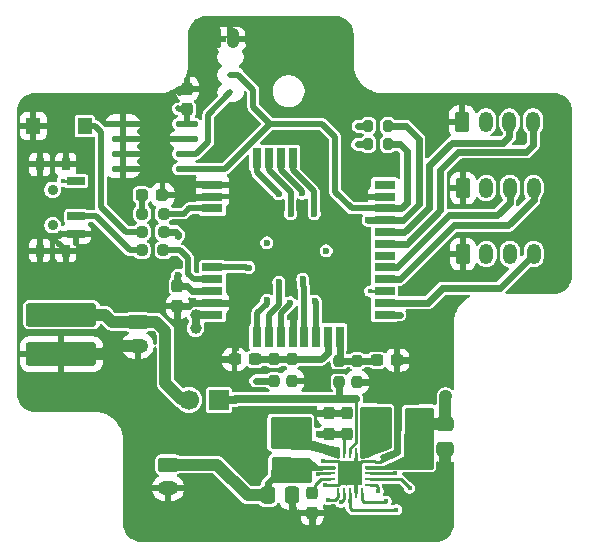
<source format=gbr>
%TF.GenerationSoftware,KiCad,Pcbnew,9.0.4*%
%TF.CreationDate,2025-10-03T18:09:38+02:00*%
%TF.ProjectId,LoraHarvesterBox,4c6f7261-4861-4727-9665-73746572426f,rev?*%
%TF.SameCoordinates,Original*%
%TF.FileFunction,Copper,L1,Top*%
%TF.FilePolarity,Positive*%
%FSLAX46Y46*%
G04 Gerber Fmt 4.6, Leading zero omitted, Abs format (unit mm)*
G04 Created by KiCad (PCBNEW 9.0.4) date 2025-10-03 18:09:38*
%MOMM*%
%LPD*%
G01*
G04 APERTURE LIST*
G04 Aperture macros list*
%AMRoundRect*
0 Rectangle with rounded corners*
0 $1 Rounding radius*
0 $2 $3 $4 $5 $6 $7 $8 $9 X,Y pos of 4 corners*
0 Add a 4 corners polygon primitive as box body*
4,1,4,$2,$3,$4,$5,$6,$7,$8,$9,$2,$3,0*
0 Add four circle primitives for the rounded corners*
1,1,$1+$1,$2,$3*
1,1,$1+$1,$4,$5*
1,1,$1+$1,$6,$7*
1,1,$1+$1,$8,$9*
0 Add four rect primitives between the rounded corners*
20,1,$1+$1,$2,$3,$4,$5,0*
20,1,$1+$1,$4,$5,$6,$7,0*
20,1,$1+$1,$6,$7,$8,$9,0*
20,1,$1+$1,$8,$9,$2,$3,0*%
G04 Aperture macros list end*
%TA.AperFunction,Conductor*%
%ADD10C,0.254000*%
%TD*%
%TA.AperFunction,ComponentPad*%
%ADD11RoundRect,0.250000X-0.350000X-0.625000X0.350000X-0.625000X0.350000X0.625000X-0.350000X0.625000X0*%
%TD*%
%TA.AperFunction,ComponentPad*%
%ADD12O,1.200000X1.750000*%
%TD*%
%TA.AperFunction,SMDPad,CuDef*%
%ADD13O,1.950000X0.570000*%
%TD*%
%TA.AperFunction,SMDPad,CuDef*%
%ADD14RoundRect,0.237500X-0.250000X-0.237500X0.250000X-0.237500X0.250000X0.237500X-0.250000X0.237500X0*%
%TD*%
%TA.AperFunction,SMDPad,CuDef*%
%ADD15RoundRect,0.237500X0.250000X0.237500X-0.250000X0.237500X-0.250000X-0.237500X0.250000X-0.237500X0*%
%TD*%
%TA.AperFunction,SMDPad,CuDef*%
%ADD16RoundRect,0.237500X0.237500X-0.300000X0.237500X0.300000X-0.237500X0.300000X-0.237500X-0.300000X0*%
%TD*%
%TA.AperFunction,SMDPad,CuDef*%
%ADD17RoundRect,0.237500X-0.237500X0.300000X-0.237500X-0.300000X0.237500X-0.300000X0.237500X0.300000X0*%
%TD*%
%TA.AperFunction,SMDPad,CuDef*%
%ADD18RoundRect,0.237500X-0.237500X0.250000X-0.237500X-0.250000X0.237500X-0.250000X0.237500X0.250000X0*%
%TD*%
%TA.AperFunction,SMDPad,CuDef*%
%ADD19RoundRect,0.237500X0.237500X-0.250000X0.237500X0.250000X-0.237500X0.250000X-0.237500X-0.250000X0*%
%TD*%
%TA.AperFunction,SMDPad,CuDef*%
%ADD20RoundRect,0.237500X-0.300000X-0.237500X0.300000X-0.237500X0.300000X0.237500X-0.300000X0.237500X0*%
%TD*%
%TA.AperFunction,SMDPad,CuDef*%
%ADD21RoundRect,0.200000X0.200000X0.275000X-0.200000X0.275000X-0.200000X-0.275000X0.200000X-0.275000X0*%
%TD*%
%TA.AperFunction,SMDPad,CuDef*%
%ADD22R,2.220000X1.470000*%
%TD*%
%TA.AperFunction,ComponentPad*%
%ADD23R,1.700000X1.700000*%
%TD*%
%TA.AperFunction,ComponentPad*%
%ADD24C,1.700000*%
%TD*%
%TA.AperFunction,ComponentPad*%
%ADD25RoundRect,0.250000X-0.625000X0.350000X-0.625000X-0.350000X0.625000X-0.350000X0.625000X0.350000X0*%
%TD*%
%TA.AperFunction,ComponentPad*%
%ADD26O,1.750000X1.200000*%
%TD*%
%TA.AperFunction,ComponentPad*%
%ADD27C,0.900000*%
%TD*%
%TA.AperFunction,SMDPad,CuDef*%
%ADD28R,1.500000X0.700000*%
%TD*%
%TA.AperFunction,SMDPad,CuDef*%
%ADD29R,0.800000X1.000000*%
%TD*%
%TA.AperFunction,SMDPad,CuDef*%
%ADD30RoundRect,0.237500X0.300000X0.237500X-0.300000X0.237500X-0.300000X-0.237500X0.300000X-0.237500X0*%
%TD*%
%TA.AperFunction,ComponentPad*%
%ADD31RoundRect,0.250000X-0.265000X-0.615000X0.265000X-0.615000X0.265000X0.615000X-0.265000X0.615000X0*%
%TD*%
%TA.AperFunction,ComponentPad*%
%ADD32O,1.030000X1.730000*%
%TD*%
%TA.AperFunction,SMDPad,CuDef*%
%ADD33R,1.230000X1.360000*%
%TD*%
%TA.AperFunction,SMDPad,CuDef*%
%ADD34R,1.800000X0.800000*%
%TD*%
%TA.AperFunction,SMDPad,CuDef*%
%ADD35R,0.800000X1.800000*%
%TD*%
%TA.AperFunction,SMDPad,CuDef*%
%ADD36R,1.470000X2.220000*%
%TD*%
%TA.AperFunction,SMDPad,CuDef*%
%ADD37RoundRect,0.300000X2.700000X-0.700000X2.700000X0.700000X-2.700000X0.700000X-2.700000X-0.700000X0*%
%TD*%
%TA.AperFunction,SMDPad,CuDef*%
%ADD38RoundRect,0.237500X0.287500X0.237500X-0.287500X0.237500X-0.287500X-0.237500X0.287500X-0.237500X0*%
%TD*%
%TA.AperFunction,SMDPad,CuDef*%
%ADD39RoundRect,0.250000X-0.337500X-0.475000X0.337500X-0.475000X0.337500X0.475000X-0.337500X0.475000X0*%
%TD*%
%TA.AperFunction,SMDPad,CuDef*%
%ADD40RoundRect,0.250000X0.475000X-0.337500X0.475000X0.337500X-0.475000X0.337500X-0.475000X-0.337500X0*%
%TD*%
%TA.AperFunction,SMDPad,CuDef*%
%ADD41RoundRect,0.062500X-0.375000X-0.062500X0.375000X-0.062500X0.375000X0.062500X-0.375000X0.062500X0*%
%TD*%
%TA.AperFunction,SMDPad,CuDef*%
%ADD42RoundRect,0.062500X-0.062500X-0.375000X0.062500X-0.375000X0.062500X0.375000X-0.062500X0.375000X0*%
%TD*%
%TA.AperFunction,HeatsinkPad*%
%ADD43R,2.000000X2.000000*%
%TD*%
%TA.AperFunction,ViaPad*%
%ADD44C,0.450000*%
%TD*%
%TA.AperFunction,ViaPad*%
%ADD45C,0.600000*%
%TD*%
%TA.AperFunction,ViaPad*%
%ADD46C,0.500000*%
%TD*%
%TA.AperFunction,ViaPad*%
%ADD47C,1.000000*%
%TD*%
%TA.AperFunction,Conductor*%
%ADD48C,0.700000*%
%TD*%
%TA.AperFunction,Conductor*%
%ADD49C,0.250000*%
%TD*%
%TA.AperFunction,Conductor*%
%ADD50C,0.600000*%
%TD*%
%TA.AperFunction,Conductor*%
%ADD51C,0.500000*%
%TD*%
%TA.AperFunction,Conductor*%
%ADD52C,1.000000*%
%TD*%
%TA.AperFunction,Conductor*%
%ADD53C,0.508000*%
%TD*%
G04 APERTURE END LIST*
D10*
%TO.N,Net-(U1-LBUCK)*%
X133080000Y-88200000D02*
X133060000Y-91490000D01*
X131630000Y-92020000D01*
X131100000Y-92230000D01*
X130733750Y-92330000D01*
X130664775Y-92330000D01*
X130660000Y-88153750D01*
X133080000Y-88200000D01*
%TA.AperFunction,Conductor*%
G36*
X133080000Y-88200000D02*
G01*
X133060000Y-91490000D01*
X131630000Y-92020000D01*
X131100000Y-92230000D01*
X130733750Y-92330000D01*
X130664775Y-92330000D01*
X130660000Y-88153750D01*
X133080000Y-88200000D01*
G37*
%TD.AperFunction*%
%TO.N,+3V0*%
X136603785Y-93214219D02*
X131010000Y-93260000D01*
X131010000Y-93173548D01*
X132568429Y-93186116D01*
X134350206Y-92365101D01*
X134354801Y-92376937D01*
X134456541Y-88284750D01*
X136633750Y-88220000D01*
X136603785Y-93214219D01*
%TA.AperFunction,Conductor*%
G36*
X136603785Y-93214219D02*
G01*
X131010000Y-93260000D01*
X131010000Y-93173548D01*
X132568429Y-93186116D01*
X134350206Y-92365101D01*
X134354801Y-92376937D01*
X134456541Y-88284750D01*
X136633750Y-88220000D01*
X136603785Y-93214219D01*
G37*
%TD.AperFunction*%
%TO.N,Net-(U1-LBOOST)*%
X123473578Y-89027718D02*
X126289843Y-89043968D01*
X126329843Y-90963968D01*
X128042278Y-91517169D01*
X128579843Y-91533968D01*
X128659843Y-91543968D01*
X128709843Y-91563968D01*
X128699843Y-92343968D01*
X127280000Y-91840000D01*
X126240000Y-91520000D01*
X123080000Y-91480000D01*
X123079843Y-89023968D01*
X123473578Y-89027718D01*
%TA.AperFunction,Conductor*%
G36*
X123473578Y-89027718D02*
G01*
X126289843Y-89043968D01*
X126329843Y-90963968D01*
X128042278Y-91517169D01*
X128579843Y-91533968D01*
X128659843Y-91543968D01*
X128709843Y-91563968D01*
X128699843Y-92343968D01*
X127280000Y-91840000D01*
X126240000Y-91520000D01*
X123080000Y-91480000D01*
X123079843Y-89023968D01*
X123473578Y-89027718D01*
G37*
%TD.AperFunction*%
%TO.N,/VSOLAR*%
X126120000Y-92460000D02*
X126973534Y-93149245D01*
X128371681Y-93205423D01*
X128371681Y-93295423D01*
X126321681Y-93315423D01*
X126331681Y-94319173D01*
X123131681Y-94325423D01*
X123162713Y-92445490D01*
X126120000Y-92460000D01*
%TA.AperFunction,Conductor*%
G36*
X126120000Y-92460000D02*
G01*
X126973534Y-93149245D01*
X128371681Y-93205423D01*
X128371681Y-93295423D01*
X126321681Y-93315423D01*
X126331681Y-94319173D01*
X123131681Y-94325423D01*
X123162713Y-92445490D01*
X126120000Y-92460000D01*
G37*
%TD.AperFunction*%
%TD*%
D11*
%TO.P,J5,1,Pin_1*%
%TO.N,GND*%
X139240000Y-69560000D03*
D12*
%TO.P,J5,2,Pin_2*%
%TO.N,+3V0*%
X141240000Y-69560000D03*
%TO.P,J5,3,Pin_3*%
%TO.N,/U1_RX*%
X143240000Y-69560000D03*
%TO.P,J5,4,Pin_4*%
%TO.N,/U1_TX*%
X145240000Y-69560000D03*
%TD*%
D13*
%TO.P,U3,1,NC*%
%TO.N,GND*%
X110440000Y-64104995D03*
%TO.P,U3,2,A1*%
X110440000Y-65384995D03*
%TO.P,U3,3,A2*%
X110440000Y-66644995D03*
%TO.P,U3,4,VSS*%
X110440000Y-67914995D03*
%TO.P,U3,5,SDA*%
%TO.N,/SDA*%
X115860000Y-67914995D03*
%TO.P,U3,6,SCL*%
%TO.N,/SCL*%
X115860000Y-66644995D03*
%TO.P,U3,7,WP*%
%TO.N,GND*%
X115860000Y-65384995D03*
%TO.P,U3,8,VDD*%
%TO.N,+3V0*%
X115860000Y-64104995D03*
%TD*%
D14*
%TO.P,R8,1*%
%TO.N,Net-(R8-Pad1)*%
X112095000Y-73250000D03*
%TO.P,R8,2*%
%TO.N,/RST*%
X113920000Y-73250000D03*
%TD*%
D15*
%TO.P,R9,1*%
%TO.N,Net-(U2-PA8)*%
X113922500Y-71710000D03*
%TO.P,R9,2*%
%TO.N,Net-(D1-A)*%
X112097500Y-71710000D03*
%TD*%
D14*
%TO.P,R7,1*%
%TO.N,Net-(R7-Pad1)*%
X112067500Y-74810000D03*
%TO.P,R7,2*%
%TO.N,/BOOT*%
X113892500Y-74810000D03*
%TD*%
D16*
%TO.P,C4,1*%
%TO.N,/VSTOR*%
X127880000Y-90340000D03*
%TO.P,C4,2*%
%TO.N,GND*%
X127880000Y-88615000D03*
%TD*%
D17*
%TO.P,C2,1*%
%TO.N,Net-(U1-VREF_SAMP)*%
X126480000Y-95360000D03*
%TO.P,C2,2*%
%TO.N,GND*%
X126480000Y-97085000D03*
%TD*%
D11*
%TO.P,J4,1,Pin_1*%
%TO.N,GND*%
X139200000Y-63930000D03*
D12*
%TO.P,J4,2,Pin_2*%
%TO.N,+3V0*%
X141200000Y-63930000D03*
%TO.P,J4,3,Pin_3*%
%TO.N,/SWCLK*%
X143200000Y-63930000D03*
%TO.P,J4,4,Pin_4*%
%TO.N,/SWDIO*%
X145200000Y-63930000D03*
%TD*%
D18*
%TO.P,R3,1*%
%TO.N,/ADC_SOL*%
X124810000Y-84050000D03*
%TO.P,R3,2*%
%TO.N,GND*%
X124810000Y-85875000D03*
%TD*%
D19*
%TO.P,R4,1*%
%TO.N,/VSOLAR*%
X123270000Y-85875000D03*
%TO.P,R4,2*%
%TO.N,/ADC_SOL*%
X123270000Y-84050000D03*
%TD*%
D20*
%TO.P,C9,1*%
%TO.N,GND*%
X119917500Y-84040000D03*
%TO.P,C9,2*%
%TO.N,/ADC_SOL*%
X121642500Y-84040000D03*
%TD*%
D19*
%TO.P,R5,1*%
%TO.N,/VBAT*%
X128780000Y-86000000D03*
%TO.P,R5,2*%
%TO.N,/ADC_BAT*%
X128780000Y-84175000D03*
%TD*%
D21*
%TO.P,R1,1*%
%TO.N,/SDA*%
X132900000Y-65840000D03*
%TO.P,R1,2*%
%TO.N,+3V0*%
X131250000Y-65840000D03*
%TD*%
D17*
%TO.P,C7,1*%
%TO.N,GND*%
X115920000Y-61147500D03*
%TO.P,C7,2*%
%TO.N,+3V0*%
X115920000Y-62872500D03*
%TD*%
D16*
%TO.P,C3,1*%
%TO.N,/VSTOR*%
X129410000Y-90342500D03*
%TO.P,C3,2*%
%TO.N,GND*%
X129410000Y-88617500D03*
%TD*%
D22*
%TO.P,L1,1,1*%
%TO.N,/VSOLAR*%
X124710000Y-93363750D03*
%TO.P,L1,2,2*%
%TO.N,Net-(U1-LBOOST)*%
X124710000Y-89963750D03*
%TD*%
D23*
%TO.P,J3,1,Pin_1*%
%TO.N,/VBAT*%
X118590000Y-87490000D03*
D24*
%TO.P,J3,2,Pin_2*%
%TO.N,Net-(BT1-+)*%
X116050000Y-87490000D03*
%TD*%
D25*
%TO.P,J1,1,Pin_1*%
%TO.N,/VSOLAR*%
X114300000Y-92960000D03*
D26*
%TO.P,J1,2,Pin_2*%
%TO.N,GND*%
X114300000Y-94960000D03*
%TD*%
D27*
%TO.P,SW1,*%
%TO.N,*%
X104520000Y-69700000D03*
X104520000Y-72700000D03*
D28*
%TO.P,SW1,1,1*%
%TO.N,+3V0*%
X106520000Y-68950000D03*
%TO.P,SW1,2,2*%
%TO.N,Net-(R7-Pad1)*%
X106520000Y-71950000D03*
%TO.P,SW1,3,3*%
%TO.N,GND*%
X106520000Y-73450000D03*
D29*
%TO.P,SW1,4,4*%
X105620000Y-67550000D03*
%TO.P,SW1,5,5*%
X105620000Y-74850000D03*
%TO.P,SW1,6,6*%
X103420000Y-74850000D03*
%TO.P,SW1,7,7*%
X103420000Y-67550000D03*
%TD*%
D30*
%TO.P,C10,1*%
%TO.N,GND*%
X133700000Y-84120000D03*
%TO.P,C10,2*%
%TO.N,/ADC_BAT*%
X131975000Y-84120000D03*
%TD*%
D31*
%TO.P,J7,1,Pin_1*%
%TO.N,GND*%
X118300000Y-56820000D03*
D32*
%TO.P,J7,2,Pin_2*%
%TO.N,+3V0*%
X119800000Y-56820000D03*
%TO.P,J7,3,Pin_3*%
%TO.N,/SDA*%
X121300000Y-56820000D03*
%TO.P,J7,4,Pin_4*%
%TO.N,/SCL*%
X122800000Y-56820000D03*
%TD*%
D33*
%TO.P,SW2,1,1*%
%TO.N,GND*%
X102890000Y-64290000D03*
%TO.P,SW2,2,2*%
%TO.N,Net-(R8-Pad1)*%
X107250000Y-64290000D03*
%TD*%
D25*
%TO.P,J2,1,Pin_1*%
%TO.N,Net-(BT1-+)*%
X111710000Y-80890000D03*
D26*
%TO.P,J2,2,Pin_2*%
%TO.N,GND*%
X111710000Y-82890000D03*
%TD*%
D21*
%TO.P,R2,1*%
%TO.N,/SCL*%
X132900000Y-64300000D03*
%TO.P,R2,2*%
%TO.N,+3V0*%
X131250000Y-64300000D03*
%TD*%
D34*
%TO.P,U2,1,PA3/UART2_RX*%
%TO.N,/U2_RX*%
X132620000Y-80270000D03*
%TO.P,U2,2,PA2/UART2_TX*%
%TO.N,/U2_TX*%
X132620000Y-79270000D03*
%TO.P,U2,3,PA15/PIN_A4*%
%TO.N,/VBAT_OK*%
X132620000Y-78270000D03*
%TO.P,U2,4,PB6/UART1_TX*%
%TO.N,/U1_TX*%
X132620000Y-77270000D03*
%TO.P,U2,5,PB7/UART1_RX*%
%TO.N,/U1_RX*%
X132620000Y-76270000D03*
%TO.P,U2,6,PA1*%
%TO.N,unconnected-(U2-PA1-Pad6)*%
X132620000Y-75270000D03*
%TO.P,U2,7,PA13/SWDIO*%
%TO.N,/SWDIO*%
X132620000Y-74270000D03*
%TO.P,U2,8,PA14/SWCLK*%
%TO.N,/SWCLK*%
X132620000Y-73270000D03*
%TO.P,U2,9,PA12/I2C_SCL*%
%TO.N,/SCL*%
X132620000Y-72270000D03*
%TO.P,U2,10,PA11/I2C_SDA*%
%TO.N,/SDA*%
X132620000Y-71270000D03*
%TO.P,U2,11,GND*%
%TO.N,GND*%
X132620000Y-70270000D03*
%TO.P,U2,12,RF*%
%TO.N,unconnected-(U2-RF-Pad12)*%
X132620000Y-69270000D03*
D35*
%TO.P,U2,13,PA7/SPI1_MOSI*%
%TO.N,Net-(J8-Pin_6)*%
X124830000Y-67020000D03*
%TO.P,U2,14,PA6/SPI1_MISO*%
%TO.N,Net-(J8-Pin_5)*%
X123830000Y-67020000D03*
%TO.P,U2,15,PA5/SPI1_CLK*%
%TO.N,Net-(J8-Pin_4)*%
X122830000Y-67020000D03*
%TO.P,U2,16,PA4/SPI1_NSS*%
%TO.N,Net-(J8-Pin_3)*%
X121830000Y-67020000D03*
D34*
%TO.P,U2,17,GND*%
%TO.N,GND*%
X118040000Y-69270000D03*
%TO.P,U2,18,GND*%
X118040000Y-70270000D03*
%TO.P,U2,19,PA8*%
%TO.N,Net-(U2-PA8)*%
X118040000Y-71270000D03*
%TO.P,U2,20,PA9*%
%TO.N,Net-(J9-Pin_1)*%
X118040000Y-76270000D03*
%TO.P,U2,21,BOOT0*%
%TO.N,/BOOT*%
X118040000Y-77270000D03*
%TO.P,U2,22,RST*%
%TO.N,/RST*%
X118040000Y-78270000D03*
%TO.P,U2,23,GND*%
%TO.N,GND*%
X118040000Y-79270000D03*
%TO.P,U2,24,VDD*%
%TO.N,+3V0*%
X118040000Y-80270000D03*
D35*
%TO.P,U2,25,PA10/PIN_A3*%
%TO.N,Net-(J9-Pin_2)*%
X121830000Y-82160000D03*
%TO.P,U2,26,PB2/PIN_A2*%
%TO.N,Net-(J9-Pin_3)*%
X122830000Y-82160000D03*
%TO.P,U2,27,PB12*%
%TO.N,Net-(J9-Pin_4)*%
X123830000Y-82160000D03*
%TO.P,U2,28,GND*%
%TO.N,GND*%
X124830000Y-82160000D03*
%TO.P,U2,29,PA0*%
%TO.N,Net-(J9-Pin_5)*%
X125830000Y-82160000D03*
%TO.P,U2,30,PB5*%
%TO.N,Net-(J9-Pin_6)*%
X126830000Y-82160000D03*
%TO.P,U2,31,PB4/PIN_A1*%
%TO.N,/ADC_SOL*%
X127830000Y-82160000D03*
%TO.P,U2,32,PB3/PIN_A0*%
%TO.N,/ADC_BAT*%
X128830000Y-82160000D03*
%TD*%
D11*
%TO.P,J6,1,Pin_1*%
%TO.N,GND*%
X139250000Y-75140000D03*
D12*
%TO.P,J6,2,Pin_2*%
%TO.N,+3V0*%
X141250000Y-75140000D03*
%TO.P,J6,3,Pin_3*%
%TO.N,/U2_RX*%
X143250000Y-75140000D03*
%TO.P,J6,4,Pin_4*%
%TO.N,/U2_TX*%
X145250000Y-75140000D03*
%TD*%
D36*
%TO.P,L2,1,1*%
%TO.N,Net-(U1-LBUCK)*%
X132163750Y-90170000D03*
%TO.P,L2,2,2*%
%TO.N,+3V0*%
X135563750Y-90170000D03*
%TD*%
D37*
%TO.P,BT1,1,+*%
%TO.N,Net-(BT1-+)*%
X105260000Y-80260000D03*
%TO.P,BT1,2,-*%
%TO.N,GND*%
X105260000Y-83610000D03*
%TD*%
D38*
%TO.P,D1,1,K*%
%TO.N,GND*%
X113820000Y-70130000D03*
%TO.P,D1,2,A*%
%TO.N,Net-(D1-A)*%
X112070000Y-70130000D03*
%TD*%
D39*
%TO.P,C1,1*%
%TO.N,/VSOLAR*%
X122732500Y-95550000D03*
%TO.P,C1,2*%
%TO.N,GND*%
X124807500Y-95550000D03*
%TD*%
D40*
%TO.P,C5,1*%
%TO.N,GND*%
X137770000Y-91617500D03*
%TO.P,C5,2*%
%TO.N,+3V0*%
X137770000Y-89542500D03*
%TD*%
D17*
%TO.P,C8,1*%
%TO.N,/RST*%
X115080000Y-77850000D03*
%TO.P,C8,2*%
%TO.N,GND*%
X115080000Y-79575000D03*
%TD*%
D18*
%TO.P,R6,1*%
%TO.N,/ADC_BAT*%
X130300000Y-84175000D03*
%TO.P,R6,2*%
%TO.N,GND*%
X130300000Y-86000000D03*
%TD*%
D41*
%TO.P,U1,1,VSS*%
%TO.N,GND*%
X127993750Y-92700000D03*
%TO.P,U1,2,VIN_DC*%
%TO.N,/VSOLAR*%
X127993750Y-93200000D03*
%TO.P,U1,3,VOC_SAMP*%
%TO.N,/VSTOR*%
X127993750Y-93700000D03*
%TO.P,U1,4,VREF_SAMP*%
%TO.N,Net-(U1-VREF_SAMP)*%
X127993750Y-94200000D03*
%TO.P,U1,5,~{EN}*%
%TO.N,GND*%
X127993750Y-94700000D03*
D42*
%TO.P,U1,6,VOUT_EN*%
%TO.N,/VSTOR*%
X128681250Y-95387500D03*
%TO.P,U1,7,VBAT_OV*%
%TO.N,Net-(U1-VBAT_OV)*%
X129181250Y-95387500D03*
%TO.P,U1,8,VRDIV*%
%TO.N,Net-(U1-VRDIV)*%
X129681250Y-95387500D03*
%TO.P,U1,9,VSS*%
%TO.N,GND*%
X130181250Y-95387500D03*
%TO.P,U1,10,OK_HYST*%
%TO.N,Net-(U1-OK_HYST)*%
X130681250Y-95387500D03*
D41*
%TO.P,U1,11,OK_PROG*%
%TO.N,Net-(U1-OK_PROG)*%
X131368750Y-94700000D03*
%TO.P,U1,12,VOUT_SET*%
%TO.N,Net-(U1-VOUT_SET)*%
X131368750Y-94200000D03*
%TO.P,U1,13,VBAT_OK*%
%TO.N,/VBAT_OK*%
X131368750Y-93700000D03*
%TO.P,U1,14,VOUT*%
%TO.N,+3V0*%
X131368750Y-93200000D03*
%TO.P,U1,15,VSS*%
%TO.N,GND*%
X131368750Y-92700000D03*
D42*
%TO.P,U1,16,LBUCK*%
%TO.N,Net-(U1-LBUCK)*%
X130681250Y-92012500D03*
%TO.P,U1,17,VSS*%
%TO.N,GND*%
X130181250Y-92012500D03*
%TO.P,U1,18,VBAT*%
%TO.N,/VBAT*%
X129681250Y-92012500D03*
%TO.P,U1,19,VSTOR*%
%TO.N,/VSTOR*%
X129181250Y-92012500D03*
%TO.P,U1,20,LBOOST*%
%TO.N,Net-(U1-LBOOST)*%
X128681250Y-92012500D03*
D43*
%TO.P,U1,21,VSS*%
%TO.N,GND*%
X129681250Y-93700000D03*
%TD*%
D44*
%TO.N,GND*%
X120100000Y-83150000D03*
D45*
X118820000Y-84040000D03*
D44*
X120680000Y-67720000D03*
D45*
X112990000Y-81880000D03*
D44*
X115210000Y-61440000D03*
D45*
X104570000Y-63880000D03*
X116770000Y-69250000D03*
D44*
X121630000Y-69990000D03*
D45*
X116710000Y-70280000D03*
X145100000Y-67630000D03*
D44*
X126480000Y-98100000D03*
D45*
X119440000Y-79260000D03*
X122860000Y-65510000D03*
D44*
X135100000Y-95850000D03*
D45*
X104560000Y-66400000D03*
X102060000Y-71700000D03*
X124300000Y-98820000D03*
D44*
X118720000Y-74130000D03*
X130510000Y-99200000D03*
D45*
X113030000Y-72480000D03*
X137000000Y-98470000D03*
X136270000Y-82440000D03*
D44*
X131270000Y-97800000D03*
D45*
X136410000Y-86370000D03*
X112600000Y-98240000D03*
D44*
X127435000Y-92635000D03*
D45*
X140730000Y-70960000D03*
X102310000Y-66140000D03*
X142090000Y-70650000D03*
X102060000Y-77180000D03*
X143700000Y-62190000D03*
X126140000Y-65730000D03*
D44*
X123510000Y-63180000D03*
D45*
X146870000Y-73980000D03*
X129850000Y-73650000D03*
D44*
X128780000Y-62460000D03*
D46*
X129697500Y-93683750D03*
D45*
X144210000Y-65120000D03*
D44*
X138080000Y-95960000D03*
D45*
X105840000Y-62060000D03*
X130030000Y-67630000D03*
X125620000Y-85875000D03*
X138200000Y-70990000D03*
D44*
X128050000Y-57850000D03*
D45*
X115090000Y-82900000D03*
X127010000Y-88610000D03*
D46*
X128952500Y-92971250D03*
D45*
X131470000Y-67390000D03*
X117590000Y-94670000D03*
X131350000Y-86030000D03*
X133190000Y-67330000D03*
X142190000Y-64850000D03*
D44*
X120150000Y-65440000D03*
D45*
X140690000Y-67360000D03*
X110310000Y-84710000D03*
D44*
X104850000Y-67540000D03*
D45*
X128680000Y-76490000D03*
D44*
X123580000Y-73000000D03*
X116730000Y-59040000D03*
X130640000Y-62400000D03*
X134330000Y-97640000D03*
X129780000Y-97650000D03*
D45*
X102880000Y-63270000D03*
X113050000Y-79250000D03*
X134720000Y-84120000D03*
X135330000Y-77830000D03*
X110570000Y-70650000D03*
X145850000Y-77720000D03*
D44*
X113040000Y-63140000D03*
D45*
X128640000Y-88617500D03*
D46*
X130181250Y-94390000D03*
D45*
X126450000Y-56410000D03*
D44*
X127640000Y-59610000D03*
D45*
X120540000Y-70990000D03*
X114280000Y-76090000D03*
X146990000Y-77220000D03*
X142710000Y-73640000D03*
D44*
X103420000Y-68350000D03*
X118840000Y-83340000D03*
X105380000Y-73460000D03*
X122770000Y-56360000D03*
X131250000Y-87370000D03*
D45*
X124620000Y-65510000D03*
D44*
X119130000Y-81380000D03*
D45*
X141090000Y-61950000D03*
X108910000Y-62330000D03*
X146820000Y-63140000D03*
D44*
X132600000Y-86300000D03*
D45*
X108770000Y-81810000D03*
D44*
X114610000Y-65400000D03*
D45*
X104470000Y-71130000D03*
D46*
X115090000Y-80550000D03*
X128937499Y-94193749D03*
D47*
X137770000Y-93010000D03*
D46*
X130372500Y-93008750D03*
D45*
X141430000Y-67410000D03*
X137280000Y-62420000D03*
D44*
X120970000Y-79530000D03*
X118050000Y-67070000D03*
X111510000Y-64120000D03*
X103440000Y-74110000D03*
X132520000Y-81550000D03*
X126870000Y-84980000D03*
D45*
X112920000Y-90300000D03*
D44*
X111660000Y-65400000D03*
X111660000Y-66670000D03*
X113480000Y-68790000D03*
D45*
X111550000Y-93620000D03*
X104840000Y-77370000D03*
D44*
X128230000Y-97780000D03*
D45*
X104560000Y-65150000D03*
D47*
X137790000Y-94070000D03*
D44*
X121620000Y-55700000D03*
D45*
X106820000Y-70500000D03*
X119830000Y-90060000D03*
D44*
X127610000Y-94700000D03*
D45*
X121040000Y-91560000D03*
X112680000Y-84430000D03*
X112880000Y-88560000D03*
X114960000Y-70130000D03*
D44*
X111760000Y-67910000D03*
D45*
X117890000Y-98330000D03*
X117290000Y-96560000D03*
X102110000Y-68900000D03*
D44*
X123510000Y-58510000D03*
X116730000Y-75440000D03*
D45*
X146610000Y-70920000D03*
X101910000Y-81770000D03*
X136080000Y-84410000D03*
X112310000Y-67090000D03*
X126430000Y-66690000D03*
X126580000Y-68120000D03*
D44*
X134670000Y-87090000D03*
D45*
X107360000Y-66070000D03*
X147230000Y-66490000D03*
X115170000Y-85300000D03*
D44*
X116680000Y-57150000D03*
D45*
X111180000Y-76560000D03*
D44*
X117990000Y-61450000D03*
X134090000Y-62480000D03*
X132520000Y-92420000D03*
D45*
X110760000Y-79760000D03*
X105280000Y-81850000D03*
X112960000Y-77060000D03*
X140620000Y-73690000D03*
X110020000Y-86490000D03*
D44*
X128890000Y-99200000D03*
D45*
X136500000Y-76320000D03*
X133200000Y-95010000D03*
X108500000Y-74720000D03*
X135450000Y-93920000D03*
X120800000Y-96940000D03*
D44*
X117000000Y-72870000D03*
X112930000Y-86900000D03*
D45*
X131230000Y-70290000D03*
X120310000Y-73890000D03*
D44*
X129800000Y-81190000D03*
X125630000Y-73030000D03*
X133560000Y-99220000D03*
D45*
X117960000Y-90820000D03*
D44*
X134990000Y-83060000D03*
X125140000Y-88360000D03*
X130490000Y-97570000D03*
X134610000Y-81790000D03*
X123140000Y-88360000D03*
X131960000Y-99190000D03*
X135830000Y-64380000D03*
D45*
X107660000Y-76460000D03*
X146970000Y-67770000D03*
X144350000Y-78040000D03*
D44*
X126630000Y-86420000D03*
D45*
X137540000Y-80840000D03*
X107730000Y-78350000D03*
D44*
X124830000Y-96650000D03*
X104980000Y-74170000D03*
D45*
X111150000Y-88730000D03*
X138380000Y-79220000D03*
X103880000Y-85900000D03*
X121660000Y-72470000D03*
X124840000Y-80780000D03*
D44*
%TO.N,+3V0*%
X115120000Y-62810000D03*
X130340000Y-65830000D03*
D47*
X116620000Y-81410000D03*
X116640000Y-80270000D03*
D44*
X130390000Y-64300000D03*
X105370000Y-68950000D03*
D45*
X122660000Y-74180000D03*
D47*
X137780000Y-88190000D03*
X137790000Y-87170000D03*
D45*
X127680000Y-74880000D03*
D44*
%TO.N,/VSTOR*%
X126970000Y-93790000D03*
D45*
X127050000Y-90380000D03*
D44*
X127810000Y-95930000D03*
%TO.N,/VSOLAR*%
X121720000Y-85870000D03*
D45*
X121760000Y-95550000D03*
D44*
%TO.N,/VBAT_OK*%
X131370000Y-78280000D03*
X133540000Y-93720000D03*
%TO.N,Net-(U1-OK_PROG)*%
X132060000Y-95200000D03*
%TO.N,Net-(U1-OK_HYST)*%
X132760000Y-96070000D03*
%TO.N,Net-(U1-VRDIV)*%
X129690000Y-96070000D03*
X133630000Y-96800000D03*
%TO.N,Net-(U1-VOUT_SET)*%
X134750000Y-94950000D03*
%TO.N,Net-(U1-VBAT_OV)*%
X128920000Y-96150000D03*
D45*
%TO.N,Net-(J8-Pin_6)*%
X126650000Y-71720000D03*
%TO.N,Net-(J9-Pin_5)*%
X125690000Y-77280000D03*
%TO.N,Net-(J8-Pin_4)*%
X124660000Y-71740000D03*
%TO.N,Net-(J9-Pin_1)*%
X121130000Y-76280000D03*
%TO.N,Net-(J8-Pin_3)*%
X123650000Y-70030000D03*
%TO.N,Net-(J9-Pin_2)*%
X122650000Y-79040000D03*
%TO.N,Net-(J9-Pin_4)*%
X124640000Y-79260000D03*
%TO.N,Net-(J9-Pin_6)*%
X126720000Y-79150000D03*
%TO.N,Net-(J9-Pin_3)*%
X123670000Y-77510000D03*
%TO.N,Net-(J8-Pin_5)*%
X125650000Y-69980000D03*
%TO.N,/RST*%
X115140000Y-73650000D03*
X115140000Y-76920000D03*
%TO.N,/U2_RX*%
X133920000Y-80270000D03*
%TO.N,/SCL*%
X131230000Y-72280000D03*
%TD*%
D48*
%TO.N,/VBAT*%
X128760000Y-87410000D02*
X120010000Y-87410000D01*
D49*
X130220000Y-91070000D02*
X130220000Y-87430000D01*
D50*
X128780000Y-87390000D02*
X128760000Y-87410000D01*
X128780000Y-86000000D02*
X128780000Y-87390000D01*
D48*
X120010000Y-87410000D02*
X119930000Y-87490000D01*
X130220000Y-87410000D02*
X130230000Y-87420000D01*
X119930000Y-87490000D02*
X118590000Y-87490000D01*
D49*
X129681250Y-92012500D02*
X129681250Y-91608750D01*
X129681250Y-91608750D02*
X130220000Y-91070000D01*
X130220000Y-87430000D02*
X130230000Y-87420000D01*
D48*
X129810000Y-87410000D02*
X130220000Y-87410000D01*
X128760000Y-87410000D02*
X129810000Y-87410000D01*
D10*
%TO.N,GND*%
X130181250Y-92817500D02*
X130372500Y-93008750D01*
D49*
X103420000Y-74130000D02*
X103440000Y-74110000D01*
D50*
X130300000Y-86000000D02*
X131320000Y-86000000D01*
D51*
X111644995Y-65384995D02*
X111660000Y-65400000D01*
D52*
X105260000Y-83610000D02*
X108890000Y-83610000D01*
D10*
X132520000Y-92460000D02*
X132270000Y-92710000D01*
X127993750Y-94700000D02*
X127610000Y-94700000D01*
D50*
X133700000Y-84120000D02*
X134720000Y-84120000D01*
D51*
X105620000Y-74810000D02*
X104980000Y-74170000D01*
X102890000Y-64290000D02*
X102890000Y-63280000D01*
X110440000Y-65384995D02*
X111644995Y-65384995D01*
D10*
X130681250Y-92700000D02*
X130372500Y-93008750D01*
X132520000Y-92420000D02*
X132520000Y-92460000D01*
D52*
X137770000Y-91617500D02*
X137770000Y-93010000D01*
D51*
X110440000Y-67914995D02*
X111755005Y-67914995D01*
D50*
X116035000Y-79575000D02*
X115080000Y-79575000D01*
D52*
X137770000Y-93010000D02*
X137770000Y-94050000D01*
D50*
X127880000Y-88615000D02*
X127015000Y-88615000D01*
D49*
X130181250Y-94390000D02*
X130181250Y-95387500D01*
X104860000Y-67550000D02*
X104850000Y-67540000D01*
D52*
X109610000Y-82890000D02*
X111710000Y-82890000D01*
D50*
X116770000Y-69250000D02*
X118020000Y-69250000D01*
X124807500Y-96627500D02*
X124830000Y-96650000D01*
D10*
X131368750Y-92700000D02*
X130681250Y-92700000D01*
D52*
X108890000Y-83610000D02*
X109610000Y-82890000D01*
D50*
X116340000Y-79270000D02*
X116035000Y-79575000D01*
D10*
X127435000Y-92635000D02*
X127500000Y-92700000D01*
D50*
X126480000Y-97085000D02*
X126480000Y-98100000D01*
D51*
X102890000Y-63280000D02*
X102880000Y-63270000D01*
D52*
X137770000Y-94050000D02*
X137790000Y-94070000D01*
D51*
X125620000Y-85875000D02*
X124810000Y-85875000D01*
D49*
X103420000Y-74850000D02*
X103420000Y-74130000D01*
X130181250Y-92012500D02*
X130181250Y-93200000D01*
D50*
X116720000Y-70270000D02*
X116710000Y-70280000D01*
X131320000Y-86000000D02*
X131350000Y-86030000D01*
D10*
X127500000Y-92700000D02*
X127993750Y-92700000D01*
D50*
X124807500Y-95550000D02*
X124807500Y-96627500D01*
X115080000Y-79575000D02*
X115080000Y-80540000D01*
D51*
X132620000Y-70270000D02*
X131250000Y-70270000D01*
D50*
X119430000Y-79270000D02*
X119440000Y-79260000D01*
X124830000Y-80790000D02*
X124840000Y-80780000D01*
D51*
X110440000Y-64104995D02*
X111494995Y-64104995D01*
D50*
X119917500Y-84040000D02*
X118820000Y-84040000D01*
D49*
X127015000Y-88615000D02*
X127010000Y-88610000D01*
D51*
X111755005Y-67914995D02*
X111760000Y-67910000D01*
X111494995Y-64104995D02*
X111510000Y-64120000D01*
X114950000Y-70120000D02*
X114960000Y-70130000D01*
D50*
X115080000Y-80540000D02*
X115090000Y-80550000D01*
X115502500Y-61147500D02*
X115210000Y-61440000D01*
D51*
X110440000Y-66644995D02*
X111634995Y-66644995D01*
D10*
X127843295Y-94700000D02*
X127993750Y-94700000D01*
D51*
X131250000Y-70270000D02*
X131230000Y-70290000D01*
D10*
X132270000Y-92710000D02*
X131830000Y-92710000D01*
X131820000Y-92700000D02*
X131368750Y-92700000D01*
D50*
X118040000Y-70270000D02*
X116720000Y-70270000D01*
D49*
X105620000Y-67550000D02*
X104860000Y-67550000D01*
D10*
X127993750Y-92700000D02*
X128681250Y-92700000D01*
D51*
X115860000Y-65384995D02*
X114625005Y-65384995D01*
D10*
X128681250Y-92700000D02*
X128952500Y-92971250D01*
D50*
X124830000Y-82160000D02*
X124830000Y-80790000D01*
D51*
X111634995Y-66644995D02*
X111660000Y-66670000D01*
X114625005Y-65384995D02*
X114610000Y-65400000D01*
D49*
X106520000Y-73450000D02*
X105390000Y-73450000D01*
D10*
X128681250Y-94700000D02*
X129681250Y-93700000D01*
D50*
X118040000Y-79270000D02*
X119430000Y-79270000D01*
D10*
X131830000Y-92710000D02*
X131820000Y-92700000D01*
D50*
X128640000Y-88617500D02*
X127882500Y-88617500D01*
D49*
X103420000Y-67550000D02*
X103420000Y-68350000D01*
D50*
X129410000Y-88617500D02*
X128640000Y-88617500D01*
X118040000Y-79270000D02*
X116340000Y-79270000D01*
X115920000Y-61147500D02*
X115502500Y-61147500D01*
D10*
X127993750Y-94700000D02*
X128681250Y-94700000D01*
D49*
X105390000Y-73450000D02*
X105380000Y-73460000D01*
D51*
X113870000Y-70120000D02*
X114950000Y-70120000D01*
D48*
%TO.N,+3V0*%
X116640000Y-81390000D02*
X116640000Y-80270000D01*
D52*
X137780000Y-88190000D02*
X137780000Y-87180000D01*
D51*
X115920000Y-62872500D02*
X115182500Y-62872500D01*
D48*
X118040000Y-80270000D02*
X116640000Y-80270000D01*
D52*
X137770000Y-88200000D02*
X137770000Y-89542500D01*
D48*
X116620000Y-81410000D02*
X116640000Y-81390000D01*
D50*
X131250000Y-64300000D02*
X130390000Y-64300000D01*
D52*
X137770000Y-89542500D02*
X136782500Y-89542500D01*
X137780000Y-88190000D02*
X137770000Y-88200000D01*
D49*
X106520000Y-68950000D02*
X105370000Y-68950000D01*
D52*
X137780000Y-87180000D02*
X137790000Y-87170000D01*
X136782500Y-89542500D02*
X136780000Y-89540000D01*
D51*
X115860000Y-64104995D02*
X115860000Y-62932500D01*
D50*
X131250000Y-65840000D02*
X130350000Y-65840000D01*
D49*
X130350000Y-65840000D02*
X130340000Y-65830000D01*
D51*
X115182500Y-62872500D02*
X115120000Y-62810000D01*
D49*
%TO.N,/VSTOR*%
X129190000Y-90610000D02*
X129190000Y-92003750D01*
D10*
X128464005Y-95930000D02*
X128681250Y-95712755D01*
X128681250Y-95712755D02*
X128681250Y-95387500D01*
D50*
X127880000Y-90340000D02*
X129407500Y-90340000D01*
X127050000Y-90380000D02*
X127840000Y-90380000D01*
D49*
X127060000Y-93700000D02*
X126970000Y-93790000D01*
X127993750Y-93700000D02*
X127060000Y-93700000D01*
X129190000Y-92003750D02*
X129181250Y-92012500D01*
D10*
X127810000Y-95930000D02*
X128464005Y-95930000D01*
D53*
%TO.N,/VSOLAR*%
X125890000Y-93378750D02*
X125780000Y-93488750D01*
D52*
X118430000Y-92960000D02*
X121040000Y-95570000D01*
X121760000Y-95550000D02*
X122732500Y-95550000D01*
D50*
X121725000Y-85875000D02*
X121720000Y-85870000D01*
X123916250Y-93363750D02*
X122732500Y-94547500D01*
X122732500Y-94547500D02*
X122732500Y-95550000D01*
D52*
X124398750Y-93052500D02*
X124710000Y-93363750D01*
D50*
X125150000Y-93803750D02*
X124710000Y-93363750D01*
X125746283Y-93363750D02*
X125750000Y-93360033D01*
D52*
X121040000Y-95570000D02*
X121060000Y-95550000D01*
X121060000Y-95550000D02*
X121760000Y-95550000D01*
D50*
X124710000Y-93363750D02*
X125746283Y-93363750D01*
X123270000Y-85875000D02*
X121725000Y-85875000D01*
D52*
X114300000Y-92960000D02*
X118430000Y-92960000D01*
D49*
%TO.N,/VBAT_OK*%
X133520000Y-93700000D02*
X133540000Y-93720000D01*
X131368750Y-93700000D02*
X133520000Y-93700000D01*
X131370000Y-78280000D02*
X132610000Y-78280000D01*
%TO.N,Net-(U1-VREF_SAMP)*%
X127993750Y-94200000D02*
X127260000Y-94200000D01*
X127260000Y-94200000D02*
X126740000Y-94720000D01*
X126740000Y-94720000D02*
X126740000Y-95420000D01*
%TO.N,Net-(U1-OK_PROG)*%
X132060000Y-95200000D02*
X132060000Y-94830000D01*
X132060000Y-94830000D02*
X131930000Y-94700000D01*
X131930000Y-94700000D02*
X131368750Y-94700000D01*
%TO.N,Net-(U1-OK_HYST)*%
X130860000Y-96110000D02*
X132720000Y-96110000D01*
X130681250Y-95931250D02*
X130681250Y-95387500D01*
X132720000Y-96110000D02*
X132760000Y-96070000D01*
X130860000Y-96110000D02*
X130681250Y-95931250D01*
%TO.N,Net-(U1-VRDIV)*%
X129900000Y-96850000D02*
X133580000Y-96850000D01*
X129681250Y-96061250D02*
X129690000Y-96070000D01*
X129681250Y-95387500D02*
X129681250Y-96061250D01*
X133580000Y-96850000D02*
X133630000Y-96800000D01*
X129690000Y-96640000D02*
X129900000Y-96850000D01*
X129690000Y-96070000D02*
X129690000Y-96640000D01*
%TO.N,Net-(U1-VOUT_SET)*%
X131368750Y-94200000D02*
X134000000Y-94200000D01*
X134000000Y-94200000D02*
X134750000Y-94950000D01*
%TO.N,Net-(U1-VBAT_OV)*%
X129181250Y-95888750D02*
X128920000Y-96150000D01*
X129181250Y-95387500D02*
X129181250Y-95888750D01*
D48*
%TO.N,Net-(BT1-+)*%
X115970000Y-87410000D02*
X115400000Y-87410000D01*
D52*
X105260000Y-80260000D02*
X108930000Y-80260000D01*
X115400000Y-87410000D02*
X114070000Y-86080000D01*
X109560000Y-80890000D02*
X111710000Y-80890000D01*
X114070000Y-86080000D02*
X114070000Y-81650000D01*
X108930000Y-80260000D02*
X109560000Y-80890000D01*
X114070000Y-81650000D02*
X113310000Y-80890000D01*
X113310000Y-80890000D02*
X111710000Y-80890000D01*
D51*
%TO.N,Net-(J8-Pin_6)*%
X124830000Y-68030000D02*
X126620000Y-69820000D01*
X124830000Y-67020000D02*
X124830000Y-68030000D01*
X126620000Y-69820000D02*
X126620000Y-71690000D01*
X126620000Y-71690000D02*
X126650000Y-71720000D01*
%TO.N,Net-(J9-Pin_5)*%
X125690000Y-77280000D02*
X125690000Y-77810000D01*
X125830000Y-77950000D02*
X125830000Y-82160000D01*
X125690000Y-77810000D02*
X125830000Y-77950000D01*
%TO.N,Net-(J8-Pin_4)*%
X122830000Y-68022000D02*
X124660000Y-69852000D01*
X122830000Y-67020000D02*
X122830000Y-68022000D01*
X124660000Y-69852000D02*
X124660000Y-71740000D01*
%TO.N,Net-(J9-Pin_1)*%
X120860000Y-76280000D02*
X120850000Y-76270000D01*
X120850000Y-76270000D02*
X118040000Y-76270000D01*
X121130000Y-76280000D02*
X120860000Y-76280000D01*
%TO.N,Net-(J8-Pin_3)*%
X121830000Y-67020000D02*
X121830000Y-68210000D01*
X121830000Y-68210000D02*
X123650000Y-70030000D01*
%TO.N,Net-(J9-Pin_2)*%
X121830000Y-80150000D02*
X121830000Y-82160000D01*
X122650000Y-79330000D02*
X121830000Y-80150000D01*
X122650000Y-79040000D02*
X122650000Y-79330000D01*
%TO.N,Net-(J9-Pin_4)*%
X124640000Y-79260000D02*
X124640000Y-79349942D01*
X124640000Y-79349942D02*
X123830000Y-80159942D01*
X123830000Y-80159942D02*
X123830000Y-82160000D01*
%TO.N,Net-(J9-Pin_6)*%
X126830000Y-79260000D02*
X126720000Y-79150000D01*
X126830000Y-82160000D02*
X126830000Y-79260000D01*
%TO.N,Net-(J9-Pin_3)*%
X122830000Y-80310000D02*
X123670000Y-79470000D01*
X122830000Y-82160000D02*
X122830000Y-80310000D01*
X123670000Y-79470000D02*
X123670000Y-77510000D01*
%TO.N,Net-(J8-Pin_5)*%
X123842000Y-68022000D02*
X125650000Y-69830000D01*
X123830000Y-67020000D02*
X123830000Y-68022000D01*
X125650000Y-69830000D02*
X125650000Y-69980000D01*
X123830000Y-68022000D02*
X123842000Y-68022000D01*
D50*
%TO.N,/RST*%
X114960000Y-73250000D02*
X113920000Y-73250000D01*
X115080000Y-76980000D02*
X115140000Y-76920000D01*
X115080000Y-77850000D02*
X115080000Y-76980000D01*
X116330000Y-78270000D02*
X115910000Y-77850000D01*
X115910000Y-77850000D02*
X115080000Y-77850000D01*
X118040000Y-78270000D02*
X116330000Y-78270000D01*
X115140000Y-73430000D02*
X114960000Y-73250000D01*
X115140000Y-73650000D02*
X115140000Y-73430000D01*
%TO.N,/SWDIO*%
X138870000Y-66500000D02*
X144620000Y-66500000D01*
X137340000Y-71420000D02*
X137340000Y-68030000D01*
X145200000Y-65920000D02*
X145200000Y-63930000D01*
X144620000Y-66500000D02*
X145200000Y-65920000D01*
X134490000Y-74270000D02*
X137340000Y-71420000D01*
X137340000Y-68030000D02*
X138870000Y-66500000D01*
X132620000Y-74270000D02*
X134490000Y-74270000D01*
%TO.N,/SWCLK*%
X134300000Y-73270000D02*
X136370000Y-71200000D01*
X132620000Y-73270000D02*
X134300000Y-73270000D01*
X136370000Y-71200000D02*
X136370000Y-67640000D01*
X143200000Y-65180000D02*
X143200000Y-63930000D01*
X138291000Y-65719000D02*
X142661000Y-65719000D01*
X142661000Y-65719000D02*
X143200000Y-65180000D01*
X136370000Y-67640000D02*
X138291000Y-65719000D01*
%TO.N,/U1_TX*%
X145240000Y-70570000D02*
X145240000Y-69560000D01*
X132620000Y-77270000D02*
X133910000Y-77270000D01*
X133910000Y-77270000D02*
X138460000Y-72720000D01*
X143090000Y-72720000D02*
X145240000Y-70570000D01*
X138460000Y-72720000D02*
X143090000Y-72720000D01*
%TO.N,/U1_RX*%
X143240000Y-70810000D02*
X143240000Y-69560000D01*
X132620000Y-76270000D02*
X133690000Y-76270000D01*
X138090000Y-71870000D02*
X142180000Y-71870000D01*
X133690000Y-76270000D02*
X138090000Y-71870000D01*
X142180000Y-71870000D02*
X143240000Y-70810000D01*
%TO.N,/U2_RX*%
X133920000Y-80270000D02*
X132620000Y-80270000D01*
%TO.N,/U2_TX*%
X132620000Y-79270000D02*
X136260000Y-79270000D01*
X137510000Y-78020000D02*
X142370000Y-78020000D01*
X136260000Y-79270000D02*
X137510000Y-78020000D01*
X142370000Y-78020000D02*
X145250000Y-75140000D01*
D51*
%TO.N,/SCL*%
X116685005Y-66644995D02*
X115860000Y-66644995D01*
D50*
X135500000Y-65390000D02*
X134410000Y-64300000D01*
X131240000Y-72270000D02*
X131230000Y-72280000D01*
X135500000Y-70930000D02*
X135500000Y-65390000D01*
X132620000Y-72270000D02*
X131240000Y-72270000D01*
D51*
X119570000Y-61460000D02*
X117680000Y-63350000D01*
D50*
X132620000Y-72270000D02*
X134160000Y-72270000D01*
D51*
X117680000Y-63350000D02*
X117680000Y-65650000D01*
D50*
X134160000Y-72270000D02*
X135500000Y-70930000D01*
D51*
X117680000Y-65650000D02*
X116685005Y-66644995D01*
D50*
X134410000Y-64300000D02*
X132900000Y-64300000D01*
%TO.N,/SDA*%
X134490000Y-70790000D02*
X134490000Y-66380000D01*
D51*
X121510000Y-62700000D02*
X122920000Y-64110000D01*
X122920000Y-64110000D02*
X127330000Y-64110000D01*
X122560000Y-64470000D02*
X122920000Y-64110000D01*
X119570000Y-59960000D02*
X120235000Y-59960000D01*
X128410000Y-65190000D02*
X128410000Y-69850000D01*
X128410000Y-69850000D02*
X129830000Y-71270000D01*
X127330000Y-64110000D02*
X128410000Y-65190000D01*
X119115005Y-67914995D02*
X122560000Y-64470000D01*
X115860000Y-67914995D02*
X119115005Y-67914995D01*
X129830000Y-71270000D02*
X132620000Y-71270000D01*
D50*
X133950000Y-65840000D02*
X132900000Y-65840000D01*
X132620000Y-71270000D02*
X134010000Y-71270000D01*
D51*
X120235000Y-59960000D02*
X121510000Y-61235000D01*
X121510000Y-61235000D02*
X121510000Y-62700000D01*
D50*
X134010000Y-71270000D02*
X134490000Y-70790000D01*
X134490000Y-66380000D02*
X133950000Y-65840000D01*
%TO.N,/ADC_SOL*%
X124810000Y-84050000D02*
X127270000Y-84050000D01*
X123270000Y-84050000D02*
X121652500Y-84050000D01*
X127830000Y-83490000D02*
X127830000Y-82160000D01*
X127270000Y-84050000D02*
X127830000Y-83490000D01*
X124810000Y-84050000D02*
X123270000Y-84050000D01*
%TO.N,/ADC_BAT*%
X130300000Y-84175000D02*
X128780000Y-84175000D01*
X130300000Y-84175000D02*
X131920000Y-84175000D01*
X128830000Y-82160000D02*
X128830000Y-84125000D01*
D51*
%TO.N,Net-(R7-Pad1)*%
X108210000Y-71950000D02*
X106520000Y-71950000D01*
X111070000Y-74810000D02*
X108210000Y-71950000D01*
X112067500Y-74810000D02*
X111070000Y-74810000D01*
%TO.N,/BOOT*%
X116020000Y-75510000D02*
X116020000Y-76800000D01*
X115320000Y-74810000D02*
X116020000Y-75510000D01*
X116020000Y-76800000D02*
X116490000Y-77270000D01*
X113892500Y-74810000D02*
X115320000Y-74810000D01*
X116490000Y-77270000D02*
X118040000Y-77270000D01*
%TO.N,Net-(R8-Pad1)*%
X108610000Y-71160000D02*
X108610000Y-64790000D01*
X108610000Y-64790000D02*
X108110000Y-64290000D01*
X110700000Y-73250000D02*
X108610000Y-71160000D01*
X112095000Y-73250000D02*
X110700000Y-73250000D01*
X108110000Y-64290000D02*
X107250000Y-64290000D01*
%TO.N,Net-(D1-A)*%
X112097500Y-71710000D02*
X112097500Y-70157500D01*
X112097500Y-70157500D02*
X112070000Y-70130000D01*
X112097500Y-70142500D02*
X112120000Y-70120000D01*
%TO.N,Net-(U2-PA8)*%
X116060000Y-71270000D02*
X118040000Y-71270000D01*
X113922500Y-71710000D02*
X115620000Y-71710000D01*
X115620000Y-71710000D02*
X116060000Y-71270000D01*
%TD*%
%TA.AperFunction,Conductor*%
%TO.N,GND*%
G36*
X113014809Y-81660185D02*
G01*
X113035451Y-81676819D01*
X113283181Y-81924548D01*
X113316666Y-81985871D01*
X113319500Y-82012229D01*
X113319500Y-82708436D01*
X113299815Y-82775475D01*
X113247011Y-82821230D01*
X113177853Y-82831174D01*
X113114297Y-82802149D01*
X113076523Y-82743371D01*
X113073027Y-82727834D01*
X113057914Y-82632415D01*
X113004408Y-82467742D01*
X112925804Y-82313475D01*
X112824032Y-82173397D01*
X112701602Y-82050967D01*
X112561521Y-81949194D01*
X112518836Y-81927444D01*
X112509977Y-81919077D01*
X112498657Y-81914569D01*
X112485051Y-81895535D01*
X112468041Y-81879470D01*
X112465111Y-81867641D01*
X112458026Y-81857729D01*
X112456870Y-81834360D01*
X112451246Y-81811648D01*
X112455176Y-81800113D01*
X112454575Y-81787944D01*
X112466236Y-81767660D01*
X112473784Y-81745514D01*
X112484186Y-81736440D01*
X112489400Y-81727372D01*
X112507847Y-81715801D01*
X112518112Y-81706848D01*
X112524772Y-81703399D01*
X112577331Y-81683796D01*
X112610323Y-81659098D01*
X112619419Y-81654388D01*
X112644064Y-81649591D01*
X112667592Y-81640816D01*
X112676439Y-81640500D01*
X112947770Y-81640500D01*
X113014809Y-81660185D01*
G37*
%TD.AperFunction*%
%TA.AperFunction,Conductor*%
G36*
X128504418Y-55000816D02*
G01*
X128704561Y-55015130D01*
X128722063Y-55017647D01*
X128913797Y-55059355D01*
X128930755Y-55064334D01*
X129114609Y-55132909D01*
X129130701Y-55140259D01*
X129302904Y-55234288D01*
X129317784Y-55243849D01*
X129474867Y-55361441D01*
X129488237Y-55373027D01*
X129626972Y-55511762D01*
X129638558Y-55525132D01*
X129756146Y-55682210D01*
X129765711Y-55697095D01*
X129859740Y-55869298D01*
X129867090Y-55885390D01*
X129935662Y-56069236D01*
X129940646Y-56086212D01*
X129982351Y-56277931D01*
X129984869Y-56295442D01*
X129999184Y-56495580D01*
X129999500Y-56504427D01*
X129999500Y-58934108D01*
X129999500Y-59000000D01*
X129999500Y-59151252D01*
X130035963Y-59451551D01*
X130071912Y-59597401D01*
X130108358Y-59745272D01*
X130215628Y-60028117D01*
X130356206Y-60295964D01*
X130356212Y-60295973D01*
X130528047Y-60544921D01*
X130528052Y-60544927D01*
X130728646Y-60771351D01*
X130728648Y-60771353D01*
X130955072Y-60971947D01*
X130955078Y-60971952D01*
X131204026Y-61143787D01*
X131204035Y-61143793D01*
X131471882Y-61284371D01*
X131754727Y-61391641D01*
X131754731Y-61391642D01*
X131754734Y-61391643D01*
X132048449Y-61464037D01*
X132299661Y-61494539D01*
X132348746Y-61500500D01*
X132348748Y-61500500D01*
X132434108Y-61500500D01*
X146934108Y-61500500D01*
X146995572Y-61500500D01*
X147004418Y-61500816D01*
X147204561Y-61515130D01*
X147222063Y-61517647D01*
X147413797Y-61559355D01*
X147430755Y-61564334D01*
X147614609Y-61632909D01*
X147630701Y-61640259D01*
X147802904Y-61734288D01*
X147817784Y-61743849D01*
X147957282Y-61848277D01*
X147974867Y-61861441D01*
X147988237Y-61873027D01*
X148126972Y-62011762D01*
X148138558Y-62025132D01*
X148229330Y-62146389D01*
X148256146Y-62182210D01*
X148265711Y-62197095D01*
X148359740Y-62369298D01*
X148367090Y-62385390D01*
X148435662Y-62569236D01*
X148440646Y-62586212D01*
X148482351Y-62777931D01*
X148484869Y-62795442D01*
X148499184Y-62995580D01*
X148499500Y-63004427D01*
X148499500Y-76995572D01*
X148499184Y-77004419D01*
X148484869Y-77204557D01*
X148482351Y-77222068D01*
X148440646Y-77413787D01*
X148435662Y-77430763D01*
X148367090Y-77614609D01*
X148359740Y-77630701D01*
X148265711Y-77802904D01*
X148256146Y-77817789D01*
X148138558Y-77974867D01*
X148126972Y-77988237D01*
X147988237Y-78126972D01*
X147974867Y-78138558D01*
X147817789Y-78256146D01*
X147802904Y-78265711D01*
X147630701Y-78359740D01*
X147614609Y-78367090D01*
X147430763Y-78435662D01*
X147413787Y-78440646D01*
X147222068Y-78482351D01*
X147204557Y-78484869D01*
X147023779Y-78497799D01*
X147004417Y-78499184D01*
X146995572Y-78499500D01*
X142968387Y-78499500D01*
X142901348Y-78479815D01*
X142855593Y-78427011D01*
X142845649Y-78357853D01*
X142874674Y-78294297D01*
X142880706Y-78287819D01*
X143375231Y-77793294D01*
X144899828Y-76268695D01*
X144961149Y-76235212D01*
X145011696Y-76234761D01*
X145166231Y-76265499D01*
X145166232Y-76265500D01*
X145166233Y-76265500D01*
X145333768Y-76265500D01*
X145333769Y-76265499D01*
X145498082Y-76232816D01*
X145652863Y-76168703D01*
X145792162Y-76075626D01*
X145910626Y-75957162D01*
X146003703Y-75817863D01*
X146067816Y-75663082D01*
X146100500Y-75498767D01*
X146100500Y-74781233D01*
X146067816Y-74616918D01*
X146003703Y-74462137D01*
X145933794Y-74357511D01*
X145910626Y-74322837D01*
X145792162Y-74204373D01*
X145652860Y-74111295D01*
X145498082Y-74047184D01*
X145498074Y-74047182D01*
X145333771Y-74014500D01*
X145333767Y-74014500D01*
X145166233Y-74014500D01*
X145166228Y-74014500D01*
X145001925Y-74047182D01*
X145001917Y-74047184D01*
X144847139Y-74111295D01*
X144707837Y-74204373D01*
X144589373Y-74322837D01*
X144496295Y-74462139D01*
X144432184Y-74616917D01*
X144432182Y-74616925D01*
X144399500Y-74781228D01*
X144399500Y-75160612D01*
X144390855Y-75190052D01*
X144384332Y-75220039D01*
X144380577Y-75225054D01*
X144379815Y-75227651D01*
X144363181Y-75248293D01*
X144312181Y-75299293D01*
X144250858Y-75332778D01*
X144181166Y-75327794D01*
X144125233Y-75285922D01*
X144100816Y-75220458D01*
X144100500Y-75211612D01*
X144100500Y-74781232D01*
X144100499Y-74781228D01*
X144077879Y-74667511D01*
X144067816Y-74616918D01*
X144003703Y-74462137D01*
X143933794Y-74357511D01*
X143910626Y-74322837D01*
X143792162Y-74204373D01*
X143652860Y-74111295D01*
X143498082Y-74047184D01*
X143498074Y-74047182D01*
X143333771Y-74014500D01*
X143333767Y-74014500D01*
X143166233Y-74014500D01*
X143166228Y-74014500D01*
X143001925Y-74047182D01*
X143001917Y-74047184D01*
X142847139Y-74111295D01*
X142707837Y-74204373D01*
X142589373Y-74322837D01*
X142496295Y-74462139D01*
X142432184Y-74616917D01*
X142432182Y-74616925D01*
X142399500Y-74781228D01*
X142399500Y-75498771D01*
X142432182Y-75663074D01*
X142432184Y-75663082D01*
X142496295Y-75817860D01*
X142589373Y-75957162D01*
X142707837Y-76075626D01*
X142800494Y-76137537D01*
X142847137Y-76168703D01*
X143001918Y-76232816D01*
X143042121Y-76240812D01*
X143088623Y-76250063D01*
X143150534Y-76282448D01*
X143185108Y-76343163D01*
X143181369Y-76412933D01*
X143152113Y-76459361D01*
X142178294Y-77433181D01*
X142116971Y-77466666D01*
X142090613Y-77469500D01*
X137437525Y-77469500D01*
X137384874Y-77483607D01*
X137384874Y-77483608D01*
X137297515Y-77507016D01*
X137297513Y-77507016D01*
X137297513Y-77507017D01*
X137171986Y-77579489D01*
X137171983Y-77579491D01*
X136068294Y-78683181D01*
X136006971Y-78716666D01*
X135980613Y-78719500D01*
X133894500Y-78719500D01*
X133827461Y-78699815D01*
X133781706Y-78647011D01*
X133770500Y-78595500D01*
X133770500Y-77944500D01*
X133790185Y-77877461D01*
X133842989Y-77831706D01*
X133894500Y-77820500D01*
X133982472Y-77820500D01*
X133982474Y-77820500D01*
X133982475Y-77820500D01*
X134122485Y-77782984D01*
X134131935Y-77777527D01*
X134131940Y-77777526D01*
X134248008Y-77710514D01*
X134248007Y-77710514D01*
X134248015Y-77710510D01*
X137493512Y-74465013D01*
X138150000Y-74465013D01*
X138150000Y-74890000D01*
X138969670Y-74890000D01*
X138949925Y-74909745D01*
X138900556Y-74995255D01*
X138875000Y-75090630D01*
X138875000Y-75189370D01*
X138900556Y-75284745D01*
X138949925Y-75370255D01*
X138969670Y-75390000D01*
X138150001Y-75390000D01*
X138150001Y-75814986D01*
X138160494Y-75917697D01*
X138215641Y-76084119D01*
X138215643Y-76084124D01*
X138307684Y-76233345D01*
X138431654Y-76357315D01*
X138580875Y-76449356D01*
X138580880Y-76449358D01*
X138747302Y-76504505D01*
X138747309Y-76504506D01*
X138850019Y-76514999D01*
X138999999Y-76514999D01*
X139000000Y-76514998D01*
X139000000Y-75420330D01*
X139019745Y-75440075D01*
X139105255Y-75489444D01*
X139200630Y-75515000D01*
X139299370Y-75515000D01*
X139394745Y-75489444D01*
X139480255Y-75440075D01*
X139500000Y-75420330D01*
X139500000Y-76514999D01*
X139649972Y-76514999D01*
X139649986Y-76514998D01*
X139752697Y-76504505D01*
X139919119Y-76449358D01*
X139919124Y-76449356D01*
X140068345Y-76357315D01*
X140192315Y-76233345D01*
X140284356Y-76084124D01*
X140284359Y-76084117D01*
X140333776Y-75934984D01*
X140373548Y-75877539D01*
X140438063Y-75850715D01*
X140506839Y-75863030D01*
X140554584Y-75905096D01*
X140589373Y-75957161D01*
X140589376Y-75957165D01*
X140707837Y-76075626D01*
X140800494Y-76137537D01*
X140847137Y-76168703D01*
X141001918Y-76232816D01*
X141150990Y-76262468D01*
X141166228Y-76265499D01*
X141166232Y-76265500D01*
X141166233Y-76265500D01*
X141333768Y-76265500D01*
X141333769Y-76265499D01*
X141498082Y-76232816D01*
X141652863Y-76168703D01*
X141792162Y-76075626D01*
X141910626Y-75957162D01*
X142003703Y-75817863D01*
X142067816Y-75663082D01*
X142100500Y-75498767D01*
X142100500Y-74781233D01*
X142067816Y-74616918D01*
X142003703Y-74462137D01*
X141933794Y-74357511D01*
X141910626Y-74322837D01*
X141792162Y-74204373D01*
X141652860Y-74111295D01*
X141498082Y-74047184D01*
X141498074Y-74047182D01*
X141333771Y-74014500D01*
X141333767Y-74014500D01*
X141166233Y-74014500D01*
X141166228Y-74014500D01*
X141001925Y-74047182D01*
X141001917Y-74047184D01*
X140847139Y-74111295D01*
X140707837Y-74204373D01*
X140589376Y-74322834D01*
X140589373Y-74322838D01*
X140554585Y-74374902D01*
X140500972Y-74419707D01*
X140431647Y-74428414D01*
X140368620Y-74398259D01*
X140333777Y-74345015D01*
X140284358Y-74195880D01*
X140284356Y-74195875D01*
X140192315Y-74046654D01*
X140068345Y-73922684D01*
X139919124Y-73830643D01*
X139919119Y-73830641D01*
X139752697Y-73775494D01*
X139752690Y-73775493D01*
X139649986Y-73765000D01*
X139500000Y-73765000D01*
X139500000Y-74859670D01*
X139480255Y-74839925D01*
X139394745Y-74790556D01*
X139299370Y-74765000D01*
X139200630Y-74765000D01*
X139105255Y-74790556D01*
X139019745Y-74839925D01*
X139000000Y-74859670D01*
X139000000Y-73765000D01*
X138850027Y-73765000D01*
X138850012Y-73765001D01*
X138747302Y-73775494D01*
X138580880Y-73830641D01*
X138580875Y-73830643D01*
X138431654Y-73922684D01*
X138307684Y-74046654D01*
X138215643Y-74195875D01*
X138215641Y-74195880D01*
X138160494Y-74362302D01*
X138160493Y-74362309D01*
X138150000Y-74465013D01*
X137493512Y-74465013D01*
X138651706Y-73306819D01*
X138713029Y-73273334D01*
X138739387Y-73270500D01*
X143162472Y-73270500D01*
X143162474Y-73270500D01*
X143162475Y-73270500D01*
X143302485Y-73232984D01*
X143329278Y-73217515D01*
X143428015Y-73160510D01*
X145680510Y-70908015D01*
X145752984Y-70782485D01*
X145754354Y-70777372D01*
X145759144Y-70759499D01*
X145772192Y-70710801D01*
X145790500Y-70642475D01*
X145790500Y-70538650D01*
X145810185Y-70471611D01*
X145826814Y-70450973D01*
X145900626Y-70377162D01*
X145993703Y-70237863D01*
X146057816Y-70083082D01*
X146090500Y-69918767D01*
X146090500Y-69201233D01*
X146057816Y-69036918D01*
X145993703Y-68882137D01*
X145920288Y-68772264D01*
X145900626Y-68742837D01*
X145782162Y-68624373D01*
X145642860Y-68531295D01*
X145488082Y-68467184D01*
X145488074Y-68467182D01*
X145323771Y-68434500D01*
X145323767Y-68434500D01*
X145156233Y-68434500D01*
X145156228Y-68434500D01*
X144991925Y-68467182D01*
X144991917Y-68467184D01*
X144837139Y-68531295D01*
X144697837Y-68624373D01*
X144579373Y-68742837D01*
X144486295Y-68882139D01*
X144422184Y-69036917D01*
X144422182Y-69036925D01*
X144389500Y-69201228D01*
X144389500Y-69918771D01*
X144422182Y-70083074D01*
X144422184Y-70083082D01*
X144486297Y-70237863D01*
X144536887Y-70313576D01*
X144552853Y-70337471D01*
X144573730Y-70404148D01*
X144555245Y-70471528D01*
X144537431Y-70494042D01*
X143986510Y-71044964D01*
X143925187Y-71078449D01*
X143855496Y-71073465D01*
X143799562Y-71031594D01*
X143775145Y-70966129D01*
X143779053Y-70925192D01*
X143790500Y-70882475D01*
X143790500Y-70538650D01*
X143810185Y-70471611D01*
X143826814Y-70450973D01*
X143900626Y-70377162D01*
X143993703Y-70237863D01*
X144057816Y-70083082D01*
X144090500Y-69918767D01*
X144090500Y-69201233D01*
X144057816Y-69036918D01*
X143993703Y-68882137D01*
X143920288Y-68772264D01*
X143900626Y-68742837D01*
X143782162Y-68624373D01*
X143642860Y-68531295D01*
X143488082Y-68467184D01*
X143488074Y-68467182D01*
X143323771Y-68434500D01*
X143323767Y-68434500D01*
X143156233Y-68434500D01*
X143156228Y-68434500D01*
X142991925Y-68467182D01*
X142991917Y-68467184D01*
X142837139Y-68531295D01*
X142697837Y-68624373D01*
X142579373Y-68742837D01*
X142486295Y-68882139D01*
X142422184Y-69036917D01*
X142422182Y-69036925D01*
X142389500Y-69201228D01*
X142389500Y-69918771D01*
X142422182Y-70083074D01*
X142422184Y-70083082D01*
X142486295Y-70237860D01*
X142579372Y-70377160D01*
X142579373Y-70377161D01*
X142579374Y-70377162D01*
X142649163Y-70446951D01*
X142682647Y-70508272D01*
X142677663Y-70577964D01*
X142649162Y-70622312D01*
X141988294Y-71283181D01*
X141926971Y-71316666D01*
X141900613Y-71319500D01*
X138014500Y-71319500D01*
X137947461Y-71299815D01*
X137901706Y-71247011D01*
X137890500Y-71195500D01*
X137890500Y-68885013D01*
X138140000Y-68885013D01*
X138140000Y-69310000D01*
X138959670Y-69310000D01*
X138939925Y-69329745D01*
X138890556Y-69415255D01*
X138865000Y-69510630D01*
X138865000Y-69609370D01*
X138890556Y-69704745D01*
X138939925Y-69790255D01*
X138959670Y-69810000D01*
X138140001Y-69810000D01*
X138140001Y-70234986D01*
X138150494Y-70337697D01*
X138205641Y-70504119D01*
X138205643Y-70504124D01*
X138297684Y-70653345D01*
X138421654Y-70777315D01*
X138570875Y-70869356D01*
X138570880Y-70869358D01*
X138737302Y-70924505D01*
X138737309Y-70924506D01*
X138840019Y-70934999D01*
X138989999Y-70934999D01*
X138990000Y-70934998D01*
X138990000Y-69840330D01*
X139009745Y-69860075D01*
X139095255Y-69909444D01*
X139190630Y-69935000D01*
X139289370Y-69935000D01*
X139384745Y-69909444D01*
X139470255Y-69860075D01*
X139490000Y-69840330D01*
X139490000Y-70934999D01*
X139639972Y-70934999D01*
X139639986Y-70934998D01*
X139742697Y-70924505D01*
X139909119Y-70869358D01*
X139909124Y-70869356D01*
X140058345Y-70777315D01*
X140182315Y-70653345D01*
X140274356Y-70504124D01*
X140274359Y-70504117D01*
X140323776Y-70354984D01*
X140363548Y-70297539D01*
X140428063Y-70270715D01*
X140496839Y-70283030D01*
X140544584Y-70325096D01*
X140579373Y-70377161D01*
X140579376Y-70377165D01*
X140697837Y-70495626D01*
X140764531Y-70540189D01*
X140837137Y-70588703D01*
X140991918Y-70652816D01*
X141155459Y-70685346D01*
X141156228Y-70685499D01*
X141156232Y-70685500D01*
X141156233Y-70685500D01*
X141323768Y-70685500D01*
X141323769Y-70685499D01*
X141488082Y-70652816D01*
X141642863Y-70588703D01*
X141782162Y-70495626D01*
X141900626Y-70377162D01*
X141993703Y-70237863D01*
X142057816Y-70083082D01*
X142090500Y-69918767D01*
X142090500Y-69201233D01*
X142057816Y-69036918D01*
X141993703Y-68882137D01*
X141920288Y-68772264D01*
X141900626Y-68742837D01*
X141782162Y-68624373D01*
X141642860Y-68531295D01*
X141488082Y-68467184D01*
X141488074Y-68467182D01*
X141323771Y-68434500D01*
X141323767Y-68434500D01*
X141156233Y-68434500D01*
X141156228Y-68434500D01*
X140991925Y-68467182D01*
X140991917Y-68467184D01*
X140837139Y-68531295D01*
X140697837Y-68624373D01*
X140579376Y-68742834D01*
X140579373Y-68742838D01*
X140544585Y-68794902D01*
X140490972Y-68839707D01*
X140421647Y-68848414D01*
X140358620Y-68818259D01*
X140323777Y-68765015D01*
X140274358Y-68615880D01*
X140274356Y-68615875D01*
X140182315Y-68466654D01*
X140058345Y-68342684D01*
X139909124Y-68250643D01*
X139909119Y-68250641D01*
X139742697Y-68195494D01*
X139742690Y-68195493D01*
X139639986Y-68185000D01*
X139490000Y-68185000D01*
X139490000Y-69279670D01*
X139470255Y-69259925D01*
X139384745Y-69210556D01*
X139289370Y-69185000D01*
X139190630Y-69185000D01*
X139095255Y-69210556D01*
X139009745Y-69259925D01*
X138990000Y-69279670D01*
X138990000Y-68185000D01*
X138840027Y-68185000D01*
X138840012Y-68185001D01*
X138737302Y-68195494D01*
X138570880Y-68250641D01*
X138570875Y-68250643D01*
X138421654Y-68342684D01*
X138297684Y-68466654D01*
X138205643Y-68615875D01*
X138205641Y-68615880D01*
X138150494Y-68782302D01*
X138150493Y-68782309D01*
X138140000Y-68885013D01*
X137890500Y-68885013D01*
X137890500Y-68309387D01*
X137910185Y-68242348D01*
X137926819Y-68221706D01*
X139061706Y-67086819D01*
X139123029Y-67053334D01*
X139149387Y-67050500D01*
X144692472Y-67050500D01*
X144692474Y-67050500D01*
X144692475Y-67050500D01*
X144832485Y-67012984D01*
X144958015Y-66940510D01*
X145640510Y-66258015D01*
X145712984Y-66132485D01*
X145742519Y-66022260D01*
X145750500Y-65992475D01*
X145750500Y-64908650D01*
X145770185Y-64841611D01*
X145786814Y-64820973D01*
X145860626Y-64747162D01*
X145953703Y-64607863D01*
X146017816Y-64453082D01*
X146050500Y-64288767D01*
X146050500Y-63571233D01*
X146017816Y-63406918D01*
X145953983Y-63252812D01*
X145953704Y-63252139D01*
X145860626Y-63112837D01*
X145742162Y-62994373D01*
X145602860Y-62901295D01*
X145448082Y-62837184D01*
X145448074Y-62837182D01*
X145283771Y-62804500D01*
X145283767Y-62804500D01*
X145116233Y-62804500D01*
X145116228Y-62804500D01*
X144951925Y-62837182D01*
X144951917Y-62837184D01*
X144797139Y-62901295D01*
X144657837Y-62994373D01*
X144539373Y-63112837D01*
X144446295Y-63252139D01*
X144382184Y-63406917D01*
X144382182Y-63406925D01*
X144349500Y-63571228D01*
X144349500Y-64288771D01*
X144382182Y-64453074D01*
X144382184Y-64453082D01*
X144446295Y-64607860D01*
X144539372Y-64747160D01*
X144539373Y-64747161D01*
X144539374Y-64747162D01*
X144613182Y-64820970D01*
X144646666Y-64882291D01*
X144649500Y-64908650D01*
X144649500Y-65640613D01*
X144629815Y-65707652D01*
X144613181Y-65728294D01*
X144428294Y-65913181D01*
X144366971Y-65946666D01*
X144340613Y-65949500D01*
X143508387Y-65949500D01*
X143441348Y-65929815D01*
X143395593Y-65877011D01*
X143385649Y-65807853D01*
X143414674Y-65744297D01*
X143420706Y-65737819D01*
X143524073Y-65634452D01*
X143640510Y-65518015D01*
X143712984Y-65392485D01*
X143721422Y-65360995D01*
X143726329Y-65342685D01*
X143740579Y-65289500D01*
X143750500Y-65252475D01*
X143750500Y-64908650D01*
X143770185Y-64841611D01*
X143786814Y-64820973D01*
X143860626Y-64747162D01*
X143953703Y-64607863D01*
X144017816Y-64453082D01*
X144050500Y-64288767D01*
X144050500Y-63571233D01*
X144017816Y-63406918D01*
X143953983Y-63252812D01*
X143953704Y-63252139D01*
X143860626Y-63112837D01*
X143742162Y-62994373D01*
X143602860Y-62901295D01*
X143448082Y-62837184D01*
X143448074Y-62837182D01*
X143283771Y-62804500D01*
X143283767Y-62804500D01*
X143116233Y-62804500D01*
X143116228Y-62804500D01*
X142951925Y-62837182D01*
X142951917Y-62837184D01*
X142797139Y-62901295D01*
X142657837Y-62994373D01*
X142539373Y-63112837D01*
X142446295Y-63252139D01*
X142382184Y-63406917D01*
X142382182Y-63406925D01*
X142349500Y-63571228D01*
X142349500Y-64288771D01*
X142382182Y-64453074D01*
X142382184Y-64453082D01*
X142446295Y-64607860D01*
X142539372Y-64747160D01*
X142539373Y-64747161D01*
X142539374Y-64747162D01*
X142609163Y-64816951D01*
X142613500Y-64824894D01*
X142620748Y-64830320D01*
X142629982Y-64855079D01*
X142642647Y-64878272D01*
X142642001Y-64887301D01*
X142645165Y-64895784D01*
X142639548Y-64921604D01*
X142637663Y-64947964D01*
X142631844Y-64957018D01*
X142630313Y-64964057D01*
X142609163Y-64992312D01*
X142469292Y-65132182D01*
X142407972Y-65165666D01*
X142381613Y-65168500D01*
X141697652Y-65168500D01*
X141630613Y-65148815D01*
X141584858Y-65096011D01*
X141574914Y-65026853D01*
X141603939Y-64963297D01*
X141628762Y-64941398D01*
X141694985Y-64897149D01*
X141742162Y-64865626D01*
X141860626Y-64747162D01*
X141953703Y-64607863D01*
X142017816Y-64453082D01*
X142050500Y-64288767D01*
X142050500Y-63571233D01*
X142017816Y-63406918D01*
X141953983Y-63252812D01*
X141953704Y-63252139D01*
X141860626Y-63112837D01*
X141742162Y-62994373D01*
X141602860Y-62901295D01*
X141448082Y-62837184D01*
X141448074Y-62837182D01*
X141283771Y-62804500D01*
X141283767Y-62804500D01*
X141116233Y-62804500D01*
X141116228Y-62804500D01*
X140951925Y-62837182D01*
X140951917Y-62837184D01*
X140797139Y-62901295D01*
X140657837Y-62994373D01*
X140539376Y-63112834D01*
X140539373Y-63112838D01*
X140504585Y-63164902D01*
X140450972Y-63209707D01*
X140381647Y-63218414D01*
X140318620Y-63188259D01*
X140283777Y-63135015D01*
X140234358Y-62985880D01*
X140234356Y-62985875D01*
X140142315Y-62836654D01*
X140018345Y-62712684D01*
X139869124Y-62620643D01*
X139869119Y-62620641D01*
X139702697Y-62565494D01*
X139702690Y-62565493D01*
X139599986Y-62555000D01*
X139450000Y-62555000D01*
X139450000Y-63649670D01*
X139430255Y-63629925D01*
X139344745Y-63580556D01*
X139249370Y-63555000D01*
X139150630Y-63555000D01*
X139055255Y-63580556D01*
X138969745Y-63629925D01*
X138950000Y-63649670D01*
X138950000Y-62555000D01*
X138800027Y-62555000D01*
X138800012Y-62555001D01*
X138697302Y-62565494D01*
X138530880Y-62620641D01*
X138530875Y-62620643D01*
X138381654Y-62712684D01*
X138257684Y-62836654D01*
X138165643Y-62985875D01*
X138165641Y-62985880D01*
X138110494Y-63152302D01*
X138110493Y-63152309D01*
X138100000Y-63255013D01*
X138100000Y-63680000D01*
X138919670Y-63680000D01*
X138899925Y-63699745D01*
X138850556Y-63785255D01*
X138825000Y-63880630D01*
X138825000Y-63979370D01*
X138850556Y-64074745D01*
X138899925Y-64160255D01*
X138919670Y-64180000D01*
X138100001Y-64180000D01*
X138100001Y-64604986D01*
X138110494Y-64707697D01*
X138165641Y-64874119D01*
X138165643Y-64874124D01*
X138241524Y-64997145D01*
X138248582Y-65022941D01*
X138259108Y-65047520D01*
X138257661Y-65056122D01*
X138259964Y-65064537D01*
X138251956Y-65090052D01*
X138247522Y-65116423D01*
X138241654Y-65122877D01*
X138239042Y-65131201D01*
X138218511Y-65148335D01*
X138200524Y-65168123D01*
X138188774Y-65173154D01*
X138185400Y-65175971D01*
X138168079Y-65182017D01*
X138078702Y-65205966D01*
X138078647Y-65205980D01*
X138078520Y-65206013D01*
X138078516Y-65206015D01*
X137952986Y-65278489D01*
X137952983Y-65278491D01*
X136262181Y-66969294D01*
X136200858Y-67002779D01*
X136131166Y-66997795D01*
X136075233Y-66955923D01*
X136050816Y-66890459D01*
X136050500Y-66881613D01*
X136050500Y-65317526D01*
X136050500Y-65317525D01*
X136012984Y-65177515D01*
X135997445Y-65150601D01*
X135997445Y-65150599D01*
X135940514Y-65051991D01*
X135940508Y-65051983D01*
X134748016Y-63859491D01*
X134748015Y-63859490D01*
X134622485Y-63787016D01*
X134622480Y-63787014D01*
X134582083Y-63776189D01*
X134582083Y-63776190D01*
X134527554Y-63761579D01*
X134482475Y-63749500D01*
X134482474Y-63749500D01*
X133519177Y-63749500D01*
X133452138Y-63729815D01*
X133429524Y-63708617D01*
X133428721Y-63709421D01*
X133422151Y-63702851D01*
X133388236Y-63677821D01*
X133312882Y-63622207D01*
X133312880Y-63622206D01*
X133184700Y-63577353D01*
X133154270Y-63574500D01*
X133154266Y-63574500D01*
X132645734Y-63574500D01*
X132645730Y-63574500D01*
X132615300Y-63577353D01*
X132615298Y-63577353D01*
X132487119Y-63622206D01*
X132487117Y-63622207D01*
X132377850Y-63702850D01*
X132297207Y-63812117D01*
X132297206Y-63812119D01*
X132252353Y-63940298D01*
X132252353Y-63940300D01*
X132249500Y-63970730D01*
X132249500Y-64629269D01*
X132252353Y-64659699D01*
X132252353Y-64659701D01*
X132291423Y-64771353D01*
X132297207Y-64787882D01*
X132377850Y-64897150D01*
X132446701Y-64947964D01*
X132476870Y-64970230D01*
X132519121Y-65025878D01*
X132524579Y-65095534D01*
X132491511Y-65157083D01*
X132476870Y-65169770D01*
X132377850Y-65242850D01*
X132297207Y-65352117D01*
X132297206Y-65352119D01*
X132252353Y-65480298D01*
X132252353Y-65480300D01*
X132249500Y-65510730D01*
X132249500Y-66169269D01*
X132252353Y-66199699D01*
X132252353Y-66199701D01*
X132297206Y-66327880D01*
X132297207Y-66327882D01*
X132377850Y-66437150D01*
X132487118Y-66517793D01*
X132529845Y-66532744D01*
X132615299Y-66562646D01*
X132645730Y-66565500D01*
X132645734Y-66565500D01*
X133154270Y-66565500D01*
X133184699Y-66562646D01*
X133184701Y-66562646D01*
X133248790Y-66540219D01*
X133312882Y-66517793D01*
X133422150Y-66437150D01*
X133422152Y-66437146D01*
X133425010Y-66434289D01*
X133425464Y-66433297D01*
X133426972Y-66432327D01*
X133428721Y-66430579D01*
X133429101Y-66430959D01*
X133450938Y-66416925D01*
X133475054Y-66398616D01*
X133481183Y-66397488D01*
X133484242Y-66395523D01*
X133519177Y-66390500D01*
X133670613Y-66390500D01*
X133737652Y-66410185D01*
X133758294Y-66426819D01*
X133903181Y-66571706D01*
X133936666Y-66633029D01*
X133939500Y-66659387D01*
X133939500Y-68638164D01*
X133919815Y-68705203D01*
X133867011Y-68750958D01*
X133797853Y-68760902D01*
X133734297Y-68731877D01*
X133712398Y-68707055D01*
X133700601Y-68689399D01*
X133617739Y-68634033D01*
X133617735Y-68634032D01*
X133544677Y-68619500D01*
X133544674Y-68619500D01*
X131695326Y-68619500D01*
X131695323Y-68619500D01*
X131622264Y-68634032D01*
X131622260Y-68634033D01*
X131539399Y-68689399D01*
X131484033Y-68772260D01*
X131484032Y-68772264D01*
X131469500Y-68845321D01*
X131469500Y-69370873D01*
X131449815Y-69437912D01*
X131419812Y-69470139D01*
X131362814Y-69512807D01*
X131362808Y-69512814D01*
X131276649Y-69627906D01*
X131276645Y-69627913D01*
X131226403Y-69762620D01*
X131226401Y-69762627D01*
X131220000Y-69822155D01*
X131220000Y-70020000D01*
X132496000Y-70020000D01*
X132563039Y-70039685D01*
X132608794Y-70092489D01*
X132620000Y-70144000D01*
X132620000Y-70396000D01*
X132600315Y-70463039D01*
X132547511Y-70508794D01*
X132496000Y-70520000D01*
X131220000Y-70520000D01*
X131220000Y-70645500D01*
X131200315Y-70712539D01*
X131147511Y-70758294D01*
X131096000Y-70769500D01*
X130088675Y-70769500D01*
X130021636Y-70749815D01*
X130000994Y-70733181D01*
X128946819Y-69679005D01*
X128913334Y-69617682D01*
X128910500Y-69591324D01*
X128910500Y-65767525D01*
X129799500Y-65767525D01*
X129799500Y-65912475D01*
X129821545Y-65994747D01*
X129837017Y-66052488D01*
X129909488Y-66178011D01*
X129909490Y-66178013D01*
X129909491Y-66178015D01*
X130011985Y-66280509D01*
X130011986Y-66280510D01*
X130011988Y-66280511D01*
X130137511Y-66352982D01*
X130137512Y-66352982D01*
X130137515Y-66352984D01*
X130277525Y-66390500D01*
X130630823Y-66390500D01*
X130697862Y-66410185D01*
X130720475Y-66431382D01*
X130721279Y-66430579D01*
X130727848Y-66437148D01*
X130727849Y-66437148D01*
X130727850Y-66437150D01*
X130837118Y-66517793D01*
X130879845Y-66532744D01*
X130965299Y-66562646D01*
X130995730Y-66565500D01*
X130995734Y-66565500D01*
X131504270Y-66565500D01*
X131534699Y-66562646D01*
X131534701Y-66562646D01*
X131598790Y-66540219D01*
X131662882Y-66517793D01*
X131772150Y-66437150D01*
X131852793Y-66327882D01*
X131877241Y-66258013D01*
X131897646Y-66199701D01*
X131897646Y-66199699D01*
X131900500Y-66169269D01*
X131900500Y-65510730D01*
X131897646Y-65480300D01*
X131897646Y-65480298D01*
X131852793Y-65352119D01*
X131852792Y-65352117D01*
X131845831Y-65342685D01*
X131772150Y-65242850D01*
X131772148Y-65242849D01*
X131772148Y-65242848D01*
X131673130Y-65169770D01*
X131630879Y-65114123D01*
X131625420Y-65044467D01*
X131658487Y-64982917D01*
X131673130Y-64970230D01*
X131739016Y-64921604D01*
X131772150Y-64897150D01*
X131852793Y-64787882D01*
X131894903Y-64667539D01*
X131897646Y-64659701D01*
X131897646Y-64659699D01*
X131900500Y-64629269D01*
X131900500Y-63970730D01*
X131897646Y-63940300D01*
X131897646Y-63940298D01*
X131856814Y-63823609D01*
X131852793Y-63812118D01*
X131772150Y-63702850D01*
X131662882Y-63622207D01*
X131662880Y-63622206D01*
X131534700Y-63577353D01*
X131504270Y-63574500D01*
X131504266Y-63574500D01*
X130995734Y-63574500D01*
X130995730Y-63574500D01*
X130965300Y-63577353D01*
X130965298Y-63577353D01*
X130837119Y-63622206D01*
X130837117Y-63622207D01*
X130727848Y-63702851D01*
X130721279Y-63709421D01*
X130719451Y-63707593D01*
X130674946Y-63741384D01*
X130630823Y-63749500D01*
X130317525Y-63749500D01*
X130217918Y-63776190D01*
X130177511Y-63787017D01*
X130051988Y-63859488D01*
X130051982Y-63859493D01*
X129949493Y-63961982D01*
X129949488Y-63961988D01*
X129877017Y-64087511D01*
X129877016Y-64087515D01*
X129839500Y-64227525D01*
X129839500Y-64372475D01*
X129874432Y-64502842D01*
X129877017Y-64512488D01*
X129949488Y-64638011D01*
X129949490Y-64638013D01*
X129949491Y-64638015D01*
X130051985Y-64740509D01*
X130051986Y-64740510D01*
X130051988Y-64740511D01*
X130177511Y-64812982D01*
X130177512Y-64812982D01*
X130177515Y-64812984D01*
X130317525Y-64850500D01*
X130630823Y-64850500D01*
X130697862Y-64870185D01*
X130707096Y-64876733D01*
X130720498Y-64887188D01*
X130727850Y-64897150D01*
X130828187Y-64971201D01*
X130829509Y-64972233D01*
X130848954Y-64999317D01*
X130869121Y-65025878D01*
X130869255Y-65027592D01*
X130870258Y-65028989D01*
X130871972Y-65062274D01*
X130874579Y-65095534D01*
X130873764Y-65097049D01*
X130873853Y-65098766D01*
X130857300Y-65127694D01*
X130841511Y-65157083D01*
X130839474Y-65158847D01*
X130839153Y-65159410D01*
X130838333Y-65159836D01*
X130826870Y-65169770D01*
X130727848Y-65242851D01*
X130721279Y-65249421D01*
X130719451Y-65247593D01*
X130674946Y-65281384D01*
X130630823Y-65289500D01*
X130277525Y-65289500D01*
X130148993Y-65323940D01*
X130137511Y-65327017D01*
X130011988Y-65399488D01*
X130011982Y-65399493D01*
X129909493Y-65501982D01*
X129909488Y-65501988D01*
X129837017Y-65627511D01*
X129837016Y-65627515D01*
X129799500Y-65767525D01*
X128910500Y-65767525D01*
X128910500Y-65124110D01*
X128910500Y-65124108D01*
X128876392Y-64996814D01*
X128875350Y-64995010D01*
X128857041Y-64963297D01*
X128810500Y-64882686D01*
X128717314Y-64789500D01*
X127637314Y-63709500D01*
X127580130Y-63676485D01*
X127523187Y-63643608D01*
X127459539Y-63626554D01*
X127395892Y-63609500D01*
X127395891Y-63609500D01*
X123178676Y-63609500D01*
X123111637Y-63589815D01*
X123090995Y-63573181D01*
X122046819Y-62529005D01*
X122013334Y-62467682D01*
X122010500Y-62441324D01*
X122010500Y-61243713D01*
X123149500Y-61243713D01*
X123149500Y-61456287D01*
X123155894Y-61496654D01*
X123178638Y-61640259D01*
X123182754Y-61666243D01*
X123247904Y-61866754D01*
X123248444Y-61868414D01*
X123344951Y-62057820D01*
X123469890Y-62229786D01*
X123620213Y-62380109D01*
X123792179Y-62505048D01*
X123792181Y-62505049D01*
X123792184Y-62505051D01*
X123981588Y-62601557D01*
X124183757Y-62667246D01*
X124393713Y-62700500D01*
X124393714Y-62700500D01*
X124606286Y-62700500D01*
X124606287Y-62700500D01*
X124816243Y-62667246D01*
X125018412Y-62601557D01*
X125207816Y-62505051D01*
X125259226Y-62467700D01*
X125379786Y-62380109D01*
X125379788Y-62380106D01*
X125379792Y-62380104D01*
X125530104Y-62229792D01*
X125530106Y-62229788D01*
X125530109Y-62229786D01*
X125640339Y-62078065D01*
X125655051Y-62057816D01*
X125751557Y-61868412D01*
X125817246Y-61666243D01*
X125850500Y-61456287D01*
X125850500Y-61243713D01*
X125817246Y-61033757D01*
X125751557Y-60831588D01*
X125655051Y-60642184D01*
X125655049Y-60642181D01*
X125655048Y-60642179D01*
X125530109Y-60470213D01*
X125379786Y-60319890D01*
X125207820Y-60194951D01*
X125018414Y-60098444D01*
X125018413Y-60098443D01*
X125018412Y-60098443D01*
X124816243Y-60032754D01*
X124816241Y-60032753D01*
X124816240Y-60032753D01*
X124654957Y-60007208D01*
X124606287Y-59999500D01*
X124393713Y-59999500D01*
X124345042Y-60007208D01*
X124183760Y-60032753D01*
X123981585Y-60098444D01*
X123792179Y-60194951D01*
X123620213Y-60319890D01*
X123469890Y-60470213D01*
X123344951Y-60642179D01*
X123248444Y-60831585D01*
X123248443Y-60831587D01*
X123248443Y-60831588D01*
X123247497Y-60834500D01*
X123182753Y-61033760D01*
X123165326Y-61143792D01*
X123149500Y-61243713D01*
X122010500Y-61243713D01*
X122010500Y-61169110D01*
X122010500Y-61169108D01*
X121976392Y-61041814D01*
X121910500Y-60927686D01*
X121817314Y-60834500D01*
X121817313Y-60834499D01*
X121812983Y-60830169D01*
X121812972Y-60830159D01*
X120628661Y-59645847D01*
X120601781Y-59605619D01*
X120598377Y-59597400D01*
X120514603Y-59472022D01*
X120514598Y-59472016D01*
X120407983Y-59365401D01*
X120407979Y-59365398D01*
X120407978Y-59365397D01*
X120329709Y-59313100D01*
X120284907Y-59259491D01*
X120276199Y-59190166D01*
X120306353Y-59127138D01*
X120329706Y-59106901D01*
X120407978Y-59054603D01*
X120514603Y-58947978D01*
X120598377Y-58822600D01*
X120656082Y-58683288D01*
X120685500Y-58535395D01*
X120685500Y-58384605D01*
X120685500Y-58384602D01*
X120656083Y-58236717D01*
X120656082Y-58236716D01*
X120656082Y-58236712D01*
X120598377Y-58097400D01*
X120553334Y-58029988D01*
X120532457Y-57963312D01*
X120550942Y-57895932D01*
X120591341Y-57855560D01*
X120653343Y-57817317D01*
X120777315Y-57693345D01*
X120869356Y-57544124D01*
X120869358Y-57544119D01*
X120924505Y-57377697D01*
X120924506Y-57377690D01*
X120934999Y-57274986D01*
X120935000Y-57274973D01*
X120935000Y-57210000D01*
X119836189Y-57210000D01*
X119862073Y-57184116D01*
X119910126Y-57100885D01*
X119935000Y-57008053D01*
X119935000Y-56911947D01*
X119910126Y-56819115D01*
X119862073Y-56735884D01*
X119836189Y-56710000D01*
X120934999Y-56710000D01*
X120934999Y-56645028D01*
X120934998Y-56645013D01*
X120924505Y-56542302D01*
X120869358Y-56375880D01*
X120869356Y-56375875D01*
X120777315Y-56226654D01*
X120653345Y-56102684D01*
X120504124Y-56010643D01*
X120504119Y-56010641D01*
X120337697Y-55955494D01*
X120337690Y-55955493D01*
X120234986Y-55945000D01*
X119820000Y-55945000D01*
X119820000Y-56693811D01*
X119794116Y-56667927D01*
X119710885Y-56619874D01*
X119618053Y-56595000D01*
X119521947Y-56595000D01*
X119429115Y-56619874D01*
X119345884Y-56667927D01*
X119320000Y-56693811D01*
X119320000Y-55945000D01*
X118905028Y-55945000D01*
X118905012Y-55945001D01*
X118802302Y-55955494D01*
X118635880Y-56010641D01*
X118635875Y-56010643D01*
X118486654Y-56102684D01*
X118362684Y-56226654D01*
X118270643Y-56375875D01*
X118270641Y-56375880D01*
X118215494Y-56542302D01*
X118215493Y-56542309D01*
X118205000Y-56645013D01*
X118205000Y-56710000D01*
X119303811Y-56710000D01*
X119277927Y-56735884D01*
X119229874Y-56819115D01*
X119205000Y-56911947D01*
X119205000Y-57008053D01*
X119229874Y-57100885D01*
X119277927Y-57184116D01*
X119303811Y-57210000D01*
X118205001Y-57210000D01*
X118205001Y-57274986D01*
X118215494Y-57377697D01*
X118270641Y-57544119D01*
X118270643Y-57544124D01*
X118362684Y-57693345D01*
X118486655Y-57817316D01*
X118486657Y-57817317D01*
X118548658Y-57855560D01*
X118595383Y-57907508D01*
X118606606Y-57976470D01*
X118586665Y-58029989D01*
X118541622Y-58097401D01*
X118483918Y-58236711D01*
X118483916Y-58236717D01*
X118454500Y-58384602D01*
X118454500Y-58384605D01*
X118454500Y-58535395D01*
X118454500Y-58535397D01*
X118454499Y-58535397D01*
X118483916Y-58683282D01*
X118483918Y-58683288D01*
X118541623Y-58822602D01*
X118625395Y-58947976D01*
X118625401Y-58947983D01*
X118732016Y-59054598D01*
X118732023Y-59054604D01*
X118810287Y-59106898D01*
X118855093Y-59160510D01*
X118863800Y-59229835D01*
X118833646Y-59292862D01*
X118810287Y-59313102D01*
X118732023Y-59365395D01*
X118732016Y-59365401D01*
X118625401Y-59472016D01*
X118625395Y-59472023D01*
X118541623Y-59597397D01*
X118483918Y-59736711D01*
X118483916Y-59736717D01*
X118454500Y-59884602D01*
X118454500Y-59884605D01*
X118454500Y-60035395D01*
X118454500Y-60035397D01*
X118454499Y-60035397D01*
X118483916Y-60183282D01*
X118483918Y-60183288D01*
X118541623Y-60322602D01*
X118625395Y-60447976D01*
X118625401Y-60447983D01*
X118732016Y-60554598D01*
X118732023Y-60554604D01*
X118810287Y-60606898D01*
X118855093Y-60660510D01*
X118863800Y-60729835D01*
X118833646Y-60792862D01*
X118810287Y-60813102D01*
X118732023Y-60865395D01*
X118732016Y-60865401D01*
X118625401Y-60972016D01*
X118625395Y-60972023D01*
X118541623Y-61097397D01*
X118483918Y-61236711D01*
X118483916Y-61236717D01*
X118454500Y-61384602D01*
X118454500Y-61384605D01*
X118454500Y-61535395D01*
X118454500Y-61535397D01*
X118454499Y-61535397D01*
X118483916Y-61683281D01*
X118483917Y-61683284D01*
X118483918Y-61683288D01*
X118492511Y-61704033D01*
X118497604Y-61716329D01*
X118505071Y-61785799D01*
X118473795Y-61848277D01*
X118470723Y-61851461D01*
X117372686Y-62949500D01*
X117279502Y-63042683D01*
X117279500Y-63042686D01*
X117213608Y-63156812D01*
X117179500Y-63284108D01*
X117179500Y-63677821D01*
X117159815Y-63744860D01*
X117107011Y-63790615D01*
X117037853Y-63800559D01*
X116974297Y-63771534D01*
X116967819Y-63765502D01*
X116878806Y-63676489D01*
X116878801Y-63676485D01*
X116756697Y-63605989D01*
X116756696Y-63605988D01*
X116696336Y-63589815D01*
X116669825Y-63582711D01*
X116610166Y-63546347D01*
X116579637Y-63483500D01*
X116587557Y-63417253D01*
X116587112Y-63417087D01*
X116587797Y-63415249D01*
X116587932Y-63414124D01*
X116589159Y-63411596D01*
X116590208Y-63408783D01*
X116590212Y-63408778D01*
X116639251Y-63277299D01*
X116641956Y-63252137D01*
X116645499Y-63219190D01*
X116645500Y-63219173D01*
X116645500Y-62525826D01*
X116645499Y-62525809D01*
X116639251Y-62467700D01*
X116617543Y-62409500D01*
X116590212Y-62336222D01*
X116523460Y-62247052D01*
X116499043Y-62181590D01*
X116513894Y-62113317D01*
X116557631Y-62067204D01*
X116618037Y-62029945D01*
X116739944Y-61908038D01*
X116739947Y-61908034D01*
X116830448Y-61761311D01*
X116830453Y-61761300D01*
X116884680Y-61597652D01*
X116894999Y-61496654D01*
X116895000Y-61496641D01*
X116895000Y-61397500D01*
X114945001Y-61397500D01*
X114945001Y-61496654D01*
X114955319Y-61597652D01*
X115009546Y-61761300D01*
X115009551Y-61761311D01*
X115100052Y-61908034D01*
X115100055Y-61908038D01*
X115221962Y-62029945D01*
X115282369Y-62067205D01*
X115292137Y-62078065D01*
X115304955Y-62085065D01*
X115315030Y-62103518D01*
X115329093Y-62119153D01*
X115331438Y-62133569D01*
X115338438Y-62146389D01*
X115336937Y-62167362D01*
X115340314Y-62188116D01*
X115334403Y-62202765D01*
X115333451Y-62216081D01*
X115316535Y-62247057D01*
X115305756Y-62261455D01*
X115249821Y-62303324D01*
X115190317Y-62310082D01*
X115185893Y-62309500D01*
X115185892Y-62309500D01*
X115054108Y-62309500D01*
X114926812Y-62343608D01*
X114812686Y-62409500D01*
X114812683Y-62409502D01*
X114719502Y-62502683D01*
X114719500Y-62502686D01*
X114653608Y-62616812D01*
X114619500Y-62744108D01*
X114619500Y-62875891D01*
X114653608Y-63003187D01*
X114676413Y-63042686D01*
X114719500Y-63117314D01*
X114782000Y-63179814D01*
X114875186Y-63273000D01*
X114971379Y-63328537D01*
X114989314Y-63338892D01*
X115033952Y-63350852D01*
X115039971Y-63353158D01*
X115062829Y-63370584D01*
X115087372Y-63385544D01*
X115090266Y-63391502D01*
X115095535Y-63395519D01*
X115105342Y-63422537D01*
X115117902Y-63448391D01*
X115117115Y-63454969D01*
X115119376Y-63461196D01*
X115113020Y-63489225D01*
X115109608Y-63517767D01*
X115105389Y-63522875D01*
X115103925Y-63529336D01*
X115083423Y-63549480D01*
X115065123Y-63571645D01*
X115057169Y-63575277D01*
X115054088Y-63578305D01*
X115047563Y-63579664D01*
X115027713Y-63588730D01*
X114963303Y-63605988D01*
X114963302Y-63605989D01*
X114841198Y-63676485D01*
X114841193Y-63676489D01*
X114741494Y-63776188D01*
X114741493Y-63776190D01*
X114670994Y-63898297D01*
X114670993Y-63898300D01*
X114634500Y-64034495D01*
X114634500Y-64175495D01*
X114669201Y-64305000D01*
X114670993Y-64311689D01*
X114670994Y-64311692D01*
X114741490Y-64433796D01*
X114741494Y-64433801D01*
X114810535Y-64502842D01*
X114844020Y-64564165D01*
X114839036Y-64633857D01*
X114797164Y-64689790D01*
X114791745Y-64693625D01*
X114669592Y-64775245D01*
X114669588Y-64775248D01*
X114560253Y-64884583D01*
X114560250Y-64884587D01*
X114474340Y-65013160D01*
X114423875Y-65134994D01*
X114423875Y-65134995D01*
X115736000Y-65134995D01*
X115803039Y-65154680D01*
X115848794Y-65207484D01*
X115860000Y-65258995D01*
X115860000Y-65510995D01*
X115840315Y-65578034D01*
X115787511Y-65623789D01*
X115736000Y-65634995D01*
X114423875Y-65634995D01*
X114474340Y-65756829D01*
X114560250Y-65885402D01*
X114560253Y-65885406D01*
X114669588Y-65994741D01*
X114669596Y-65994747D01*
X114779755Y-66068353D01*
X114824561Y-66121965D01*
X114833268Y-66191290D01*
X114803114Y-66254317D01*
X114798547Y-66259136D01*
X114741490Y-66316193D01*
X114670994Y-66438297D01*
X114670993Y-66438300D01*
X114634500Y-66574495D01*
X114634500Y-66715495D01*
X114641467Y-66741494D01*
X114670993Y-66851689D01*
X114670994Y-66851692D01*
X114741490Y-66973796D01*
X114741492Y-66973799D01*
X114741493Y-66973800D01*
X114841195Y-67073502D01*
X114963305Y-67144002D01*
X115023833Y-67160220D01*
X115083494Y-67196585D01*
X115114023Y-67259432D01*
X115105728Y-67328807D01*
X115061243Y-67382685D01*
X115023834Y-67399769D01*
X114984645Y-67410270D01*
X114963305Y-67415988D01*
X114963302Y-67415989D01*
X114841198Y-67486485D01*
X114841193Y-67486489D01*
X114741494Y-67586188D01*
X114741490Y-67586193D01*
X114670994Y-67708297D01*
X114670993Y-67708300D01*
X114634500Y-67844495D01*
X114634500Y-67985495D01*
X114665343Y-68100601D01*
X114670993Y-68121689D01*
X114670994Y-68121692D01*
X114741490Y-68243796D01*
X114741492Y-68243799D01*
X114741493Y-68243800D01*
X114841195Y-68343502D01*
X114841196Y-68343503D01*
X114841198Y-68343504D01*
X114902250Y-68378752D01*
X114963305Y-68414002D01*
X115099500Y-68450495D01*
X115099502Y-68450495D01*
X116584532Y-68450495D01*
X116651571Y-68470180D01*
X116697326Y-68522984D01*
X116707270Y-68592142D01*
X116698310Y-68619065D01*
X116699746Y-68619601D01*
X116646403Y-68762620D01*
X116646401Y-68762627D01*
X116640000Y-68822155D01*
X116640000Y-69020000D01*
X119440000Y-69020000D01*
X119440000Y-68822172D01*
X119439999Y-68822155D01*
X119433598Y-68762627D01*
X119433596Y-68762620D01*
X119383354Y-68627913D01*
X119383353Y-68627911D01*
X119315540Y-68537325D01*
X119291123Y-68471861D01*
X119305974Y-68403588D01*
X119352805Y-68355628D01*
X119422319Y-68315495D01*
X120967819Y-66769995D01*
X121029142Y-66736510D01*
X121098834Y-66741494D01*
X121154767Y-66783366D01*
X121179184Y-66848830D01*
X121179500Y-66857676D01*
X121179500Y-67944678D01*
X121194032Y-68017735D01*
X121194033Y-68017739D01*
X121194034Y-68017740D01*
X121249399Y-68100601D01*
X121274388Y-68117298D01*
X121319194Y-68170907D01*
X121329500Y-68220401D01*
X121329500Y-68275892D01*
X121346554Y-68339539D01*
X121363608Y-68403187D01*
X121381687Y-68434500D01*
X121429500Y-68517314D01*
X121429502Y-68517316D01*
X123107089Y-70194903D01*
X123133965Y-70235121D01*
X123137015Y-70242482D01*
X123137016Y-70242485D01*
X123209491Y-70368015D01*
X123311985Y-70470509D01*
X123311986Y-70470510D01*
X123311988Y-70470511D01*
X123437511Y-70542982D01*
X123437512Y-70542982D01*
X123437515Y-70542984D01*
X123577525Y-70580500D01*
X123577528Y-70580500D01*
X123722472Y-70580500D01*
X123722475Y-70580500D01*
X123862485Y-70542984D01*
X123973501Y-70478888D01*
X124041399Y-70462416D01*
X124107426Y-70485268D01*
X124150617Y-70540189D01*
X124159500Y-70586276D01*
X124159500Y-71472710D01*
X124150063Y-71520159D01*
X124147016Y-71527513D01*
X124139234Y-71556558D01*
X124109500Y-71667525D01*
X124109500Y-71812475D01*
X124138446Y-71920500D01*
X124147017Y-71952488D01*
X124219488Y-72078011D01*
X124219490Y-72078013D01*
X124219491Y-72078015D01*
X124321985Y-72180509D01*
X124321986Y-72180510D01*
X124321988Y-72180511D01*
X124447511Y-72252982D01*
X124447512Y-72252982D01*
X124447515Y-72252984D01*
X124587525Y-72290500D01*
X124587528Y-72290500D01*
X124732472Y-72290500D01*
X124732475Y-72290500D01*
X124872485Y-72252984D01*
X124998015Y-72180509D01*
X125100509Y-72078015D01*
X125172984Y-71952485D01*
X125210500Y-71812475D01*
X125210500Y-71667525D01*
X125172984Y-71527515D01*
X125172983Y-71527513D01*
X125169937Y-71520159D01*
X125160500Y-71472710D01*
X125160500Y-70547823D01*
X125180185Y-70480784D01*
X125232989Y-70435029D01*
X125302147Y-70425085D01*
X125346497Y-70440434D01*
X125437515Y-70492984D01*
X125577525Y-70530500D01*
X125577528Y-70530500D01*
X125722472Y-70530500D01*
X125722475Y-70530500D01*
X125862485Y-70492984D01*
X125933501Y-70451982D01*
X126001399Y-70435510D01*
X126067426Y-70458362D01*
X126110617Y-70513283D01*
X126119500Y-70559370D01*
X126119500Y-71556558D01*
X126115275Y-71588650D01*
X126099500Y-71647523D01*
X126099500Y-71647525D01*
X126099500Y-71792475D01*
X126133805Y-71920500D01*
X126137017Y-71932488D01*
X126209488Y-72058011D01*
X126209490Y-72058014D01*
X126209491Y-72058015D01*
X126311985Y-72160509D01*
X126311986Y-72160510D01*
X126311988Y-72160511D01*
X126437511Y-72232982D01*
X126437512Y-72232982D01*
X126437515Y-72232984D01*
X126577525Y-72270500D01*
X126577528Y-72270500D01*
X126722472Y-72270500D01*
X126722475Y-72270500D01*
X126862485Y-72232984D01*
X126988015Y-72160509D01*
X127090509Y-72058015D01*
X127162984Y-71932485D01*
X127200500Y-71792475D01*
X127200500Y-71647525D01*
X127162984Y-71507515D01*
X127137112Y-71462703D01*
X127120500Y-71400704D01*
X127120500Y-69754107D01*
X127115135Y-69734087D01*
X127115134Y-69734083D01*
X127086393Y-69626816D01*
X127086392Y-69626815D01*
X127086392Y-69626814D01*
X127074833Y-69606793D01*
X127020500Y-69512686D01*
X126927314Y-69419500D01*
X126927313Y-69419499D01*
X126922983Y-69415169D01*
X126922972Y-69415159D01*
X125516819Y-68009005D01*
X125483334Y-67947682D01*
X125480500Y-67921324D01*
X125480500Y-66095323D01*
X125480499Y-66095321D01*
X125465967Y-66022262D01*
X125465966Y-66022260D01*
X125410601Y-65939399D01*
X125330000Y-65885544D01*
X125327739Y-65884033D01*
X125327735Y-65884032D01*
X125254677Y-65869500D01*
X125254674Y-65869500D01*
X124405326Y-65869500D01*
X124354190Y-65879671D01*
X124305810Y-65879671D01*
X124254674Y-65869500D01*
X123405326Y-65869500D01*
X123354190Y-65879671D01*
X123305810Y-65879671D01*
X123254674Y-65869500D01*
X122405326Y-65869500D01*
X122354190Y-65879671D01*
X122320439Y-65881684D01*
X122313055Y-65881113D01*
X122254674Y-65869500D01*
X122162887Y-65869500D01*
X122158115Y-65869131D01*
X122129743Y-65858361D01*
X122100637Y-65849815D01*
X122097407Y-65846087D01*
X122092793Y-65844336D01*
X122074747Y-65819936D01*
X122054882Y-65797011D01*
X122054179Y-65792127D01*
X122051246Y-65788161D01*
X122049256Y-65757885D01*
X122044938Y-65727853D01*
X122046987Y-65723365D01*
X122046664Y-65718442D01*
X122061358Y-65691896D01*
X122073963Y-65664297D01*
X122079995Y-65657819D01*
X123090995Y-64646819D01*
X123152318Y-64613334D01*
X123178676Y-64610500D01*
X127071324Y-64610500D01*
X127138363Y-64630185D01*
X127159005Y-64646819D01*
X127873181Y-65360995D01*
X127906666Y-65422318D01*
X127909500Y-65448676D01*
X127909500Y-69784108D01*
X127909500Y-69915892D01*
X127910735Y-69920500D01*
X127943608Y-70043187D01*
X127966637Y-70083074D01*
X128009500Y-70157314D01*
X128717545Y-70865359D01*
X129425159Y-71572972D01*
X129425169Y-71572983D01*
X129429499Y-71577313D01*
X129429500Y-71577314D01*
X129522686Y-71670500D01*
X129624877Y-71729500D01*
X129636814Y-71736392D01*
X129764107Y-71770500D01*
X129764108Y-71770500D01*
X130673723Y-71770500D01*
X130740762Y-71790185D01*
X130786517Y-71842989D01*
X130796461Y-71912147D01*
X130781110Y-71956500D01*
X130722500Y-72058016D01*
X130717016Y-72067513D01*
X130714202Y-72078017D01*
X130679500Y-72207525D01*
X130679500Y-72207527D01*
X130679500Y-72352474D01*
X130700071Y-72429250D01*
X130717013Y-72492478D01*
X130717016Y-72492485D01*
X130789490Y-72618015D01*
X130891985Y-72720510D01*
X130891986Y-72720511D01*
X130891988Y-72720512D01*
X131001274Y-72783608D01*
X131014846Y-72791443D01*
X131017515Y-72792984D01*
X131157525Y-72830500D01*
X131157526Y-72830500D01*
X131157528Y-72830500D01*
X131302473Y-72830500D01*
X131302474Y-72830500D01*
X131302475Y-72830500D01*
X131313405Y-72827571D01*
X131383254Y-72829232D01*
X131441117Y-72868394D01*
X131468623Y-72932622D01*
X131469500Y-72947345D01*
X131469500Y-73694674D01*
X131471585Y-73705159D01*
X131479671Y-73745810D01*
X131479671Y-73794190D01*
X131469500Y-73845326D01*
X131469500Y-74694673D01*
X131479671Y-74745810D01*
X131479671Y-74794190D01*
X131469500Y-74845326D01*
X131469500Y-75694673D01*
X131479671Y-75745810D01*
X131479671Y-75794190D01*
X131469500Y-75845326D01*
X131469500Y-76694673D01*
X131479671Y-76745810D01*
X131479671Y-76794190D01*
X131469500Y-76845326D01*
X131469500Y-77680500D01*
X131449815Y-77747539D01*
X131397011Y-77793294D01*
X131345500Y-77804500D01*
X131307399Y-77804500D01*
X131226775Y-77826103D01*
X131186463Y-77836905D01*
X131078037Y-77899504D01*
X131078034Y-77899506D01*
X130989506Y-77988034D01*
X130989504Y-77988037D01*
X130926905Y-78096463D01*
X130920332Y-78120995D01*
X130894500Y-78217399D01*
X130894500Y-78342601D01*
X130926905Y-78463536D01*
X130989505Y-78571964D01*
X131078036Y-78660495D01*
X131186464Y-78723095D01*
X131307399Y-78755500D01*
X131307401Y-78755500D01*
X131345500Y-78755500D01*
X131412539Y-78775185D01*
X131458294Y-78827989D01*
X131469500Y-78879500D01*
X131469500Y-79694673D01*
X131479671Y-79745810D01*
X131479671Y-79794190D01*
X131469500Y-79845326D01*
X131469500Y-80694678D01*
X131484032Y-80767735D01*
X131484033Y-80767739D01*
X131496635Y-80786599D01*
X131539399Y-80850601D01*
X131591630Y-80885500D01*
X131622260Y-80905966D01*
X131622264Y-80905967D01*
X131695321Y-80920499D01*
X131695324Y-80920500D01*
X131695326Y-80920500D01*
X133544676Y-80920500D01*
X133544677Y-80920499D01*
X133617740Y-80905966D01*
X133700601Y-80850601D01*
X133700600Y-80850601D01*
X133710756Y-80843816D01*
X133712745Y-80846793D01*
X133755707Y-80823334D01*
X133782065Y-80820500D01*
X133992472Y-80820500D01*
X133992475Y-80820500D01*
X134132485Y-80782984D01*
X134258015Y-80710509D01*
X134360509Y-80608015D01*
X134432984Y-80482485D01*
X134470500Y-80342475D01*
X134470500Y-80197525D01*
X134432984Y-80057515D01*
X134429273Y-80051087D01*
X134403531Y-80006500D01*
X134387058Y-79938600D01*
X134409911Y-79872573D01*
X134464832Y-79829382D01*
X134510918Y-79820500D01*
X136332472Y-79820500D01*
X136332474Y-79820500D01*
X136332475Y-79820500D01*
X136472485Y-79782984D01*
X136480789Y-79778189D01*
X136482308Y-79777313D01*
X136585341Y-79717827D01*
X136598015Y-79710510D01*
X137701706Y-78606819D01*
X137763029Y-78573334D01*
X137789387Y-78570500D01*
X139745316Y-78570500D01*
X139812355Y-78590185D01*
X139858110Y-78642989D01*
X139868054Y-78712147D01*
X139839029Y-78775703D01*
X139802942Y-78804296D01*
X139704035Y-78856206D01*
X139704026Y-78856212D01*
X139455078Y-79028047D01*
X139455072Y-79028052D01*
X139228648Y-79228646D01*
X139228646Y-79228648D01*
X139028052Y-79455072D01*
X139028047Y-79455078D01*
X138856212Y-79704026D01*
X138856206Y-79704035D01*
X138715628Y-79971882D01*
X138608358Y-80254727D01*
X138586375Y-80343918D01*
X138535963Y-80548449D01*
X138529439Y-80602180D01*
X138499500Y-80848745D01*
X138499500Y-86518770D01*
X138479815Y-86585809D01*
X138427011Y-86631564D01*
X138357853Y-86641508D01*
X138294297Y-86612483D01*
X138287819Y-86606451D01*
X138268419Y-86587051D01*
X138268415Y-86587048D01*
X138145501Y-86504919D01*
X138145488Y-86504912D01*
X138008917Y-86448343D01*
X138008907Y-86448340D01*
X137863920Y-86419500D01*
X137863918Y-86419500D01*
X137716082Y-86419500D01*
X137716080Y-86419500D01*
X137571092Y-86448340D01*
X137571082Y-86448343D01*
X137434511Y-86504912D01*
X137434498Y-86504919D01*
X137311587Y-86587046D01*
X137197048Y-86701583D01*
X137171713Y-86739499D01*
X137171714Y-86739500D01*
X137114913Y-86824508D01*
X137058343Y-86961082D01*
X137058340Y-86961092D01*
X137029500Y-87106079D01*
X137029500Y-87795579D01*
X137009815Y-87862618D01*
X136957011Y-87908373D01*
X136887853Y-87918317D01*
X136849751Y-87906340D01*
X136747139Y-87854693D01*
X136747138Y-87854692D01*
X136622379Y-87837668D01*
X134445178Y-87902418D01*
X134445168Y-87902419D01*
X134371887Y-87911735D01*
X134255358Y-87959431D01*
X134255357Y-87959432D01*
X134160628Y-88042382D01*
X134097965Y-88151598D01*
X134074159Y-88275243D01*
X133980610Y-92037921D01*
X133959265Y-92104450D01*
X133908541Y-92147458D01*
X132511187Y-92791337D01*
X132499952Y-92793753D01*
X132493269Y-92797973D01*
X132458294Y-92802714D01*
X132376425Y-92802054D01*
X132309547Y-92781830D01*
X132264219Y-92728659D01*
X132254833Y-92659422D01*
X132284198Y-92596298D01*
X132302876Y-92575000D01*
X132291771Y-92490659D01*
X132291770Y-92490654D01*
X132231983Y-92346313D01*
X132234226Y-92345383D01*
X132220655Y-92289452D01*
X132243505Y-92223424D01*
X132298424Y-92180231D01*
X132301329Y-92179111D01*
X133192929Y-91848659D01*
X133267257Y-91811482D01*
X133360413Y-91726767D01*
X133421013Y-91616394D01*
X133442493Y-91492325D01*
X133462493Y-88202325D01*
X133452522Y-88113204D01*
X133404155Y-87996949D01*
X133320661Y-87902698D01*
X133211088Y-87840664D01*
X133087309Y-87817570D01*
X133087304Y-87817569D01*
X130915501Y-87776062D01*
X130848849Y-87755100D01*
X130804112Y-87701432D01*
X130795492Y-87632096D01*
X130798090Y-87620011D01*
X130830500Y-87499057D01*
X130830500Y-87340943D01*
X130789577Y-87188215D01*
X130747043Y-87114546D01*
X130730571Y-87046647D01*
X130753423Y-86980620D01*
X130808344Y-86937429D01*
X130815429Y-86934839D01*
X130851303Y-86922951D01*
X130851311Y-86922948D01*
X130998034Y-86832447D01*
X130998038Y-86832444D01*
X131119944Y-86710538D01*
X131119947Y-86710534D01*
X131210448Y-86563811D01*
X131210453Y-86563800D01*
X131264680Y-86400152D01*
X131274999Y-86299154D01*
X131275000Y-86299141D01*
X131275000Y-86250000D01*
X130424000Y-86250000D01*
X130356961Y-86230315D01*
X130311206Y-86177511D01*
X130300000Y-86126000D01*
X130300000Y-85874000D01*
X130319685Y-85806961D01*
X130372489Y-85761206D01*
X130424000Y-85750000D01*
X131274999Y-85750000D01*
X131274999Y-85700860D01*
X131274998Y-85700845D01*
X131264680Y-85599847D01*
X131210453Y-85436199D01*
X131210448Y-85436188D01*
X131119947Y-85289465D01*
X131119944Y-85289461D01*
X130998038Y-85167555D01*
X130998034Y-85167552D01*
X130851311Y-85077051D01*
X130851302Y-85077047D01*
X130819850Y-85066625D01*
X130811942Y-85061150D01*
X130802491Y-85059369D01*
X130783683Y-85041584D01*
X130762406Y-85026852D01*
X130758714Y-85017972D01*
X130751725Y-85011363D01*
X130745518Y-84986233D01*
X130735583Y-84962336D01*
X130737278Y-84952868D01*
X130734972Y-84943531D01*
X130743335Y-84919037D01*
X130747898Y-84893560D01*
X130755044Y-84884750D01*
X130757551Y-84877410D01*
X130778343Y-84856028D01*
X130781801Y-84851766D01*
X130783148Y-84850697D01*
X130886116Y-84773616D01*
X130894564Y-84762330D01*
X130907152Y-84752347D01*
X130925250Y-84745014D01*
X130940880Y-84733316D01*
X130964757Y-84729008D01*
X130971909Y-84726111D01*
X130976266Y-84726932D01*
X130984206Y-84725500D01*
X131311006Y-84725500D01*
X131378045Y-84745185D01*
X131385317Y-84750233D01*
X131427419Y-84781751D01*
X131438722Y-84790212D01*
X131531094Y-84824665D01*
X131570200Y-84839251D01*
X131628309Y-84845499D01*
X131628326Y-84845500D01*
X132321674Y-84845500D01*
X132321690Y-84845499D01*
X132379799Y-84839251D01*
X132384933Y-84837336D01*
X132511278Y-84790212D01*
X132533445Y-84773618D01*
X132600445Y-84723462D01*
X132665909Y-84699044D01*
X132734182Y-84713895D01*
X132780294Y-84757630D01*
X132817554Y-84818037D01*
X132939461Y-84939944D01*
X132939465Y-84939947D01*
X133086188Y-85030448D01*
X133086199Y-85030453D01*
X133249847Y-85084680D01*
X133350851Y-85094999D01*
X133950000Y-85094999D01*
X134049140Y-85094999D01*
X134049154Y-85094998D01*
X134150152Y-85084680D01*
X134313800Y-85030453D01*
X134313811Y-85030448D01*
X134460534Y-84939947D01*
X134460538Y-84939944D01*
X134582444Y-84818038D01*
X134582447Y-84818034D01*
X134672948Y-84671311D01*
X134672953Y-84671300D01*
X134727180Y-84507652D01*
X134737499Y-84406654D01*
X134737500Y-84406641D01*
X134737500Y-84370000D01*
X133950000Y-84370000D01*
X133950000Y-85094999D01*
X133350851Y-85094999D01*
X133450000Y-85094998D01*
X133450000Y-83870000D01*
X133950000Y-83870000D01*
X134737499Y-83870000D01*
X134737499Y-83833360D01*
X134737498Y-83833345D01*
X134727180Y-83732347D01*
X134672953Y-83568699D01*
X134672948Y-83568688D01*
X134582447Y-83421965D01*
X134582444Y-83421961D01*
X134460538Y-83300055D01*
X134460534Y-83300052D01*
X134313811Y-83209551D01*
X134313800Y-83209546D01*
X134150152Y-83155319D01*
X134049154Y-83145000D01*
X133950000Y-83145000D01*
X133950000Y-83870000D01*
X133450000Y-83870000D01*
X133450000Y-83144999D01*
X133350860Y-83145000D01*
X133350844Y-83145001D01*
X133249847Y-83155319D01*
X133086199Y-83209546D01*
X133086188Y-83209551D01*
X132939465Y-83300052D01*
X132939461Y-83300055D01*
X132817554Y-83421962D01*
X132780294Y-83482370D01*
X132728345Y-83529094D01*
X132659383Y-83540315D01*
X132600445Y-83516538D01*
X132511282Y-83449790D01*
X132511279Y-83449789D01*
X132511278Y-83449788D01*
X132444516Y-83424887D01*
X132379799Y-83400748D01*
X132321690Y-83394500D01*
X132321674Y-83394500D01*
X131628326Y-83394500D01*
X131628309Y-83394500D01*
X131570200Y-83400748D01*
X131438719Y-83449789D01*
X131326383Y-83533884D01*
X131295745Y-83574812D01*
X131292089Y-83577548D01*
X131290192Y-83581703D01*
X131264374Y-83598294D01*
X131239811Y-83616682D01*
X131234183Y-83617697D01*
X131231414Y-83619477D01*
X131196479Y-83624500D01*
X130984206Y-83624500D01*
X130917167Y-83604815D01*
X130892860Y-83582187D01*
X130892390Y-83582658D01*
X130886118Y-83576387D01*
X130886116Y-83576384D01*
X130784748Y-83500500D01*
X130773780Y-83492289D01*
X130773778Y-83492288D01*
X130747144Y-83482354D01*
X130642299Y-83443248D01*
X130584190Y-83437000D01*
X130584174Y-83437000D01*
X130015826Y-83437000D01*
X130015809Y-83437000D01*
X129957700Y-83443248D01*
X129826219Y-83492289D01*
X129713883Y-83576385D01*
X129710298Y-83579969D01*
X129709507Y-83581703D01*
X129683684Y-83598298D01*
X129659120Y-83616684D01*
X129653496Y-83617698D01*
X129650729Y-83619477D01*
X129615794Y-83624500D01*
X129504500Y-83624500D01*
X129437461Y-83604815D01*
X129391706Y-83552011D01*
X129380500Y-83500500D01*
X129380500Y-83322064D01*
X129400185Y-83255025D01*
X129404736Y-83249376D01*
X129410597Y-83240603D01*
X129410601Y-83240601D01*
X129465966Y-83157740D01*
X129480500Y-83084674D01*
X129480500Y-81235326D01*
X129480500Y-81235323D01*
X129480499Y-81235321D01*
X129465967Y-81162264D01*
X129465966Y-81162260D01*
X129410601Y-81079399D01*
X129327740Y-81024034D01*
X129327739Y-81024033D01*
X129327735Y-81024032D01*
X129254677Y-81009500D01*
X129254674Y-81009500D01*
X128405326Y-81009500D01*
X128354190Y-81019671D01*
X128305810Y-81019671D01*
X128254674Y-81009500D01*
X127454500Y-81009500D01*
X127387461Y-80989815D01*
X127341706Y-80937011D01*
X127330500Y-80885500D01*
X127330500Y-79194109D01*
X127330500Y-79194108D01*
X127323257Y-79167078D01*
X127296392Y-79066814D01*
X127282428Y-79042628D01*
X127276468Y-79032305D01*
X127250882Y-78987988D01*
X127238494Y-78958083D01*
X127232984Y-78937515D01*
X127160509Y-78811985D01*
X127058015Y-78709491D01*
X127058013Y-78709490D01*
X127058011Y-78709488D01*
X126932488Y-78637017D01*
X126932489Y-78637017D01*
X126912836Y-78631751D01*
X126792475Y-78599500D01*
X126647525Y-78599500D01*
X126549108Y-78625870D01*
X126507510Y-78637017D01*
X126501944Y-78639323D01*
X126432474Y-78646786D01*
X126369997Y-78615506D01*
X126334349Y-78555415D01*
X126330500Y-78524758D01*
X126330500Y-77884110D01*
X126330500Y-77884108D01*
X126296392Y-77756814D01*
X126230500Y-77642686D01*
X126226819Y-77639005D01*
X126212115Y-77612077D01*
X126195523Y-77586259D01*
X126194631Y-77580058D01*
X126193334Y-77577682D01*
X126190500Y-77551324D01*
X126190500Y-77547288D01*
X126199941Y-77499831D01*
X126202982Y-77492488D01*
X126202981Y-77492488D01*
X126202984Y-77492485D01*
X126240500Y-77352475D01*
X126240500Y-77207525D01*
X126202984Y-77067515D01*
X126166555Y-77004419D01*
X126130511Y-76941988D01*
X126130506Y-76941982D01*
X126028017Y-76839493D01*
X126028011Y-76839488D01*
X125902488Y-76767017D01*
X125902489Y-76767017D01*
X125891006Y-76763940D01*
X125762475Y-76729500D01*
X125617525Y-76729500D01*
X125488993Y-76763940D01*
X125477511Y-76767017D01*
X125351988Y-76839488D01*
X125351982Y-76839493D01*
X125249493Y-76941982D01*
X125249488Y-76941988D01*
X125177017Y-77067511D01*
X125176486Y-77069493D01*
X125139500Y-77207525D01*
X125139500Y-77352475D01*
X125177016Y-77492485D01*
X125177017Y-77492488D01*
X125180059Y-77499831D01*
X125189500Y-77547288D01*
X125189500Y-77744108D01*
X125189500Y-77875892D01*
X125191702Y-77884110D01*
X125223608Y-78003187D01*
X125256554Y-78060250D01*
X125289500Y-78117314D01*
X125289502Y-78117316D01*
X125293181Y-78120995D01*
X125326666Y-78182318D01*
X125329500Y-78208676D01*
X125329500Y-78890475D01*
X125309815Y-78957514D01*
X125257011Y-79003269D01*
X125187853Y-79013213D01*
X125124297Y-78984188D01*
X125098114Y-78952476D01*
X125080513Y-78921991D01*
X125080510Y-78921988D01*
X125080509Y-78921985D01*
X124978015Y-78819491D01*
X124978013Y-78819490D01*
X124978011Y-78819488D01*
X124852488Y-78747017D01*
X124852489Y-78747017D01*
X124837628Y-78743035D01*
X124712475Y-78709500D01*
X124567525Y-78709500D01*
X124442372Y-78743035D01*
X124427511Y-78747017D01*
X124356500Y-78788016D01*
X124288600Y-78804489D01*
X124222573Y-78781636D01*
X124179382Y-78726715D01*
X124170500Y-78680629D01*
X124170500Y-77777288D01*
X124179941Y-77729831D01*
X124182982Y-77722488D01*
X124182981Y-77722488D01*
X124182984Y-77722485D01*
X124220500Y-77582475D01*
X124220500Y-77437525D01*
X124182984Y-77297515D01*
X124131029Y-77207527D01*
X124110511Y-77171988D01*
X124110506Y-77171982D01*
X124008017Y-77069493D01*
X124008011Y-77069488D01*
X123882488Y-76997017D01*
X123882489Y-76997017D01*
X123871006Y-76993940D01*
X123742475Y-76959500D01*
X123597525Y-76959500D01*
X123468993Y-76993940D01*
X123457511Y-76997017D01*
X123331988Y-77069488D01*
X123331982Y-77069493D01*
X123229493Y-77171982D01*
X123229488Y-77171988D01*
X123157017Y-77297511D01*
X123157016Y-77297515D01*
X123119500Y-77437525D01*
X123119500Y-77582475D01*
X123157016Y-77722485D01*
X123157017Y-77722488D01*
X123160059Y-77729831D01*
X123169500Y-77777288D01*
X123169500Y-78489497D01*
X123149815Y-78556536D01*
X123097011Y-78602291D01*
X123027853Y-78612235D01*
X122983500Y-78596884D01*
X122862488Y-78527017D01*
X122862489Y-78527017D01*
X122851006Y-78523940D01*
X122722475Y-78489500D01*
X122577525Y-78489500D01*
X122448993Y-78523940D01*
X122437511Y-78527017D01*
X122311988Y-78599488D01*
X122311982Y-78599493D01*
X122209493Y-78701982D01*
X122209488Y-78701988D01*
X122137017Y-78827511D01*
X122137016Y-78827515D01*
X122099500Y-78967525D01*
X122099500Y-78967527D01*
X122099500Y-79120602D01*
X122096124Y-79120602D01*
X122087686Y-79174238D01*
X122063264Y-79208920D01*
X121522686Y-79749500D01*
X121429502Y-79842683D01*
X121429500Y-79842686D01*
X121363608Y-79956812D01*
X121329500Y-80084108D01*
X121329500Y-80959598D01*
X121309815Y-81026637D01*
X121274391Y-81062700D01*
X121249399Y-81079398D01*
X121194033Y-81162260D01*
X121194032Y-81162264D01*
X121179500Y-81235321D01*
X121179500Y-83084678D01*
X121194032Y-83157735D01*
X121194033Y-83157739D01*
X121202868Y-83170961D01*
X121223745Y-83237639D01*
X121205260Y-83305019D01*
X121165138Y-83345219D01*
X121154652Y-83351724D01*
X121106222Y-83369788D01*
X121012718Y-83439784D01*
X121008116Y-83442640D01*
X120979455Y-83450562D01*
X120951590Y-83460956D01*
X120946143Y-83459771D01*
X120940772Y-83461256D01*
X120912372Y-83452424D01*
X120883317Y-83446104D01*
X120879058Y-83442065D01*
X120874054Y-83440509D01*
X120860946Y-83424887D01*
X120837204Y-83402369D01*
X120799943Y-83341960D01*
X120678038Y-83220055D01*
X120678034Y-83220052D01*
X120531311Y-83129551D01*
X120531300Y-83129546D01*
X120367652Y-83075319D01*
X120266654Y-83065000D01*
X120167500Y-83065000D01*
X120167500Y-85014999D01*
X120266640Y-85014999D01*
X120266654Y-85014998D01*
X120367652Y-85004680D01*
X120531300Y-84950453D01*
X120531311Y-84950448D01*
X120678034Y-84859947D01*
X120678038Y-84859944D01*
X120799945Y-84738037D01*
X120837204Y-84677631D01*
X120889152Y-84630906D01*
X120958114Y-84619683D01*
X121017052Y-84643460D01*
X121106222Y-84710212D01*
X121180816Y-84738034D01*
X121237700Y-84759251D01*
X121295809Y-84765499D01*
X121295826Y-84765500D01*
X121989174Y-84765500D01*
X121989190Y-84765499D01*
X122047299Y-84759251D01*
X122071477Y-84750233D01*
X122178778Y-84710212D01*
X122291116Y-84626116D01*
X122291116Y-84626115D01*
X122292295Y-84625233D01*
X122313043Y-84617494D01*
X122331671Y-84605523D01*
X122353587Y-84602371D01*
X122357759Y-84600816D01*
X122366606Y-84600500D01*
X122585794Y-84600500D01*
X122652833Y-84620185D01*
X122677139Y-84642812D01*
X122677610Y-84642342D01*
X122683881Y-84648612D01*
X122683884Y-84648616D01*
X122766163Y-84710210D01*
X122785456Y-84724653D01*
X122796222Y-84732712D01*
X122868714Y-84759750D01*
X122927700Y-84781751D01*
X122985809Y-84787999D01*
X122985826Y-84788000D01*
X123554174Y-84788000D01*
X123554190Y-84787999D01*
X123612299Y-84781751D01*
X123634104Y-84773618D01*
X123743778Y-84732712D01*
X123856116Y-84648616D01*
X123856121Y-84648608D01*
X123859701Y-84645030D01*
X123860493Y-84643297D01*
X123886315Y-84626701D01*
X123910880Y-84608316D01*
X123916503Y-84607301D01*
X123919271Y-84605523D01*
X123954206Y-84600500D01*
X124125794Y-84600500D01*
X124192833Y-84620185D01*
X124217139Y-84642812D01*
X124217610Y-84642342D01*
X124223881Y-84648612D01*
X124223884Y-84648616D01*
X124223887Y-84648618D01*
X124325455Y-84724653D01*
X124367326Y-84780587D01*
X124372310Y-84850278D01*
X124338824Y-84911601D01*
X124290150Y-84941624D01*
X124258703Y-84952045D01*
X124258688Y-84952051D01*
X124111965Y-85042552D01*
X124111961Y-85042555D01*
X123990055Y-85164461D01*
X123971746Y-85194144D01*
X123919797Y-85240867D01*
X123850834Y-85252087D01*
X123791898Y-85228310D01*
X123743782Y-85192290D01*
X123743779Y-85192289D01*
X123743778Y-85192288D01*
X123699484Y-85175767D01*
X123612299Y-85143248D01*
X123554190Y-85137000D01*
X123554174Y-85137000D01*
X122985826Y-85137000D01*
X122985809Y-85137000D01*
X122927700Y-85143248D01*
X122796219Y-85192289D01*
X122683883Y-85276385D01*
X122677610Y-85282658D01*
X122676313Y-85281360D01*
X122629120Y-85316684D01*
X122585794Y-85324500D01*
X121827459Y-85324500D01*
X121795371Y-85320276D01*
X121792474Y-85319500D01*
X121647526Y-85319500D01*
X121542517Y-85347637D01*
X121507514Y-85357016D01*
X121381986Y-85429489D01*
X121381983Y-85429491D01*
X121279491Y-85531983D01*
X121279489Y-85531986D01*
X121207016Y-85657514D01*
X121207016Y-85657515D01*
X121169500Y-85797526D01*
X121169500Y-85942474D01*
X121207016Y-86082485D01*
X121279490Y-86208015D01*
X121386985Y-86315510D01*
X121512515Y-86387984D01*
X121652525Y-86425500D01*
X121652526Y-86425500D01*
X121797474Y-86425500D01*
X122585794Y-86425500D01*
X122652833Y-86445185D01*
X122655948Y-86447253D01*
X122672808Y-86458821D01*
X122683884Y-86473616D01*
X122796222Y-86557712D01*
X122841608Y-86574640D01*
X122854161Y-86583253D01*
X122867002Y-86599009D01*
X122883274Y-86611190D01*
X122888626Y-86625540D01*
X122898303Y-86637413D01*
X122900587Y-86657609D01*
X122907691Y-86676654D01*
X122904435Y-86691620D01*
X122906157Y-86706840D01*
X122897159Y-86725066D01*
X122892839Y-86744927D01*
X122882009Y-86755756D01*
X122875229Y-86769492D01*
X122857805Y-86779960D01*
X122843434Y-86794332D01*
X122826833Y-86798568D01*
X122815338Y-86805476D01*
X122801417Y-86805056D01*
X122784007Y-86809500D01*
X119930941Y-86809500D01*
X119846592Y-86832101D01*
X119776743Y-86830438D01*
X119718880Y-86791275D01*
X119691377Y-86727046D01*
X119690500Y-86712326D01*
X119690500Y-86615323D01*
X119690499Y-86615321D01*
X119675967Y-86542264D01*
X119675966Y-86542260D01*
X119620601Y-86459399D01*
X119537740Y-86404034D01*
X119537739Y-86404033D01*
X119537735Y-86404032D01*
X119464677Y-86389500D01*
X119464674Y-86389500D01*
X117715326Y-86389500D01*
X117715323Y-86389500D01*
X117642264Y-86404032D01*
X117642260Y-86404033D01*
X117559399Y-86459399D01*
X117504033Y-86542260D01*
X117504032Y-86542264D01*
X117489500Y-86615321D01*
X117489500Y-88364678D01*
X117504032Y-88437735D01*
X117504033Y-88437739D01*
X117522405Y-88465235D01*
X117559399Y-88520601D01*
X117642260Y-88575966D01*
X117642264Y-88575967D01*
X117715321Y-88590499D01*
X117715324Y-88590500D01*
X117715326Y-88590500D01*
X119464676Y-88590500D01*
X119464677Y-88590499D01*
X119537740Y-88575966D01*
X119620601Y-88520601D01*
X119675966Y-88437740D01*
X119690500Y-88364674D01*
X119690500Y-88214500D01*
X119693050Y-88205814D01*
X119691762Y-88196853D01*
X119702740Y-88172812D01*
X119710185Y-88147461D01*
X119717025Y-88141533D01*
X119720787Y-88133297D01*
X119743021Y-88119007D01*
X119762989Y-88101706D01*
X119773503Y-88099418D01*
X119779565Y-88095523D01*
X119814500Y-88090500D01*
X119843331Y-88090500D01*
X119843347Y-88090501D01*
X119850943Y-88090501D01*
X120009054Y-88090501D01*
X120009057Y-88090501D01*
X120161785Y-88049577D01*
X120200694Y-88027112D01*
X120262694Y-88010500D01*
X126795006Y-88010500D01*
X126862045Y-88030185D01*
X126907800Y-88082989D01*
X126917744Y-88152147D01*
X126916260Y-88160453D01*
X126915318Y-88164849D01*
X126905000Y-88265845D01*
X126905000Y-88365000D01*
X128931138Y-88365000D01*
X128939652Y-88367500D01*
X129286000Y-88367500D01*
X129353039Y-88387185D01*
X129398794Y-88439989D01*
X129410000Y-88491500D01*
X129410000Y-88743500D01*
X129390315Y-88810539D01*
X129337511Y-88856294D01*
X129286000Y-88867500D01*
X128358862Y-88867500D01*
X128350348Y-88865000D01*
X126905001Y-88865000D01*
X126905001Y-88914674D01*
X126919914Y-89079021D01*
X126969546Y-89228800D01*
X126969551Y-89228811D01*
X127060052Y-89375534D01*
X127060055Y-89375538D01*
X127181960Y-89497443D01*
X127242369Y-89534704D01*
X127252135Y-89545562D01*
X127264953Y-89552561D01*
X127275031Y-89571018D01*
X127289093Y-89586652D01*
X127291438Y-89601065D01*
X127298438Y-89613884D01*
X127296937Y-89634861D01*
X127300315Y-89655615D01*
X127294406Y-89670263D01*
X127293454Y-89683576D01*
X127276540Y-89714551D01*
X127227686Y-89779812D01*
X127171756Y-89821681D01*
X127128422Y-89829500D01*
X127122475Y-89829500D01*
X126977525Y-89829500D01*
X126843165Y-89865501D01*
X126773316Y-89863839D01*
X126715453Y-89824677D01*
X126687949Y-89760448D01*
X126687099Y-89748321D01*
X126672260Y-89036001D01*
X126661174Y-88952211D01*
X126611261Y-88836611D01*
X126526517Y-88743482D01*
X126416126Y-88682916D01*
X126292050Y-88661474D01*
X123476613Y-88645228D01*
X123476148Y-88645224D01*
X123083487Y-88641485D01*
X123083486Y-88641485D01*
X123071794Y-88642886D01*
X122985922Y-88653177D01*
X122870613Y-88703765D01*
X122777982Y-88789049D01*
X122718060Y-88899794D01*
X122718058Y-88899798D01*
X122697343Y-89023989D01*
X122697499Y-91480018D01*
X122708045Y-91569195D01*
X122708046Y-91569197D01*
X122757161Y-91685138D01*
X122841262Y-91778848D01*
X122951233Y-91840174D01*
X123013972Y-91851461D01*
X123076465Y-91882704D01*
X123112148Y-91942775D01*
X123109689Y-92012601D01*
X123069870Y-92070013D01*
X123039946Y-92087863D01*
X122958819Y-92121864D01*
X122864785Y-92205603D01*
X122803036Y-92315338D01*
X122780265Y-92439172D01*
X122759575Y-93692567D01*
X122738787Y-93759272D01*
X122723273Y-93778201D01*
X122291991Y-94209483D01*
X122291989Y-94209486D01*
X122228699Y-94319110D01*
X122228698Y-94319111D01*
X122219516Y-94335013D01*
X122214476Y-94353824D01*
X122182000Y-94475025D01*
X122182000Y-94475027D01*
X122182000Y-94547177D01*
X122172391Y-94579900D01*
X122163229Y-94612773D01*
X122162508Y-94613557D01*
X122162315Y-94614216D01*
X122140486Y-94639763D01*
X122136542Y-94643276D01*
X122037454Y-94717454D01*
X122005757Y-94759794D01*
X121996451Y-94768086D01*
X121975688Y-94777915D01*
X121957299Y-94791682D01*
X121940029Y-94794797D01*
X121933301Y-94797983D01*
X121926944Y-94797158D01*
X121913965Y-94799500D01*
X121382229Y-94799500D01*
X121315190Y-94779815D01*
X121294548Y-94763181D01*
X118908421Y-92377052D01*
X118908414Y-92377046D01*
X118834729Y-92327812D01*
X118834729Y-92327813D01*
X118785491Y-92294913D01*
X118648917Y-92238343D01*
X118648907Y-92238340D01*
X118503920Y-92209500D01*
X118503918Y-92209500D01*
X115266439Y-92209500D01*
X115199400Y-92189815D01*
X115192128Y-92184767D01*
X115167331Y-92166204D01*
X115167328Y-92166202D01*
X115032482Y-92115908D01*
X115032483Y-92115908D01*
X114972883Y-92109501D01*
X114972881Y-92109500D01*
X114972873Y-92109500D01*
X114972864Y-92109500D01*
X113627129Y-92109500D01*
X113627123Y-92109501D01*
X113567516Y-92115908D01*
X113432671Y-92166202D01*
X113432664Y-92166206D01*
X113317455Y-92252452D01*
X113317452Y-92252455D01*
X113231206Y-92367664D01*
X113231202Y-92367671D01*
X113180908Y-92502517D01*
X113174501Y-92562116D01*
X113174500Y-92562135D01*
X113174500Y-93357870D01*
X113174501Y-93357876D01*
X113180908Y-93417483D01*
X113231202Y-93552328D01*
X113231206Y-93552335D01*
X113317452Y-93667544D01*
X113317455Y-93667547D01*
X113432664Y-93753793D01*
X113432673Y-93753798D01*
X113478199Y-93770778D01*
X113534133Y-93812649D01*
X113558551Y-93878113D01*
X113543700Y-93946386D01*
X113494295Y-93995792D01*
X113491164Y-93997444D01*
X113448475Y-94019195D01*
X113308397Y-94120967D01*
X113185967Y-94243397D01*
X113084195Y-94383475D01*
X113005591Y-94537744D01*
X112952085Y-94702415D01*
X112950884Y-94709999D01*
X112950885Y-94710000D01*
X114019670Y-94710000D01*
X113999925Y-94729745D01*
X113950556Y-94815255D01*
X113925000Y-94910630D01*
X113925000Y-95009370D01*
X113950556Y-95104745D01*
X113999925Y-95190255D01*
X114019670Y-95210000D01*
X112950885Y-95210000D01*
X112952085Y-95217584D01*
X113005591Y-95382255D01*
X113084195Y-95536524D01*
X113185967Y-95676602D01*
X113308397Y-95799032D01*
X113448475Y-95900804D01*
X113602742Y-95979408D01*
X113767415Y-96032914D01*
X113938429Y-96060000D01*
X114050000Y-96060000D01*
X114050000Y-95240330D01*
X114069745Y-95260075D01*
X114155255Y-95309444D01*
X114250630Y-95335000D01*
X114349370Y-95335000D01*
X114444745Y-95309444D01*
X114530255Y-95260075D01*
X114550000Y-95240330D01*
X114550000Y-96060000D01*
X114661571Y-96060000D01*
X114832584Y-96032914D01*
X114997257Y-95979408D01*
X115151524Y-95900804D01*
X115291602Y-95799032D01*
X115414032Y-95676602D01*
X115515804Y-95536524D01*
X115594408Y-95382255D01*
X115647914Y-95217584D01*
X115649115Y-95210000D01*
X114580330Y-95210000D01*
X114600075Y-95190255D01*
X114649444Y-95104745D01*
X114675000Y-95009370D01*
X114675000Y-94910630D01*
X114649444Y-94815255D01*
X114600075Y-94729745D01*
X114580330Y-94710000D01*
X115649115Y-94710000D01*
X115649115Y-94709999D01*
X115647914Y-94702415D01*
X115594408Y-94537744D01*
X115515804Y-94383475D01*
X115414032Y-94243397D01*
X115291602Y-94120967D01*
X115151521Y-94019194D01*
X115108836Y-93997444D01*
X115099977Y-93989077D01*
X115088657Y-93984569D01*
X115075051Y-93965535D01*
X115058041Y-93949470D01*
X115055111Y-93937641D01*
X115048026Y-93927729D01*
X115046870Y-93904360D01*
X115041246Y-93881648D01*
X115045176Y-93870113D01*
X115044575Y-93857944D01*
X115056236Y-93837660D01*
X115063784Y-93815514D01*
X115074186Y-93806440D01*
X115079400Y-93797372D01*
X115097847Y-93785801D01*
X115108112Y-93776848D01*
X115114772Y-93773399D01*
X115167331Y-93753796D01*
X115200323Y-93729098D01*
X115209419Y-93724388D01*
X115234064Y-93719591D01*
X115257592Y-93710816D01*
X115266439Y-93710500D01*
X118067770Y-93710500D01*
X118134809Y-93730185D01*
X118155451Y-93746819D01*
X120452707Y-96044074D01*
X120452717Y-96044085D01*
X120457047Y-96048415D01*
X120457048Y-96048416D01*
X120561584Y-96152952D01*
X120561587Y-96152954D01*
X120561589Y-96152956D01*
X120561590Y-96152957D01*
X120615868Y-96189222D01*
X120615871Y-96189225D01*
X120615872Y-96189225D01*
X120684505Y-96235084D01*
X120684507Y-96235085D01*
X120684511Y-96235087D01*
X120821082Y-96291656D01*
X120821087Y-96291658D01*
X120821091Y-96291658D01*
X120821092Y-96291659D01*
X120966079Y-96320500D01*
X120966082Y-96320500D01*
X121113918Y-96320500D01*
X121202481Y-96302883D01*
X121226673Y-96300500D01*
X121686082Y-96300500D01*
X121913965Y-96300500D01*
X121981004Y-96320185D01*
X122013232Y-96350190D01*
X122037449Y-96382541D01*
X122037452Y-96382544D01*
X122037454Y-96382546D01*
X122037457Y-96382548D01*
X122152664Y-96468793D01*
X122152671Y-96468797D01*
X122167962Y-96474500D01*
X122287517Y-96519091D01*
X122347127Y-96525500D01*
X123117872Y-96525499D01*
X123177483Y-96519091D01*
X123312331Y-96468796D01*
X123427546Y-96382546D01*
X123513796Y-96267331D01*
X123521180Y-96247532D01*
X123563050Y-96191598D01*
X123628514Y-96167179D01*
X123696787Y-96182029D01*
X123746194Y-96231433D01*
X123755069Y-96251859D01*
X123785641Y-96344119D01*
X123785643Y-96344124D01*
X123877684Y-96493345D01*
X124001654Y-96617315D01*
X124150875Y-96709356D01*
X124150880Y-96709358D01*
X124317302Y-96764505D01*
X124317309Y-96764506D01*
X124420019Y-96774999D01*
X124557499Y-96774999D01*
X124557500Y-96774998D01*
X124557500Y-95674000D01*
X124577185Y-95606961D01*
X124629989Y-95561206D01*
X124681500Y-95550000D01*
X124933500Y-95550000D01*
X125000539Y-95569685D01*
X125046294Y-95622489D01*
X125057500Y-95674000D01*
X125057500Y-96774999D01*
X125194972Y-96774999D01*
X125194986Y-96774998D01*
X125297699Y-96764505D01*
X125341995Y-96749827D01*
X125411823Y-96747424D01*
X125471865Y-96783155D01*
X125490494Y-96820494D01*
X125505000Y-96835000D01*
X127454999Y-96835000D01*
X127454999Y-96735860D01*
X127454998Y-96735845D01*
X127444680Y-96634847D01*
X127396919Y-96490712D01*
X127394517Y-96420884D01*
X127430249Y-96360842D01*
X127492769Y-96329649D01*
X127562229Y-96337210D01*
X127576620Y-96344318D01*
X127626464Y-96373095D01*
X127747399Y-96405500D01*
X127747401Y-96405500D01*
X127872599Y-96405500D01*
X127872601Y-96405500D01*
X127993536Y-96373095D01*
X128078378Y-96324111D01*
X128093866Y-96319961D01*
X128105442Y-96312523D01*
X128140377Y-96307500D01*
X128390281Y-96307500D01*
X128457320Y-96327185D01*
X128497668Y-96369501D01*
X128539500Y-96441957D01*
X128539504Y-96441962D01*
X128539505Y-96441964D01*
X128628036Y-96530495D01*
X128736464Y-96593095D01*
X128857399Y-96625500D01*
X128857401Y-96625500D01*
X128982599Y-96625500D01*
X128982601Y-96625500D01*
X129103536Y-96593095D01*
X129128500Y-96578681D01*
X129196400Y-96562209D01*
X129262427Y-96585061D01*
X129305618Y-96639983D01*
X129311985Y-96661220D01*
X129314500Y-96673516D01*
X129314500Y-96689436D01*
X129327295Y-96737186D01*
X129339612Y-96783155D01*
X129340091Y-96784940D01*
X129340093Y-96784944D01*
X129377326Y-96849434D01*
X129377327Y-96849434D01*
X129377328Y-96849436D01*
X129389526Y-96870563D01*
X129669437Y-97150475D01*
X129712250Y-97175192D01*
X129755062Y-97199910D01*
X129802813Y-97212705D01*
X129850564Y-97225500D01*
X129850565Y-97225500D01*
X133382763Y-97225500D01*
X133438740Y-97240499D01*
X133438954Y-97239984D01*
X133442868Y-97241605D01*
X133444763Y-97242113D01*
X133446464Y-97243095D01*
X133567399Y-97275500D01*
X133567401Y-97275500D01*
X133692599Y-97275500D01*
X133692601Y-97275500D01*
X133813536Y-97243095D01*
X133921964Y-97180495D01*
X134010495Y-97091964D01*
X134073095Y-96983536D01*
X134105500Y-96862601D01*
X134105500Y-96737399D01*
X134073095Y-96616464D01*
X134010495Y-96508036D01*
X133921964Y-96419505D01*
X133813536Y-96356905D01*
X133813537Y-96356905D01*
X133765819Y-96344119D01*
X133692601Y-96324500D01*
X133567399Y-96324500D01*
X133494181Y-96344119D01*
X133446463Y-96356905D01*
X133385043Y-96392366D01*
X133317143Y-96408837D01*
X133251116Y-96385985D01*
X133207926Y-96331063D01*
X133201285Y-96261510D01*
X133203264Y-96252902D01*
X133235500Y-96132601D01*
X133235500Y-96007399D01*
X133203095Y-95886464D01*
X133140495Y-95778036D01*
X133051964Y-95689505D01*
X132943536Y-95626905D01*
X132943537Y-95626905D01*
X132901189Y-95615558D01*
X132822601Y-95594500D01*
X132697399Y-95594500D01*
X132612604Y-95617220D01*
X132542756Y-95615558D01*
X132484893Y-95576396D01*
X132457389Y-95512168D01*
X132468975Y-95443265D01*
X132473125Y-95435446D01*
X132478867Y-95425500D01*
X132503095Y-95383536D01*
X132535500Y-95262601D01*
X132535500Y-95137399D01*
X132503095Y-95016464D01*
X132467725Y-94955201D01*
X132452112Y-94928157D01*
X132448964Y-94918452D01*
X132444779Y-94913223D01*
X132440921Y-94893655D01*
X132436166Y-94878995D01*
X132435500Y-94872596D01*
X132435500Y-94780565D01*
X132429986Y-94759985D01*
X132419835Y-94722101D01*
X132418819Y-94712337D01*
X132423433Y-94687246D01*
X132424041Y-94661744D01*
X132429648Y-94653459D01*
X132431458Y-94643620D01*
X132448903Y-94625009D01*
X132463203Y-94603881D01*
X132472400Y-94599942D01*
X132479241Y-94592645D01*
X132503977Y-94586420D01*
X132527431Y-94576377D01*
X132542153Y-94575500D01*
X133793101Y-94575500D01*
X133860140Y-94595185D01*
X133880782Y-94611819D01*
X134248420Y-94979457D01*
X134280513Y-95035042D01*
X134306905Y-95133536D01*
X134369505Y-95241964D01*
X134458036Y-95330495D01*
X134566464Y-95393095D01*
X134687399Y-95425500D01*
X134687401Y-95425500D01*
X134812599Y-95425500D01*
X134812601Y-95425500D01*
X134933536Y-95393095D01*
X135041964Y-95330495D01*
X135130495Y-95241964D01*
X135193095Y-95133536D01*
X135225500Y-95012601D01*
X135225500Y-94887399D01*
X135193095Y-94766464D01*
X135130495Y-94658036D01*
X135041964Y-94569505D01*
X134933536Y-94506905D01*
X134933537Y-94506905D01*
X134872906Y-94490659D01*
X134835042Y-94480513D01*
X134779457Y-94448420D01*
X134230562Y-93899525D01*
X134140922Y-93847770D01*
X134092707Y-93797203D01*
X134079485Y-93728596D01*
X134105453Y-93663731D01*
X134162368Y-93623203D01*
X134201901Y-93616389D01*
X136606915Y-93596706D01*
X136695457Y-93585571D01*
X136811068Y-93535685D01*
X136904216Y-93450962D01*
X136964808Y-93340585D01*
X136986278Y-93216514D01*
X136988691Y-92814228D01*
X137008778Y-92747311D01*
X137061855Y-92701874D01*
X137131072Y-92692345D01*
X137138657Y-92693725D01*
X137142304Y-92694506D01*
X137245019Y-92704999D01*
X137519999Y-92704999D01*
X137520000Y-92704998D01*
X137520000Y-91741500D01*
X137539685Y-91674461D01*
X137592489Y-91628706D01*
X137644000Y-91617500D01*
X137896000Y-91617500D01*
X137963039Y-91637185D01*
X138008794Y-91689989D01*
X138020000Y-91741500D01*
X138020000Y-92704999D01*
X138294972Y-92704999D01*
X138294984Y-92704998D01*
X138362897Y-92698060D01*
X138431590Y-92710829D01*
X138482475Y-92758709D01*
X138499500Y-92821418D01*
X138499500Y-97995572D01*
X138499184Y-98004418D01*
X138499184Y-98004419D01*
X138484869Y-98204557D01*
X138482351Y-98222068D01*
X138440646Y-98413787D01*
X138435662Y-98430763D01*
X138367090Y-98614609D01*
X138359740Y-98630701D01*
X138265711Y-98802904D01*
X138256146Y-98817789D01*
X138138558Y-98974867D01*
X138126972Y-98988237D01*
X137988237Y-99126972D01*
X137974867Y-99138558D01*
X137817789Y-99256146D01*
X137802904Y-99265711D01*
X137630701Y-99359740D01*
X137614609Y-99367090D01*
X137430763Y-99435662D01*
X137413787Y-99440646D01*
X137222068Y-99482351D01*
X137204557Y-99484869D01*
X137023779Y-99497799D01*
X137004417Y-99499184D01*
X136995572Y-99499500D01*
X112004428Y-99499500D01*
X111995582Y-99499184D01*
X111973622Y-99497613D01*
X111795442Y-99484869D01*
X111777931Y-99482351D01*
X111586212Y-99440646D01*
X111569236Y-99435662D01*
X111385390Y-99367090D01*
X111369298Y-99359740D01*
X111197095Y-99265711D01*
X111182210Y-99256146D01*
X111025132Y-99138558D01*
X111011762Y-99126972D01*
X110873027Y-98988237D01*
X110861441Y-98974867D01*
X110743849Y-98817784D01*
X110734288Y-98802904D01*
X110640259Y-98630701D01*
X110632909Y-98614609D01*
X110572091Y-98451551D01*
X110564334Y-98430755D01*
X110559355Y-98413797D01*
X110517647Y-98222063D01*
X110515130Y-98204556D01*
X110500816Y-98004418D01*
X110500500Y-97995572D01*
X110500500Y-97434154D01*
X125505001Y-97434154D01*
X125515319Y-97535152D01*
X125569546Y-97698800D01*
X125569551Y-97698811D01*
X125660052Y-97845534D01*
X125660055Y-97845538D01*
X125781961Y-97967444D01*
X125781965Y-97967447D01*
X125928688Y-98057948D01*
X125928699Y-98057953D01*
X126092347Y-98112180D01*
X126193352Y-98122499D01*
X126230000Y-98122499D01*
X126730000Y-98122499D01*
X126766640Y-98122499D01*
X126766654Y-98122498D01*
X126867652Y-98112180D01*
X127031300Y-98057953D01*
X127031311Y-98057948D01*
X127178034Y-97967447D01*
X127178038Y-97967444D01*
X127299944Y-97845538D01*
X127299947Y-97845534D01*
X127390448Y-97698811D01*
X127390453Y-97698800D01*
X127444680Y-97535152D01*
X127454999Y-97434154D01*
X127455000Y-97434141D01*
X127455000Y-97335000D01*
X126730000Y-97335000D01*
X126730000Y-98122499D01*
X126230000Y-98122499D01*
X126230000Y-97335000D01*
X125505001Y-97335000D01*
X125505001Y-97434154D01*
X110500500Y-97434154D01*
X110500500Y-90848745D01*
X110492235Y-90780680D01*
X110464037Y-90548449D01*
X110391643Y-90254734D01*
X110391642Y-90254731D01*
X110391641Y-90254727D01*
X110284371Y-89971882D01*
X110143793Y-89704035D01*
X110143787Y-89704026D01*
X110129671Y-89683576D01*
X110072719Y-89601065D01*
X109971952Y-89455078D01*
X109971947Y-89455072D01*
X109771353Y-89228648D01*
X109771351Y-89228646D01*
X109544927Y-89028052D01*
X109544921Y-89028047D01*
X109295973Y-88856212D01*
X109295964Y-88856206D01*
X109028117Y-88715628D01*
X108745272Y-88608358D01*
X108613850Y-88575966D01*
X108451551Y-88535963D01*
X108271371Y-88514085D01*
X108151254Y-88499500D01*
X108151252Y-88499500D01*
X108065892Y-88499500D01*
X103004428Y-88499500D01*
X102995582Y-88499184D01*
X102973622Y-88497613D01*
X102795442Y-88484869D01*
X102777931Y-88482351D01*
X102586212Y-88440646D01*
X102569236Y-88435662D01*
X102385390Y-88367090D01*
X102369298Y-88359740D01*
X102197095Y-88265711D01*
X102182210Y-88256146D01*
X102103004Y-88196853D01*
X102025132Y-88138558D01*
X102011762Y-88126972D01*
X101873027Y-87988237D01*
X101861441Y-87974867D01*
X101849887Y-87959433D01*
X101743849Y-87817784D01*
X101734288Y-87802904D01*
X101640259Y-87630701D01*
X101632909Y-87614609D01*
X101572091Y-87451551D01*
X101564334Y-87430755D01*
X101559355Y-87413797D01*
X101517647Y-87222063D01*
X101515130Y-87204556D01*
X101513961Y-87188215D01*
X101500816Y-87004418D01*
X101500500Y-86995572D01*
X101500500Y-84354930D01*
X101760000Y-84354930D01*
X101775122Y-84489141D01*
X101834663Y-84659301D01*
X101930577Y-84811948D01*
X102058051Y-84939422D01*
X102210698Y-85035336D01*
X102380858Y-85094877D01*
X102515069Y-85109999D01*
X102515070Y-85110000D01*
X105010000Y-85110000D01*
X105510000Y-85110000D01*
X108004930Y-85110000D01*
X108004930Y-85109999D01*
X108139141Y-85094877D01*
X108309301Y-85035336D01*
X108461948Y-84939422D01*
X108589422Y-84811948D01*
X108685336Y-84659301D01*
X108744877Y-84489141D01*
X108759999Y-84354930D01*
X108760000Y-84354930D01*
X108760000Y-83860000D01*
X105510000Y-83860000D01*
X105510000Y-85110000D01*
X105010000Y-85110000D01*
X105010000Y-83860000D01*
X101760000Y-83860000D01*
X101760000Y-84354930D01*
X101500500Y-84354930D01*
X101500500Y-82865069D01*
X101760000Y-82865069D01*
X101760000Y-83360000D01*
X105010000Y-83360000D01*
X105510000Y-83360000D01*
X108760000Y-83360000D01*
X108760000Y-82865070D01*
X108759999Y-82865069D01*
X108744877Y-82730858D01*
X108685336Y-82560698D01*
X108589422Y-82408051D01*
X108461948Y-82280577D01*
X108309301Y-82184663D01*
X108139141Y-82125122D01*
X108004930Y-82110000D01*
X105510000Y-82110000D01*
X105510000Y-83360000D01*
X105010000Y-83360000D01*
X105010000Y-82110000D01*
X102515070Y-82110000D01*
X102380858Y-82125122D01*
X102210698Y-82184663D01*
X102058051Y-82280577D01*
X101930577Y-82408051D01*
X101834663Y-82560698D01*
X101775122Y-82730858D01*
X101760000Y-82865069D01*
X101500500Y-82865069D01*
X101500500Y-79516898D01*
X102009500Y-79516898D01*
X102009500Y-81003102D01*
X102014583Y-81045433D01*
X102020122Y-81091561D01*
X102075639Y-81232343D01*
X102167077Y-81352922D01*
X102287656Y-81444360D01*
X102287657Y-81444360D01*
X102287658Y-81444361D01*
X102428436Y-81499877D01*
X102516898Y-81510500D01*
X102516903Y-81510500D01*
X108003097Y-81510500D01*
X108003102Y-81510500D01*
X108091564Y-81499877D01*
X108232342Y-81444361D01*
X108352922Y-81352922D01*
X108444361Y-81232342D01*
X108487177Y-81123768D01*
X108530081Y-81068627D01*
X108595988Y-81045433D01*
X108663973Y-81061553D01*
X108690211Y-81081579D01*
X108840975Y-81232342D01*
X108977049Y-81368416D01*
X109081584Y-81472951D01*
X109081587Y-81472953D01*
X109081588Y-81472954D01*
X109204503Y-81555083D01*
X109204504Y-81555083D01*
X109204505Y-81555084D01*
X109255199Y-81576082D01*
X109341088Y-81611659D01*
X109457241Y-81634763D01*
X109481493Y-81639587D01*
X109486081Y-81640500D01*
X109486082Y-81640500D01*
X109486083Y-81640500D01*
X109633918Y-81640500D01*
X110743561Y-81640500D01*
X110800581Y-81654388D01*
X110809677Y-81659098D01*
X110842669Y-81683796D01*
X110895224Y-81703397D01*
X110901887Y-81706848D01*
X110921930Y-81726028D01*
X110944133Y-81742649D01*
X110946816Y-81749843D01*
X110952367Y-81755155D01*
X110958858Y-81782128D01*
X110968551Y-81808113D01*
X110966918Y-81815617D01*
X110968716Y-81823085D01*
X110959595Y-81849282D01*
X110953700Y-81876386D01*
X110948269Y-81881817D01*
X110945744Y-81889070D01*
X110923911Y-81906175D01*
X110904295Y-81925792D01*
X110901164Y-81927444D01*
X110858475Y-81949195D01*
X110718397Y-82050967D01*
X110595967Y-82173397D01*
X110494195Y-82313475D01*
X110415591Y-82467744D01*
X110362085Y-82632415D01*
X110360884Y-82639999D01*
X110360885Y-82640000D01*
X111429670Y-82640000D01*
X111409925Y-82659745D01*
X111360556Y-82745255D01*
X111335000Y-82840630D01*
X111335000Y-82939370D01*
X111360556Y-83034745D01*
X111409925Y-83120255D01*
X111429670Y-83140000D01*
X110360885Y-83140000D01*
X110362085Y-83147584D01*
X110415591Y-83312255D01*
X110494195Y-83466524D01*
X110595967Y-83606602D01*
X110718397Y-83729032D01*
X110858475Y-83830804D01*
X111012742Y-83909408D01*
X111177415Y-83962914D01*
X111348429Y-83990000D01*
X111460000Y-83990000D01*
X111460000Y-83170330D01*
X111479745Y-83190075D01*
X111565255Y-83239444D01*
X111660630Y-83265000D01*
X111759370Y-83265000D01*
X111854745Y-83239444D01*
X111940255Y-83190075D01*
X111960000Y-83170330D01*
X111960000Y-83990000D01*
X112071571Y-83990000D01*
X112242584Y-83962914D01*
X112407257Y-83909408D01*
X112561524Y-83830804D01*
X112701602Y-83729032D01*
X112824032Y-83606602D01*
X112925804Y-83466524D01*
X113004408Y-83312257D01*
X113057913Y-83147584D01*
X113073027Y-83052165D01*
X113102956Y-82989030D01*
X113162268Y-82952099D01*
X113232130Y-82953097D01*
X113290363Y-82991707D01*
X113318477Y-83055670D01*
X113319500Y-83071563D01*
X113319500Y-86153918D01*
X113319500Y-86153920D01*
X113319499Y-86153920D01*
X113348340Y-86298907D01*
X113348343Y-86298917D01*
X113404913Y-86435490D01*
X113404914Y-86435492D01*
X113430388Y-86473616D01*
X113430389Y-86473618D01*
X113487043Y-86558410D01*
X113487047Y-86558415D01*
X114921578Y-87992947D01*
X114921581Y-87992949D01*
X114921584Y-87992952D01*
X114995563Y-88042382D01*
X115044507Y-88075085D01*
X115112745Y-88103350D01*
X115165609Y-88145024D01*
X115210585Y-88206927D01*
X115210586Y-88206928D01*
X115333072Y-88329414D01*
X115473212Y-88431232D01*
X115627555Y-88509873D01*
X115792299Y-88563402D01*
X115963389Y-88590500D01*
X115963390Y-88590500D01*
X116136610Y-88590500D01*
X116136611Y-88590500D01*
X116307701Y-88563402D01*
X116472445Y-88509873D01*
X116626788Y-88431232D01*
X116766928Y-88329414D01*
X116889414Y-88206928D01*
X116991232Y-88066788D01*
X117069873Y-87912445D01*
X117123402Y-87747701D01*
X117150500Y-87576611D01*
X117150500Y-87403389D01*
X117123402Y-87232299D01*
X117069873Y-87067555D01*
X116991232Y-86913212D01*
X116889414Y-86773072D01*
X116766928Y-86650586D01*
X116626788Y-86548768D01*
X116472445Y-86470127D01*
X116307701Y-86416598D01*
X116307699Y-86416597D01*
X116307698Y-86416597D01*
X116176271Y-86395781D01*
X116136611Y-86389500D01*
X115963389Y-86389500D01*
X115923728Y-86395781D01*
X115792302Y-86416597D01*
X115792299Y-86416598D01*
X115627555Y-86470127D01*
X115627553Y-86470127D01*
X115622921Y-86471633D01*
X115622457Y-86470206D01*
X115559604Y-86476947D01*
X115497133Y-86445655D01*
X115493972Y-86442604D01*
X114856819Y-85805451D01*
X114823334Y-85744128D01*
X114820500Y-85717770D01*
X114820500Y-84326654D01*
X118880001Y-84326654D01*
X118890319Y-84427652D01*
X118944546Y-84591300D01*
X118944551Y-84591311D01*
X119035052Y-84738034D01*
X119035055Y-84738038D01*
X119156961Y-84859944D01*
X119156965Y-84859947D01*
X119303688Y-84950448D01*
X119303699Y-84950453D01*
X119467347Y-85004680D01*
X119568351Y-85014999D01*
X119667500Y-85014998D01*
X119667500Y-84290000D01*
X118880001Y-84290000D01*
X118880001Y-84326654D01*
X114820500Y-84326654D01*
X114820500Y-83753345D01*
X118880000Y-83753345D01*
X118880000Y-83790000D01*
X119667500Y-83790000D01*
X119667500Y-83064999D01*
X119568360Y-83065000D01*
X119568344Y-83065001D01*
X119467347Y-83075319D01*
X119303699Y-83129546D01*
X119303688Y-83129551D01*
X119156965Y-83220052D01*
X119156961Y-83220055D01*
X119035055Y-83341961D01*
X119035052Y-83341965D01*
X118944551Y-83488688D01*
X118944546Y-83488699D01*
X118890319Y-83652347D01*
X118880000Y-83753345D01*
X114820500Y-83753345D01*
X114820500Y-81576079D01*
X114791659Y-81431092D01*
X114791658Y-81431091D01*
X114791658Y-81431087D01*
X114752306Y-81336082D01*
X114735087Y-81294511D01*
X114735080Y-81294498D01*
X114652952Y-81171585D01*
X114605138Y-81123771D01*
X114548416Y-81067049D01*
X114366867Y-80885500D01*
X113788421Y-80307052D01*
X113788414Y-80307046D01*
X113694317Y-80244173D01*
X113694218Y-80244108D01*
X113665495Y-80224916D01*
X113665494Y-80224915D01*
X113665492Y-80224914D01*
X113528917Y-80168343D01*
X113528907Y-80168340D01*
X113383920Y-80139500D01*
X113383918Y-80139500D01*
X112676439Y-80139500D01*
X112609400Y-80119815D01*
X112602128Y-80114767D01*
X112577331Y-80096204D01*
X112577328Y-80096202D01*
X112442482Y-80045908D01*
X112442483Y-80045908D01*
X112382883Y-80039501D01*
X112382881Y-80039500D01*
X112382873Y-80039500D01*
X112382864Y-80039500D01*
X111037129Y-80039500D01*
X111037123Y-80039501D01*
X110977516Y-80045908D01*
X110842671Y-80096202D01*
X110842668Y-80096204D01*
X110817872Y-80114767D01*
X110752408Y-80139184D01*
X110743561Y-80139500D01*
X109922229Y-80139500D01*
X109855190Y-80119815D01*
X109834548Y-80103181D01*
X109655522Y-79924154D01*
X114105001Y-79924154D01*
X114115319Y-80025152D01*
X114169546Y-80188800D01*
X114169551Y-80188811D01*
X114260052Y-80335534D01*
X114260055Y-80335538D01*
X114381961Y-80457444D01*
X114381965Y-80457447D01*
X114528688Y-80547948D01*
X114528699Y-80547953D01*
X114692347Y-80602180D01*
X114793352Y-80612499D01*
X114830000Y-80612499D01*
X114830000Y-79825000D01*
X115330000Y-79825000D01*
X115330000Y-80612499D01*
X115366640Y-80612499D01*
X115366654Y-80612498D01*
X115467652Y-80602180D01*
X115631300Y-80547953D01*
X115631311Y-80547948D01*
X115755474Y-80471363D01*
X115768610Y-80467768D01*
X115779684Y-80459836D01*
X115801650Y-80458727D01*
X115822866Y-80452922D01*
X115835861Y-80457000D01*
X115849464Y-80456314D01*
X115868543Y-80467257D01*
X115889529Y-80473844D01*
X115899550Y-80485042D01*
X115910072Y-80491078D01*
X115923907Y-80512262D01*
X115930626Y-80519770D01*
X115933087Y-80524511D01*
X115974916Y-80625495D01*
X116022403Y-80696565D01*
X116025555Y-80702636D01*
X116031002Y-80730480D01*
X116039480Y-80757553D01*
X116039500Y-80759767D01*
X116039500Y-80890300D01*
X116019815Y-80957339D01*
X116018602Y-80959191D01*
X115954919Y-81054498D01*
X115954912Y-81054511D01*
X115898343Y-81191082D01*
X115898340Y-81191092D01*
X115869500Y-81336079D01*
X115869500Y-81336082D01*
X115869500Y-81483918D01*
X115869500Y-81483920D01*
X115869499Y-81483920D01*
X115898340Y-81628907D01*
X115898343Y-81628917D01*
X115954912Y-81765488D01*
X115954919Y-81765501D01*
X116037048Y-81888415D01*
X116037051Y-81888419D01*
X116141580Y-81992948D01*
X116141584Y-81992951D01*
X116264498Y-82075080D01*
X116264511Y-82075087D01*
X116401082Y-82131656D01*
X116401087Y-82131658D01*
X116401091Y-82131658D01*
X116401092Y-82131659D01*
X116546079Y-82160500D01*
X116546082Y-82160500D01*
X116693920Y-82160500D01*
X116795392Y-82140315D01*
X116838913Y-82131658D01*
X116975495Y-82075084D01*
X117098416Y-81992951D01*
X117202951Y-81888416D01*
X117285084Y-81765495D01*
X117341658Y-81628913D01*
X117356344Y-81555083D01*
X117370500Y-81483920D01*
X117370500Y-81336079D01*
X117341659Y-81191092D01*
X117341658Y-81191091D01*
X117341658Y-81191087D01*
X117329719Y-81162264D01*
X117300596Y-81091952D01*
X117293127Y-81022483D01*
X117324403Y-80960004D01*
X117384492Y-80924352D01*
X117415157Y-80920500D01*
X118964676Y-80920500D01*
X118964677Y-80920499D01*
X119037740Y-80905966D01*
X119120601Y-80850601D01*
X119175966Y-80767740D01*
X119190500Y-80694674D01*
X119190500Y-80169125D01*
X119210185Y-80102086D01*
X119240189Y-80069858D01*
X119297189Y-80027187D01*
X119297190Y-80027186D01*
X119383352Y-79912088D01*
X119383354Y-79912086D01*
X119433596Y-79777379D01*
X119433598Y-79777372D01*
X119439999Y-79717844D01*
X119440000Y-79717827D01*
X119440000Y-79520000D01*
X116725086Y-79520000D01*
X116714908Y-79519500D01*
X116713918Y-79519500D01*
X116566082Y-79519500D01*
X116566080Y-79519500D01*
X116421092Y-79548340D01*
X116421082Y-79548343D01*
X116284511Y-79604912D01*
X116284498Y-79604919D01*
X116161584Y-79687048D01*
X116161580Y-79687051D01*
X116059951Y-79788681D01*
X115998628Y-79822166D01*
X115972270Y-79825000D01*
X115330000Y-79825000D01*
X114830000Y-79825000D01*
X114105001Y-79825000D01*
X114105001Y-79924154D01*
X109655522Y-79924154D01*
X109592687Y-79861319D01*
X109408421Y-79677052D01*
X109408414Y-79677046D01*
X109334729Y-79627812D01*
X109334729Y-79627813D01*
X109285491Y-79594913D01*
X109148917Y-79538343D01*
X109148907Y-79538340D01*
X109003920Y-79509500D01*
X109003918Y-79509500D01*
X108616239Y-79509500D01*
X108549200Y-79489815D01*
X108503445Y-79437011D01*
X108500885Y-79430990D01*
X108444362Y-79287660D01*
X108444361Y-79287658D01*
X108352922Y-79167077D01*
X108232343Y-79075639D01*
X108111665Y-79028050D01*
X108091564Y-79020123D01*
X108091563Y-79020122D01*
X108091561Y-79020122D01*
X108045926Y-79014642D01*
X108003102Y-79009500D01*
X102516898Y-79009500D01*
X102477853Y-79014188D01*
X102428438Y-79020122D01*
X102287656Y-79075639D01*
X102167077Y-79167077D01*
X102075639Y-79287656D01*
X102020122Y-79428438D01*
X102015848Y-79464037D01*
X102009500Y-79516898D01*
X101500500Y-79516898D01*
X101500500Y-75397844D01*
X102520000Y-75397844D01*
X102526401Y-75457372D01*
X102526403Y-75457379D01*
X102576645Y-75592086D01*
X102576649Y-75592093D01*
X102662809Y-75707187D01*
X102662812Y-75707190D01*
X102777906Y-75793350D01*
X102777913Y-75793354D01*
X102912620Y-75843596D01*
X102912627Y-75843598D01*
X102972155Y-75849999D01*
X102972172Y-75850000D01*
X103170000Y-75850000D01*
X103670000Y-75850000D01*
X103867828Y-75850000D01*
X103867844Y-75849999D01*
X103927372Y-75843598D01*
X103927379Y-75843596D01*
X104062086Y-75793354D01*
X104062093Y-75793350D01*
X104177187Y-75707190D01*
X104177190Y-75707187D01*
X104263350Y-75592093D01*
X104263354Y-75592086D01*
X104313596Y-75457379D01*
X104313598Y-75457372D01*
X104319999Y-75397844D01*
X104720000Y-75397844D01*
X104726401Y-75457372D01*
X104726403Y-75457379D01*
X104776645Y-75592086D01*
X104776649Y-75592093D01*
X104862809Y-75707187D01*
X104862812Y-75707190D01*
X104977906Y-75793350D01*
X104977913Y-75793354D01*
X105112620Y-75843596D01*
X105112627Y-75843598D01*
X105172155Y-75849999D01*
X105172172Y-75850000D01*
X105370000Y-75850000D01*
X105870000Y-75850000D01*
X106067828Y-75850000D01*
X106067844Y-75849999D01*
X106127372Y-75843598D01*
X106127379Y-75843596D01*
X106262086Y-75793354D01*
X106262093Y-75793350D01*
X106377187Y-75707190D01*
X106377190Y-75707187D01*
X106463350Y-75592093D01*
X106463354Y-75592086D01*
X106513596Y-75457379D01*
X106513598Y-75457372D01*
X106519999Y-75397844D01*
X106520000Y-75397827D01*
X106520000Y-75100000D01*
X105870000Y-75100000D01*
X105870000Y-75850000D01*
X105370000Y-75850000D01*
X105370000Y-75100000D01*
X104720000Y-75100000D01*
X104720000Y-75397844D01*
X104319999Y-75397844D01*
X104320000Y-75397827D01*
X104320000Y-75100000D01*
X103670000Y-75100000D01*
X103670000Y-75850000D01*
X103170000Y-75850000D01*
X103170000Y-75100000D01*
X102520000Y-75100000D01*
X102520000Y-75397844D01*
X101500500Y-75397844D01*
X101500500Y-74302155D01*
X102520000Y-74302155D01*
X102520000Y-74600000D01*
X103170000Y-74600000D01*
X103670000Y-74600000D01*
X104320000Y-74600000D01*
X104320000Y-74302172D01*
X104319999Y-74302155D01*
X104720000Y-74302155D01*
X104720000Y-74600000D01*
X106520000Y-74600000D01*
X106520000Y-74430000D01*
X106394000Y-74430000D01*
X106326961Y-74410315D01*
X106281206Y-74357511D01*
X106270000Y-74306000D01*
X106270000Y-74300000D01*
X106770000Y-74300000D01*
X107317828Y-74300000D01*
X107317844Y-74299999D01*
X107377372Y-74293598D01*
X107377379Y-74293596D01*
X107512086Y-74243354D01*
X107512093Y-74243350D01*
X107627187Y-74157190D01*
X107627190Y-74157187D01*
X107713350Y-74042093D01*
X107713354Y-74042086D01*
X107763596Y-73907379D01*
X107763598Y-73907372D01*
X107769999Y-73847844D01*
X107770000Y-73847827D01*
X107770000Y-73700000D01*
X106770000Y-73700000D01*
X106770000Y-74300000D01*
X106270000Y-74300000D01*
X106270000Y-73700000D01*
X105270000Y-73700000D01*
X105270000Y-73728098D01*
X105250315Y-73795137D01*
X105197511Y-73840892D01*
X105159258Y-73851387D01*
X105112626Y-73856401D01*
X105112620Y-73856403D01*
X104977913Y-73906645D01*
X104977906Y-73906649D01*
X104862812Y-73992809D01*
X104862809Y-73992812D01*
X104776649Y-74107906D01*
X104776645Y-74107913D01*
X104726403Y-74242620D01*
X104726401Y-74242627D01*
X104720000Y-74302155D01*
X104319999Y-74302155D01*
X104313598Y-74242627D01*
X104313596Y-74242620D01*
X104263354Y-74107913D01*
X104263350Y-74107906D01*
X104177190Y-73992812D01*
X104177187Y-73992809D01*
X104062093Y-73906649D01*
X104062086Y-73906645D01*
X103927379Y-73856403D01*
X103927372Y-73856401D01*
X103867844Y-73850000D01*
X103670000Y-73850000D01*
X103670000Y-74600000D01*
X103170000Y-74600000D01*
X103170000Y-73850000D01*
X102972155Y-73850000D01*
X102912627Y-73856401D01*
X102912620Y-73856403D01*
X102777913Y-73906645D01*
X102777906Y-73906649D01*
X102662812Y-73992809D01*
X102662809Y-73992812D01*
X102576649Y-74107906D01*
X102576645Y-74107913D01*
X102526403Y-74242620D01*
X102526401Y-74242627D01*
X102520000Y-74302155D01*
X101500500Y-74302155D01*
X101500500Y-72768995D01*
X103819499Y-72768995D01*
X103846418Y-72904322D01*
X103846421Y-72904332D01*
X103899221Y-73031804D01*
X103899228Y-73031817D01*
X103975885Y-73146541D01*
X103975888Y-73146545D01*
X104073454Y-73244111D01*
X104073458Y-73244114D01*
X104188182Y-73320771D01*
X104188195Y-73320778D01*
X104276916Y-73357527D01*
X104315672Y-73373580D01*
X104315676Y-73373580D01*
X104315677Y-73373581D01*
X104451004Y-73400500D01*
X104451007Y-73400500D01*
X104588995Y-73400500D01*
X104680041Y-73382389D01*
X104724328Y-73373580D01*
X104851811Y-73320775D01*
X104966542Y-73244114D01*
X105010656Y-73200000D01*
X105058319Y-73152338D01*
X105119642Y-73118853D01*
X105189334Y-73123837D01*
X105245267Y-73165709D01*
X105250952Y-73180952D01*
X105270000Y-73200000D01*
X107770000Y-73200000D01*
X107770000Y-73052172D01*
X107769999Y-73052155D01*
X107763598Y-72992627D01*
X107763596Y-72992620D01*
X107713354Y-72857913D01*
X107713350Y-72857906D01*
X107627190Y-72742812D01*
X107627187Y-72742809D01*
X107534958Y-72673766D01*
X107493087Y-72617832D01*
X107488103Y-72548141D01*
X107521589Y-72486818D01*
X107582912Y-72453334D01*
X107609269Y-72450500D01*
X107951324Y-72450500D01*
X108018363Y-72470185D01*
X108039004Y-72486818D01*
X110669500Y-75117314D01*
X110762686Y-75210500D01*
X110876814Y-75276392D01*
X111004108Y-75310500D01*
X111342722Y-75310500D01*
X111409761Y-75330185D01*
X111441988Y-75360188D01*
X111466539Y-75392984D01*
X111468884Y-75396116D01*
X111488733Y-75410975D01*
X111550711Y-75457372D01*
X111581222Y-75480212D01*
X111673594Y-75514665D01*
X111712700Y-75529251D01*
X111770809Y-75535499D01*
X111770826Y-75535500D01*
X112364174Y-75535500D01*
X112364190Y-75535499D01*
X112422299Y-75529251D01*
X112553778Y-75480212D01*
X112666116Y-75396116D01*
X112750212Y-75283778D01*
X112799251Y-75152299D01*
X112805499Y-75094190D01*
X112805500Y-75094173D01*
X112805500Y-74525826D01*
X112805499Y-74525809D01*
X112799251Y-74467700D01*
X112777543Y-74409500D01*
X112750212Y-74336222D01*
X112666116Y-74223884D01*
X112634879Y-74200500D01*
X112548941Y-74136166D01*
X112507070Y-74080233D01*
X112502086Y-74010541D01*
X112535572Y-73949218D01*
X112573653Y-73924745D01*
X112573498Y-73924460D01*
X112577484Y-73922283D01*
X112579919Y-73920718D01*
X112581278Y-73920212D01*
X112693616Y-73836116D01*
X112777712Y-73723778D01*
X112826751Y-73592299D01*
X112832999Y-73534190D01*
X112833000Y-73534173D01*
X112833000Y-72965826D01*
X112832999Y-72965809D01*
X112826751Y-72907700D01*
X112803486Y-72845326D01*
X112777712Y-72776222D01*
X112772300Y-72768993D01*
X112756500Y-72747886D01*
X112693616Y-72663884D01*
X112649694Y-72631004D01*
X112581831Y-72580201D01*
X112539960Y-72524268D01*
X112534976Y-72454576D01*
X112568461Y-72393253D01*
X112581832Y-72381668D01*
X112583775Y-72380212D01*
X112583778Y-72380212D01*
X112696116Y-72296116D01*
X112780212Y-72183778D01*
X112829251Y-72052299D01*
X112832033Y-72026421D01*
X112835499Y-71994190D01*
X112835500Y-71994173D01*
X112835500Y-71425826D01*
X112835499Y-71425809D01*
X112829251Y-71367700D01*
X112801540Y-71293406D01*
X112780212Y-71236222D01*
X112696116Y-71123884D01*
X112656341Y-71094108D01*
X112647688Y-71087630D01*
X112644951Y-71083974D01*
X112640797Y-71082077D01*
X112624205Y-71056259D01*
X112605818Y-71031696D01*
X112604802Y-71026068D01*
X112603023Y-71023299D01*
X112598000Y-70988364D01*
X112598000Y-70859120D01*
X112617685Y-70792081D01*
X112647690Y-70759853D01*
X112661100Y-70749815D01*
X112706116Y-70716116D01*
X112706116Y-70716115D01*
X112713216Y-70710801D01*
X112714635Y-70712697D01*
X112764709Y-70685346D01*
X112834401Y-70690321D01*
X112890341Y-70732185D01*
X112896622Y-70741411D01*
X112950054Y-70828037D01*
X113071961Y-70949944D01*
X113071965Y-70949947D01*
X113217902Y-71039963D01*
X113264627Y-71091911D01*
X113275848Y-71160873D01*
X113252073Y-71219810D01*
X113239790Y-71236218D01*
X113239790Y-71236219D01*
X113239788Y-71236222D01*
X113235764Y-71247011D01*
X113190748Y-71367700D01*
X113184500Y-71425809D01*
X113184500Y-71994190D01*
X113190748Y-72052299D01*
X113229384Y-72155885D01*
X113239788Y-72183778D01*
X113323884Y-72296116D01*
X113435668Y-72379797D01*
X113477539Y-72435731D01*
X113482523Y-72505423D01*
X113449038Y-72566746D01*
X113435668Y-72578330D01*
X113321386Y-72663882D01*
X113321385Y-72663883D01*
X113321384Y-72663884D01*
X113309458Y-72679815D01*
X113237289Y-72776219D01*
X113188248Y-72907700D01*
X113182000Y-72965809D01*
X113182000Y-73534190D01*
X113188248Y-73592299D01*
X113237289Y-73723780D01*
X113262955Y-73758065D01*
X113321384Y-73836116D01*
X113433722Y-73920212D01*
X113438558Y-73923832D01*
X113480429Y-73979766D01*
X113485413Y-74049458D01*
X113451928Y-74110781D01*
X113413847Y-74135256D01*
X113414002Y-74135540D01*
X113410037Y-74137704D01*
X113407591Y-74139277D01*
X113406222Y-74139787D01*
X113293884Y-74223884D01*
X113209789Y-74336219D01*
X113160748Y-74467700D01*
X113154500Y-74525809D01*
X113154500Y-75094190D01*
X113160748Y-75152299D01*
X113209789Y-75283780D01*
X113237285Y-75320509D01*
X113293884Y-75396116D01*
X113406222Y-75480212D01*
X113498594Y-75514665D01*
X113537700Y-75529251D01*
X113595809Y-75535499D01*
X113595826Y-75535500D01*
X114189174Y-75535500D01*
X114189190Y-75535499D01*
X114247299Y-75529251D01*
X114378778Y-75480212D01*
X114491116Y-75396116D01*
X114518012Y-75360188D01*
X114573946Y-75318317D01*
X114617278Y-75310500D01*
X115061324Y-75310500D01*
X115128363Y-75330185D01*
X115149005Y-75346819D01*
X115483181Y-75680995D01*
X115516666Y-75742318D01*
X115519500Y-75768676D01*
X115519500Y-76290616D01*
X115499815Y-76357655D01*
X115447011Y-76403410D01*
X115377853Y-76413354D01*
X115360474Y-76408589D01*
X115360333Y-76409119D01*
X115324436Y-76399499D01*
X115324436Y-76399500D01*
X115268455Y-76384500D01*
X115212475Y-76369500D01*
X115067525Y-76369500D01*
X114955564Y-76399500D01*
X114955563Y-76399499D01*
X114927517Y-76407015D01*
X114927514Y-76407016D01*
X114801986Y-76479489D01*
X114801983Y-76479491D01*
X114639489Y-76641985D01*
X114632446Y-76654185D01*
X114595335Y-76718466D01*
X114584986Y-76736391D01*
X114584984Y-76736394D01*
X114567017Y-76767512D01*
X114567016Y-76767514D01*
X114567016Y-76767515D01*
X114529500Y-76907525D01*
X114529500Y-76907527D01*
X114529500Y-77114405D01*
X114509815Y-77181444D01*
X114495672Y-77198996D01*
X114493884Y-77201383D01*
X114493884Y-77201384D01*
X114484888Y-77213401D01*
X114409789Y-77313719D01*
X114360748Y-77445200D01*
X114354500Y-77503309D01*
X114354500Y-78196690D01*
X114360748Y-78254799D01*
X114393267Y-78341984D01*
X114409788Y-78386278D01*
X114409789Y-78386279D01*
X114409790Y-78386282D01*
X114476538Y-78475445D01*
X114500956Y-78540909D01*
X114486105Y-78609182D01*
X114442370Y-78655294D01*
X114381962Y-78692554D01*
X114260055Y-78814461D01*
X114260052Y-78814465D01*
X114169551Y-78961188D01*
X114169546Y-78961199D01*
X114115319Y-79124847D01*
X114105001Y-79225843D01*
X114105000Y-79225858D01*
X114105000Y-79325000D01*
X116054999Y-79325000D01*
X116054999Y-79225860D01*
X116054998Y-79225843D01*
X116044680Y-79124847D01*
X115990452Y-78961196D01*
X115989722Y-78959630D01*
X115989543Y-78958453D01*
X115988181Y-78954342D01*
X115988883Y-78954109D01*
X115979232Y-78890553D01*
X116007754Y-78826770D01*
X116066232Y-78788532D01*
X116134197Y-78787454D01*
X116257525Y-78820500D01*
X116257526Y-78820500D01*
X116402474Y-78820500D01*
X116516000Y-78820500D01*
X116583039Y-78840185D01*
X116628794Y-78892989D01*
X116640000Y-78944500D01*
X116640000Y-79020000D01*
X119440000Y-79020000D01*
X119440000Y-78822172D01*
X119439999Y-78822155D01*
X119433598Y-78762627D01*
X119433596Y-78762620D01*
X119383354Y-78627913D01*
X119383350Y-78627906D01*
X119297191Y-78512814D01*
X119297185Y-78512807D01*
X119240188Y-78470139D01*
X119198318Y-78414205D01*
X119190500Y-78370873D01*
X119190500Y-77845326D01*
X119188825Y-77836905D01*
X119180328Y-77794188D01*
X119180328Y-77745811D01*
X119190500Y-77694674D01*
X119190500Y-76894500D01*
X119210185Y-76827461D01*
X119262989Y-76781706D01*
X119314500Y-76770500D01*
X120740462Y-76770500D01*
X120750571Y-76770913D01*
X120761735Y-76771826D01*
X120794107Y-76780500D01*
X120794108Y-76780500D01*
X120867771Y-76780500D01*
X120872820Y-76780913D01*
X120881421Y-76784221D01*
X120910162Y-76789938D01*
X120917513Y-76792983D01*
X120917515Y-76792984D01*
X121057525Y-76830500D01*
X121057528Y-76830500D01*
X121202472Y-76830500D01*
X121202475Y-76830500D01*
X121342485Y-76792984D01*
X121468015Y-76720509D01*
X121570509Y-76618015D01*
X121642984Y-76492485D01*
X121680500Y-76352475D01*
X121680500Y-76207525D01*
X121642984Y-76067515D01*
X121579271Y-75957162D01*
X121570511Y-75941988D01*
X121570506Y-75941982D01*
X121468017Y-75839493D01*
X121468011Y-75839488D01*
X121342488Y-75767017D01*
X121342489Y-75767017D01*
X121331006Y-75763940D01*
X121202475Y-75729500D01*
X121057525Y-75729500D01*
X120924012Y-75765275D01*
X120891919Y-75769500D01*
X119240402Y-75769500D01*
X119173363Y-75749815D01*
X119137300Y-75714391D01*
X119120601Y-75689399D01*
X119037739Y-75634033D01*
X119037735Y-75634032D01*
X118964677Y-75619500D01*
X118964674Y-75619500D01*
X117115326Y-75619500D01*
X117115323Y-75619500D01*
X117042264Y-75634032D01*
X117042260Y-75634033D01*
X116959399Y-75689399D01*
X116904033Y-75772260D01*
X116904032Y-75772264D01*
X116889500Y-75845321D01*
X116889500Y-76645500D01*
X116886949Y-76654185D01*
X116888238Y-76663147D01*
X116877259Y-76687187D01*
X116869815Y-76712539D01*
X116862974Y-76718466D01*
X116859213Y-76726703D01*
X116836978Y-76740992D01*
X116817011Y-76758294D01*
X116806496Y-76760581D01*
X116800435Y-76764477D01*
X116765500Y-76769500D01*
X116748676Y-76769500D01*
X116681637Y-76749815D01*
X116660995Y-76733181D01*
X116556819Y-76629005D01*
X116523334Y-76567682D01*
X116520500Y-76541324D01*
X116520500Y-75444109D01*
X116520500Y-75444108D01*
X116506801Y-75392984D01*
X116506800Y-75392982D01*
X116496596Y-75354899D01*
X116486392Y-75316814D01*
X116482747Y-75310500D01*
X116420500Y-75202686D01*
X116327314Y-75109500D01*
X116025339Y-74807525D01*
X127129500Y-74807525D01*
X127129500Y-74952475D01*
X127166519Y-75090630D01*
X127167017Y-75092488D01*
X127239488Y-75218011D01*
X127239490Y-75218013D01*
X127239491Y-75218015D01*
X127341985Y-75320509D01*
X127341986Y-75320510D01*
X127341988Y-75320511D01*
X127467511Y-75392982D01*
X127467512Y-75392982D01*
X127467515Y-75392984D01*
X127607525Y-75430500D01*
X127607528Y-75430500D01*
X127752472Y-75430500D01*
X127752475Y-75430500D01*
X127892485Y-75392984D01*
X128018015Y-75320509D01*
X128120509Y-75218015D01*
X128192984Y-75092485D01*
X128230500Y-74952475D01*
X128230500Y-74807525D01*
X128192984Y-74667515D01*
X128165843Y-74620506D01*
X128120511Y-74541988D01*
X128120506Y-74541982D01*
X128018017Y-74439493D01*
X128018011Y-74439488D01*
X127892488Y-74367017D01*
X127892489Y-74367017D01*
X127857012Y-74357511D01*
X127752475Y-74329500D01*
X127607525Y-74329500D01*
X127502988Y-74357511D01*
X127467511Y-74367017D01*
X127341988Y-74439488D01*
X127341982Y-74439493D01*
X127239493Y-74541982D01*
X127239488Y-74541988D01*
X127167017Y-74667511D01*
X127167016Y-74667515D01*
X127129500Y-74807525D01*
X116025339Y-74807525D01*
X115627314Y-74409500D01*
X115513186Y-74343608D01*
X115478903Y-74334422D01*
X115419245Y-74298058D01*
X115388716Y-74235211D01*
X115397011Y-74165835D01*
X115429965Y-74120789D01*
X115438839Y-74113127D01*
X115448542Y-74107525D01*
X122109500Y-74107525D01*
X122109500Y-74252475D01*
X122140192Y-74367016D01*
X122147017Y-74392488D01*
X122219488Y-74518011D01*
X122219490Y-74518013D01*
X122219491Y-74518015D01*
X122321985Y-74620509D01*
X122321986Y-74620510D01*
X122321988Y-74620511D01*
X122447511Y-74692982D01*
X122447512Y-74692982D01*
X122447515Y-74692984D01*
X122587525Y-74730500D01*
X122587528Y-74730500D01*
X122732472Y-74730500D01*
X122732475Y-74730500D01*
X122872485Y-74692984D01*
X122874170Y-74692011D01*
X122874171Y-74692011D01*
X122916605Y-74667511D01*
X122998015Y-74620509D01*
X123100509Y-74518015D01*
X123172984Y-74392485D01*
X123210500Y-74252475D01*
X123210500Y-74107525D01*
X123172984Y-73967515D01*
X123169904Y-73962181D01*
X123100511Y-73841988D01*
X123100506Y-73841982D01*
X122998017Y-73739493D01*
X122998011Y-73739488D01*
X122872488Y-73667017D01*
X122872489Y-73667017D01*
X122861006Y-73663940D01*
X122732475Y-73629500D01*
X122587525Y-73629500D01*
X122458993Y-73663940D01*
X122447511Y-73667017D01*
X122321988Y-73739488D01*
X122321982Y-73739493D01*
X122219493Y-73841982D01*
X122219488Y-73841988D01*
X122147017Y-73967511D01*
X122147016Y-73967515D01*
X122109500Y-74107525D01*
X115448542Y-74107525D01*
X115478015Y-74090509D01*
X115580509Y-73988015D01*
X115652984Y-73862485D01*
X115690500Y-73722475D01*
X115690500Y-73577525D01*
X115690500Y-73357525D01*
X115652984Y-73217515D01*
X115641443Y-73197525D01*
X115623074Y-73165709D01*
X115580512Y-73091988D01*
X115580508Y-73091983D01*
X115298016Y-72809491D01*
X115298015Y-72809490D01*
X115172485Y-72737016D01*
X115110884Y-72720510D01*
X115110883Y-72720509D01*
X115053484Y-72705129D01*
X115032475Y-72699500D01*
X115032474Y-72699500D01*
X114605594Y-72699500D01*
X114583934Y-72693139D01*
X114561428Y-72691368D01*
X114547769Y-72682520D01*
X114538555Y-72679815D01*
X114530573Y-72674231D01*
X114520806Y-72666809D01*
X114518616Y-72663884D01*
X114406518Y-72579967D01*
X114406121Y-72579666D01*
X114385612Y-72551856D01*
X114364960Y-72524268D01*
X114364927Y-72523806D01*
X114364652Y-72523434D01*
X114362435Y-72488967D01*
X114359976Y-72454576D01*
X114360197Y-72454169D01*
X114360168Y-72453708D01*
X114376915Y-72423553D01*
X114393461Y-72393253D01*
X114394007Y-72392779D01*
X114394092Y-72392627D01*
X114394332Y-72392497D01*
X114406832Y-72381668D01*
X114408775Y-72380212D01*
X114408778Y-72380212D01*
X114521116Y-72296116D01*
X114548012Y-72260188D01*
X114603946Y-72218317D01*
X114647278Y-72210500D01*
X115685890Y-72210500D01*
X115685892Y-72210500D01*
X115813186Y-72176392D01*
X115927314Y-72110500D01*
X116230995Y-71806819D01*
X116292318Y-71773334D01*
X116318676Y-71770500D01*
X116839598Y-71770500D01*
X116906637Y-71790185D01*
X116942700Y-71825609D01*
X116959398Y-71850600D01*
X117042260Y-71905966D01*
X117042264Y-71905967D01*
X117115321Y-71920499D01*
X117115324Y-71920500D01*
X117115326Y-71920500D01*
X118964676Y-71920500D01*
X118964677Y-71920499D01*
X119037740Y-71905966D01*
X119120601Y-71850601D01*
X119175966Y-71767740D01*
X119190500Y-71694674D01*
X119190500Y-71169125D01*
X119210185Y-71102086D01*
X119240189Y-71069858D01*
X119297189Y-71027187D01*
X119297190Y-71027186D01*
X119383352Y-70912088D01*
X119383354Y-70912086D01*
X119433596Y-70777379D01*
X119433598Y-70777372D01*
X119439999Y-70717844D01*
X119440000Y-70717827D01*
X119440000Y-70520000D01*
X116640000Y-70520000D01*
X116640000Y-70645500D01*
X116620315Y-70712539D01*
X116567511Y-70758294D01*
X116516000Y-70769500D01*
X115994108Y-70769500D01*
X115866812Y-70803608D01*
X115752686Y-70869500D01*
X115752683Y-70869502D01*
X115449005Y-71173181D01*
X115387682Y-71206666D01*
X115361324Y-71209500D01*
X114647278Y-71209500D01*
X114642896Y-71208213D01*
X114638435Y-71209184D01*
X114609680Y-71198459D01*
X114580239Y-71189815D01*
X114576054Y-71185919D01*
X114572970Y-71184769D01*
X114548013Y-71159813D01*
X114528172Y-71133310D01*
X114503753Y-71067846D01*
X114518603Y-70999573D01*
X114562347Y-70953454D01*
X114568039Y-70949943D01*
X114689944Y-70828038D01*
X114689947Y-70828034D01*
X114780448Y-70681311D01*
X114780453Y-70681300D01*
X114834680Y-70517652D01*
X114844999Y-70416654D01*
X114845000Y-70416641D01*
X114845000Y-70380000D01*
X113944000Y-70380000D01*
X113876961Y-70360315D01*
X113831206Y-70307511D01*
X113820000Y-70256000D01*
X113820000Y-70130000D01*
X113694000Y-70130000D01*
X113626961Y-70110315D01*
X113581206Y-70057511D01*
X113570000Y-70006000D01*
X113570000Y-69880000D01*
X114070000Y-69880000D01*
X114844999Y-69880000D01*
X114844999Y-69843360D01*
X114844998Y-69843345D01*
X114834680Y-69742347D01*
X114826558Y-69717835D01*
X116640000Y-69717835D01*
X116644183Y-69756748D01*
X116644183Y-69783252D01*
X116640000Y-69822164D01*
X116640000Y-70020000D01*
X119440000Y-70020000D01*
X119440000Y-69822179D01*
X119439999Y-69822168D01*
X119435815Y-69783258D01*
X119435815Y-69756742D01*
X119439999Y-69717831D01*
X119440000Y-69717821D01*
X119440000Y-69520000D01*
X116640000Y-69520000D01*
X116640000Y-69717835D01*
X114826558Y-69717835D01*
X114780453Y-69578699D01*
X114780450Y-69578692D01*
X114752720Y-69533736D01*
X114752719Y-69533734D01*
X114689947Y-69431965D01*
X114689944Y-69431961D01*
X114568038Y-69310055D01*
X114568034Y-69310052D01*
X114421311Y-69219551D01*
X114421300Y-69219546D01*
X114257652Y-69165319D01*
X114156654Y-69155000D01*
X114070000Y-69155000D01*
X114070000Y-69880000D01*
X113570000Y-69880000D01*
X113570000Y-69155000D01*
X113569999Y-69154999D01*
X113483360Y-69155000D01*
X113483343Y-69155001D01*
X113382347Y-69165319D01*
X113218699Y-69219546D01*
X113218688Y-69219551D01*
X113071965Y-69310052D01*
X113071961Y-69310055D01*
X112950054Y-69431962D01*
X112896622Y-69518588D01*
X112844673Y-69565312D01*
X112775711Y-69576533D01*
X112711629Y-69548689D01*
X112707532Y-69544944D01*
X112593780Y-69459789D01*
X112593778Y-69459788D01*
X112548757Y-69442996D01*
X112462299Y-69410748D01*
X112404190Y-69404500D01*
X112404174Y-69404500D01*
X111735826Y-69404500D01*
X111735809Y-69404500D01*
X111677700Y-69410748D01*
X111546219Y-69459789D01*
X111433884Y-69543884D01*
X111349789Y-69656219D01*
X111300748Y-69787700D01*
X111294500Y-69845809D01*
X111294500Y-70414190D01*
X111300748Y-70472299D01*
X111349789Y-70603780D01*
X111378755Y-70642473D01*
X111433884Y-70716116D01*
X111546222Y-70800212D01*
X111547311Y-70801027D01*
X111550048Y-70804683D01*
X111554203Y-70806581D01*
X111570793Y-70832395D01*
X111589182Y-70856961D01*
X111590197Y-70862590D01*
X111591977Y-70865359D01*
X111597000Y-70900294D01*
X111597000Y-70988364D01*
X111577315Y-71055403D01*
X111547312Y-71087630D01*
X111498887Y-71123881D01*
X111498885Y-71123883D01*
X111414789Y-71236219D01*
X111365748Y-71367700D01*
X111359500Y-71425809D01*
X111359500Y-71994190D01*
X111365748Y-72052299D01*
X111404384Y-72155885D01*
X111414788Y-72183778D01*
X111498884Y-72296116D01*
X111610668Y-72379797D01*
X111623632Y-72397115D01*
X111640102Y-72411144D01*
X111644156Y-72424533D01*
X111652539Y-72435731D01*
X111654082Y-72457307D01*
X111660353Y-72478015D01*
X111656525Y-72491471D01*
X111657523Y-72505423D01*
X111647155Y-72524409D01*
X111641236Y-72545219D01*
X111627911Y-72559651D01*
X111624038Y-72566746D01*
X111618350Y-72572087D01*
X111610266Y-72579211D01*
X111608722Y-72579788D01*
X111496384Y-72663884D01*
X111461817Y-72710059D01*
X111452215Y-72718523D01*
X111431689Y-72728107D01*
X111413554Y-72741683D01*
X111395728Y-72744898D01*
X111388907Y-72748084D01*
X111382712Y-72747246D01*
X111370222Y-72749500D01*
X110958676Y-72749500D01*
X110891637Y-72729815D01*
X110870995Y-72713181D01*
X109146819Y-70989005D01*
X109113334Y-70927682D01*
X109110500Y-70901324D01*
X109110500Y-68663793D01*
X109130185Y-68596754D01*
X109182989Y-68550999D01*
X109252147Y-68541055D01*
X109303391Y-68560691D01*
X109378165Y-68610654D01*
X109521023Y-68669827D01*
X109521031Y-68669829D01*
X109672679Y-68699994D01*
X109672683Y-68699995D01*
X110190000Y-68699995D01*
X110690000Y-68699995D01*
X111207317Y-68699995D01*
X111207320Y-68699994D01*
X111358968Y-68669829D01*
X111358976Y-68669827D01*
X111501835Y-68610654D01*
X111630407Y-68524744D01*
X111630411Y-68524741D01*
X111739746Y-68415406D01*
X111739749Y-68415402D01*
X111825659Y-68286829D01*
X111876125Y-68164995D01*
X110690000Y-68164995D01*
X110690000Y-68699995D01*
X110190000Y-68699995D01*
X110190000Y-67664995D01*
X110690000Y-67664995D01*
X111876125Y-67664995D01*
X111876124Y-67664994D01*
X111825659Y-67543160D01*
X111739749Y-67414587D01*
X111739746Y-67414583D01*
X111692839Y-67367676D01*
X111659354Y-67306353D01*
X111664338Y-67236661D01*
X111692839Y-67192314D01*
X111739746Y-67145406D01*
X111739749Y-67145402D01*
X111825659Y-67016829D01*
X111876125Y-66894995D01*
X110690000Y-66894995D01*
X110690000Y-67664995D01*
X110190000Y-67664995D01*
X110190000Y-66394995D01*
X110690000Y-66394995D01*
X111876125Y-66394995D01*
X111876124Y-66394994D01*
X111825659Y-66273160D01*
X111739749Y-66144587D01*
X111739746Y-66144583D01*
X111697839Y-66102676D01*
X111664354Y-66041353D01*
X111669338Y-65971661D01*
X111697839Y-65927314D01*
X111739746Y-65885406D01*
X111739749Y-65885402D01*
X111825659Y-65756829D01*
X111876125Y-65634995D01*
X110690000Y-65634995D01*
X110690000Y-66394995D01*
X110190000Y-66394995D01*
X110190000Y-65134995D01*
X110690000Y-65134995D01*
X111876125Y-65134995D01*
X111876124Y-65134994D01*
X111825659Y-65013160D01*
X111739749Y-64884587D01*
X111739746Y-64884583D01*
X111687839Y-64832676D01*
X111654354Y-64771353D01*
X111659338Y-64701661D01*
X111687839Y-64657314D01*
X111739746Y-64605406D01*
X111739749Y-64605402D01*
X111825659Y-64476829D01*
X111876125Y-64354995D01*
X110690000Y-64354995D01*
X110690000Y-65134995D01*
X110190000Y-65134995D01*
X110190000Y-64354995D01*
X108937595Y-64354995D01*
X108937595Y-64352782D01*
X108916351Y-64355444D01*
X108853333Y-64325271D01*
X108848542Y-64320728D01*
X108417316Y-63889502D01*
X108417314Y-63889500D01*
X108357548Y-63854994D01*
X109003875Y-63854994D01*
X109003875Y-63854995D01*
X110190000Y-63854995D01*
X110690000Y-63854995D01*
X111876125Y-63854995D01*
X111876124Y-63854994D01*
X111825659Y-63733160D01*
X111739749Y-63604587D01*
X111739746Y-63604583D01*
X111630411Y-63495248D01*
X111630407Y-63495245D01*
X111501835Y-63409335D01*
X111358976Y-63350162D01*
X111358968Y-63350160D01*
X111207320Y-63319995D01*
X110690000Y-63319995D01*
X110690000Y-63854995D01*
X110190000Y-63854995D01*
X110190000Y-63319995D01*
X109672679Y-63319995D01*
X109521031Y-63350160D01*
X109521023Y-63350162D01*
X109378164Y-63409335D01*
X109249592Y-63495245D01*
X109249588Y-63495248D01*
X109140253Y-63604583D01*
X109140250Y-63604587D01*
X109054340Y-63733160D01*
X109003875Y-63854994D01*
X108357548Y-63854994D01*
X108303186Y-63823608D01*
X108207406Y-63797944D01*
X108147746Y-63761579D01*
X108117217Y-63698731D01*
X108115500Y-63678169D01*
X108115500Y-63585323D01*
X108115499Y-63585321D01*
X108100967Y-63512264D01*
X108100966Y-63512260D01*
X108045601Y-63429399D01*
X107962740Y-63374034D01*
X107962739Y-63374033D01*
X107962735Y-63374032D01*
X107889677Y-63359500D01*
X107889674Y-63359500D01*
X106610326Y-63359500D01*
X106610323Y-63359500D01*
X106537264Y-63374032D01*
X106537260Y-63374033D01*
X106454399Y-63429399D01*
X106399033Y-63512260D01*
X106399032Y-63512264D01*
X106384500Y-63585321D01*
X106384500Y-64994678D01*
X106399032Y-65067735D01*
X106399033Y-65067739D01*
X106413942Y-65090052D01*
X106454399Y-65150601D01*
X106537260Y-65205966D01*
X106537264Y-65205967D01*
X106610321Y-65220499D01*
X106610324Y-65220500D01*
X106610326Y-65220500D01*
X107889676Y-65220500D01*
X107961308Y-65206251D01*
X108030900Y-65212478D01*
X108086077Y-65255340D01*
X108109322Y-65321230D01*
X108109500Y-65327868D01*
X108109500Y-71094108D01*
X108109500Y-71225892D01*
X108127590Y-71293408D01*
X108125928Y-71363256D01*
X108086766Y-71421119D01*
X108022537Y-71448623D01*
X108007816Y-71449500D01*
X107532065Y-71449500D01*
X107465026Y-71429815D01*
X107459375Y-71425261D01*
X107420208Y-71399091D01*
X107367740Y-71364034D01*
X107367738Y-71364033D01*
X107367735Y-71364032D01*
X107294677Y-71349500D01*
X107294674Y-71349500D01*
X105745326Y-71349500D01*
X105745323Y-71349500D01*
X105672264Y-71364032D01*
X105672260Y-71364033D01*
X105589399Y-71419399D01*
X105534033Y-71502260D01*
X105534032Y-71502264D01*
X105519500Y-71575321D01*
X105519500Y-72324678D01*
X105534032Y-72397735D01*
X105534033Y-72397739D01*
X105584228Y-72472862D01*
X105605105Y-72539540D01*
X105586620Y-72606920D01*
X105553057Y-72642756D01*
X105416432Y-72740057D01*
X105384741Y-72751026D01*
X105353347Y-72762737D01*
X105351852Y-72762411D01*
X105350407Y-72762912D01*
X105317852Y-72755016D01*
X105285074Y-72747886D01*
X105283991Y-72746803D01*
X105282506Y-72746443D01*
X105259383Y-72722196D01*
X105235668Y-72698481D01*
X105235265Y-72696905D01*
X105234287Y-72695879D01*
X105232074Y-72684399D01*
X105220500Y-72639053D01*
X105220500Y-72631004D01*
X105193581Y-72495677D01*
X105193580Y-72495676D01*
X105193580Y-72495672D01*
X105189913Y-72486818D01*
X105140778Y-72368195D01*
X105140771Y-72368182D01*
X105064114Y-72253458D01*
X105064111Y-72253454D01*
X104966545Y-72155888D01*
X104966541Y-72155885D01*
X104851817Y-72079228D01*
X104851804Y-72079221D01*
X104724332Y-72026421D01*
X104724322Y-72026418D01*
X104588995Y-71999500D01*
X104588993Y-71999500D01*
X104451007Y-71999500D01*
X104451005Y-71999500D01*
X104315677Y-72026418D01*
X104315667Y-72026421D01*
X104188195Y-72079221D01*
X104188182Y-72079228D01*
X104073458Y-72155885D01*
X104073454Y-72155888D01*
X103975888Y-72253454D01*
X103975885Y-72253458D01*
X103899228Y-72368182D01*
X103899221Y-72368195D01*
X103846421Y-72495667D01*
X103846418Y-72495677D01*
X103819500Y-72631004D01*
X103819500Y-72631007D01*
X103819500Y-72768993D01*
X103819500Y-72768995D01*
X103819499Y-72768995D01*
X101500500Y-72768995D01*
X101500500Y-69768995D01*
X103819499Y-69768995D01*
X103846418Y-69904322D01*
X103846421Y-69904332D01*
X103899221Y-70031804D01*
X103899228Y-70031817D01*
X103975885Y-70146541D01*
X103975888Y-70146545D01*
X104073454Y-70244111D01*
X104073458Y-70244114D01*
X104188182Y-70320771D01*
X104188195Y-70320778D01*
X104315667Y-70373578D01*
X104315672Y-70373580D01*
X104315676Y-70373580D01*
X104315677Y-70373581D01*
X104451004Y-70400500D01*
X104451007Y-70400500D01*
X104588995Y-70400500D01*
X104680041Y-70382389D01*
X104724328Y-70373580D01*
X104851811Y-70320775D01*
X104966542Y-70244114D01*
X105064114Y-70146542D01*
X105140775Y-70031811D01*
X105193580Y-69904328D01*
X105209924Y-69822164D01*
X105220500Y-69768995D01*
X105220500Y-69631004D01*
X105220499Y-69631002D01*
X105209100Y-69573691D01*
X105210672Y-69556119D01*
X105207177Y-69538825D01*
X105213721Y-69522041D01*
X105215327Y-69504099D01*
X105226150Y-69490165D01*
X105232560Y-69473729D01*
X105247138Y-69463148D01*
X105258190Y-69448922D01*
X105274906Y-69442996D01*
X105289107Y-69432690D01*
X105318123Y-69427676D01*
X105323701Y-69425699D01*
X105327213Y-69425500D01*
X105432601Y-69425500D01*
X105460865Y-69417926D01*
X105473610Y-69417204D01*
X105495700Y-69422352D01*
X105518378Y-69422892D01*
X105529075Y-69430131D01*
X105541656Y-69433064D01*
X105557456Y-69449338D01*
X105576242Y-69462052D01*
X105583726Y-69472111D01*
X105589399Y-69480601D01*
X105668920Y-69533734D01*
X105672260Y-69535966D01*
X105672264Y-69535967D01*
X105745321Y-69550499D01*
X105745324Y-69550500D01*
X105745326Y-69550500D01*
X107294676Y-69550500D01*
X107294677Y-69550499D01*
X107367740Y-69535966D01*
X107450601Y-69480601D01*
X107505966Y-69397740D01*
X107520500Y-69324674D01*
X107520500Y-68575326D01*
X107520500Y-68575323D01*
X107520499Y-68575321D01*
X107505967Y-68502264D01*
X107505966Y-68502260D01*
X107493598Y-68483750D01*
X107450601Y-68419399D01*
X107367740Y-68364034D01*
X107367739Y-68364033D01*
X107367735Y-68364032D01*
X107294677Y-68349500D01*
X107294674Y-68349500D01*
X106620534Y-68349500D01*
X106553495Y-68329815D01*
X106507740Y-68277011D01*
X106497796Y-68207853D01*
X106504352Y-68182168D01*
X106513596Y-68157382D01*
X106513598Y-68157372D01*
X106519999Y-68097844D01*
X106520000Y-68097827D01*
X106520000Y-67800000D01*
X104720000Y-67800000D01*
X104720000Y-68097844D01*
X104726401Y-68157372D01*
X104726403Y-68157379D01*
X104776645Y-68292086D01*
X104776649Y-68292093D01*
X104862809Y-68407187D01*
X104862812Y-68407190D01*
X104965082Y-68483750D01*
X105006953Y-68539684D01*
X105011937Y-68609375D01*
X104992827Y-68650568D01*
X104993569Y-68650997D01*
X104926905Y-68766463D01*
X104926905Y-68766464D01*
X104895140Y-68885013D01*
X104894500Y-68887400D01*
X104894500Y-68911328D01*
X104874815Y-68978367D01*
X104822011Y-69024122D01*
X104752853Y-69034066D01*
X104730252Y-69027867D01*
X104730155Y-69028188D01*
X104724322Y-69026418D01*
X104588995Y-68999500D01*
X104588993Y-68999500D01*
X104451007Y-68999500D01*
X104451005Y-68999500D01*
X104315677Y-69026418D01*
X104315667Y-69026421D01*
X104188195Y-69079221D01*
X104188182Y-69079228D01*
X104073458Y-69155885D01*
X104073454Y-69155888D01*
X103975888Y-69253454D01*
X103975885Y-69253458D01*
X103899228Y-69368182D01*
X103899221Y-69368195D01*
X103846421Y-69495667D01*
X103846418Y-69495677D01*
X103819500Y-69631004D01*
X103819500Y-69631007D01*
X103819500Y-69768993D01*
X103819500Y-69768995D01*
X103819499Y-69768995D01*
X101500500Y-69768995D01*
X101500500Y-68097844D01*
X102520000Y-68097844D01*
X102526401Y-68157372D01*
X102526403Y-68157379D01*
X102576645Y-68292086D01*
X102576649Y-68292093D01*
X102662809Y-68407187D01*
X102662812Y-68407190D01*
X102777906Y-68493350D01*
X102777913Y-68493354D01*
X102912620Y-68543596D01*
X102912627Y-68543598D01*
X102972155Y-68549999D01*
X102972172Y-68550000D01*
X103170000Y-68550000D01*
X103670000Y-68550000D01*
X103867828Y-68550000D01*
X103867844Y-68549999D01*
X103927372Y-68543598D01*
X103927379Y-68543596D01*
X104062086Y-68493354D01*
X104062093Y-68493350D01*
X104177187Y-68407190D01*
X104177190Y-68407187D01*
X104263350Y-68292093D01*
X104263354Y-68292086D01*
X104313596Y-68157379D01*
X104313598Y-68157372D01*
X104319999Y-68097844D01*
X104320000Y-68097827D01*
X104320000Y-67800000D01*
X103670000Y-67800000D01*
X103670000Y-68550000D01*
X103170000Y-68550000D01*
X103170000Y-67800000D01*
X102520000Y-67800000D01*
X102520000Y-68097844D01*
X101500500Y-68097844D01*
X101500500Y-67002155D01*
X102520000Y-67002155D01*
X102520000Y-67300000D01*
X103170000Y-67300000D01*
X103670000Y-67300000D01*
X104320000Y-67300000D01*
X104320000Y-67002172D01*
X104319999Y-67002155D01*
X104720000Y-67002155D01*
X104720000Y-67300000D01*
X105370000Y-67300000D01*
X105870000Y-67300000D01*
X106520000Y-67300000D01*
X106520000Y-67002172D01*
X106519999Y-67002155D01*
X106513598Y-66942627D01*
X106513596Y-66942620D01*
X106463354Y-66807913D01*
X106463350Y-66807906D01*
X106377190Y-66692812D01*
X106377187Y-66692809D01*
X106262093Y-66606649D01*
X106262086Y-66606645D01*
X106127379Y-66556403D01*
X106127372Y-66556401D01*
X106067844Y-66550000D01*
X105870000Y-66550000D01*
X105870000Y-67300000D01*
X105370000Y-67300000D01*
X105370000Y-66550000D01*
X105172155Y-66550000D01*
X105112627Y-66556401D01*
X105112620Y-66556403D01*
X104977913Y-66606645D01*
X104977906Y-66606649D01*
X104862812Y-66692809D01*
X104862809Y-66692812D01*
X104776649Y-66807906D01*
X104776645Y-66807913D01*
X104726403Y-66942620D01*
X104726401Y-66942627D01*
X104720000Y-67002155D01*
X104319999Y-67002155D01*
X104313598Y-66942627D01*
X104313596Y-66942620D01*
X104263354Y-66807913D01*
X104263350Y-66807906D01*
X104177190Y-66692812D01*
X104177187Y-66692809D01*
X104062093Y-66606649D01*
X104062086Y-66606645D01*
X103927379Y-66556403D01*
X103927372Y-66556401D01*
X103867844Y-66550000D01*
X103670000Y-66550000D01*
X103670000Y-67300000D01*
X103170000Y-67300000D01*
X103170000Y-66550000D01*
X102972155Y-66550000D01*
X102912627Y-66556401D01*
X102912620Y-66556403D01*
X102777913Y-66606645D01*
X102777906Y-66606649D01*
X102662812Y-66692809D01*
X102662809Y-66692812D01*
X102576649Y-66807906D01*
X102576645Y-66807913D01*
X102526403Y-66942620D01*
X102526401Y-66942627D01*
X102520000Y-67002155D01*
X101500500Y-67002155D01*
X101500500Y-65017844D01*
X101775000Y-65017844D01*
X101781401Y-65077372D01*
X101781403Y-65077379D01*
X101831645Y-65212086D01*
X101831649Y-65212093D01*
X101917809Y-65327187D01*
X101917812Y-65327190D01*
X102032906Y-65413350D01*
X102032913Y-65413354D01*
X102167620Y-65463596D01*
X102167627Y-65463598D01*
X102227155Y-65469999D01*
X102227172Y-65470000D01*
X102640000Y-65470000D01*
X103140000Y-65470000D01*
X103552828Y-65470000D01*
X103552844Y-65469999D01*
X103612372Y-65463598D01*
X103612379Y-65463596D01*
X103747086Y-65413354D01*
X103747093Y-65413350D01*
X103862187Y-65327190D01*
X103862190Y-65327187D01*
X103948350Y-65212093D01*
X103948354Y-65212086D01*
X103998596Y-65077379D01*
X103998598Y-65077372D01*
X104004999Y-65017844D01*
X104005000Y-65017827D01*
X104005000Y-64540000D01*
X103140000Y-64540000D01*
X103140000Y-65470000D01*
X102640000Y-65470000D01*
X102640000Y-64540000D01*
X101775000Y-64540000D01*
X101775000Y-65017844D01*
X101500500Y-65017844D01*
X101500500Y-63562155D01*
X101775000Y-63562155D01*
X101775000Y-64040000D01*
X102640000Y-64040000D01*
X103140000Y-64040000D01*
X104005000Y-64040000D01*
X104005000Y-63562172D01*
X104004999Y-63562155D01*
X103998598Y-63502627D01*
X103998596Y-63502620D01*
X103948354Y-63367913D01*
X103948350Y-63367906D01*
X103862190Y-63252812D01*
X103862187Y-63252809D01*
X103747093Y-63166649D01*
X103747086Y-63166645D01*
X103612379Y-63116403D01*
X103612372Y-63116401D01*
X103552844Y-63110000D01*
X103140000Y-63110000D01*
X103140000Y-64040000D01*
X102640000Y-64040000D01*
X102640000Y-63110000D01*
X102227155Y-63110000D01*
X102167627Y-63116401D01*
X102167620Y-63116403D01*
X102032913Y-63166645D01*
X102032906Y-63166649D01*
X101917812Y-63252809D01*
X101917809Y-63252812D01*
X101831649Y-63367906D01*
X101831645Y-63367913D01*
X101781403Y-63502620D01*
X101781401Y-63502627D01*
X101775000Y-63562155D01*
X101500500Y-63562155D01*
X101500500Y-63004427D01*
X101500816Y-62995581D01*
X101507559Y-62901297D01*
X101515130Y-62795436D01*
X101517646Y-62777938D01*
X101559356Y-62586199D01*
X101564333Y-62569248D01*
X101632911Y-62385385D01*
X101640259Y-62369298D01*
X101676283Y-62303324D01*
X101734291Y-62197089D01*
X101743845Y-62182221D01*
X101861448Y-62025123D01*
X101873020Y-62011769D01*
X102011769Y-61873020D01*
X102025123Y-61861448D01*
X102182221Y-61743845D01*
X102197089Y-61734291D01*
X102369298Y-61640258D01*
X102385385Y-61632911D01*
X102569248Y-61564333D01*
X102586199Y-61559356D01*
X102777938Y-61517646D01*
X102795436Y-61515130D01*
X102995582Y-61500816D01*
X103004428Y-61500500D01*
X113651254Y-61500500D01*
X113696630Y-61494990D01*
X113951551Y-61464037D01*
X114245266Y-61391643D01*
X114245269Y-61391641D01*
X114245272Y-61391641D01*
X114353392Y-61350636D01*
X114528113Y-61284373D01*
X114795967Y-61143792D01*
X115044924Y-60971950D01*
X115093760Y-60928684D01*
X115156993Y-60898963D01*
X115175987Y-60897500D01*
X115670000Y-60897500D01*
X116170000Y-60897500D01*
X116894999Y-60897500D01*
X116894999Y-60798360D01*
X116894998Y-60798345D01*
X116884680Y-60697347D01*
X116830453Y-60533699D01*
X116830448Y-60533688D01*
X116739947Y-60386965D01*
X116739944Y-60386961D01*
X116618038Y-60265055D01*
X116618034Y-60265052D01*
X116471311Y-60174551D01*
X116471300Y-60174546D01*
X116307652Y-60120319D01*
X116206654Y-60110000D01*
X116170000Y-60110000D01*
X116170000Y-60897500D01*
X115670000Y-60897500D01*
X115670000Y-60276593D01*
X115673147Y-60263518D01*
X115672161Y-60253546D01*
X115683136Y-60222031D01*
X115683589Y-60220153D01*
X115683837Y-60219667D01*
X115784373Y-60028113D01*
X115891643Y-59745266D01*
X115964037Y-59451551D01*
X116000500Y-59151252D01*
X116000500Y-59000000D01*
X116000500Y-58934108D01*
X116000500Y-56504427D01*
X116000816Y-56495581D01*
X116009377Y-56375880D01*
X116015130Y-56295436D01*
X116017646Y-56277938D01*
X116059356Y-56086199D01*
X116064333Y-56069248D01*
X116132911Y-55885385D01*
X116140259Y-55869298D01*
X116202815Y-55754734D01*
X116234291Y-55697089D01*
X116243845Y-55682221D01*
X116361448Y-55525123D01*
X116373020Y-55511769D01*
X116511769Y-55373020D01*
X116525123Y-55361448D01*
X116682221Y-55243845D01*
X116697089Y-55234291D01*
X116869298Y-55140258D01*
X116885385Y-55132911D01*
X117069248Y-55064333D01*
X117086199Y-55059356D01*
X117277938Y-55017646D01*
X117295436Y-55015130D01*
X117495582Y-55000816D01*
X117504428Y-55000500D01*
X117565892Y-55000500D01*
X122934108Y-55000500D01*
X128434108Y-55000500D01*
X128495572Y-55000500D01*
X128504418Y-55000816D01*
G37*
%TD.AperFunction*%
%TA.AperFunction,Conductor*%
G36*
X130261453Y-92379600D02*
G01*
X130293804Y-92423498D01*
X130293978Y-92423896D01*
X130293979Y-92423898D01*
X130295804Y-92428060D01*
X130306250Y-92477872D01*
X130306250Y-92946624D01*
X130358825Y-92939703D01*
X130427860Y-92950469D01*
X130477267Y-92992503D01*
X130605757Y-93179833D01*
X130613187Y-93202590D01*
X130624663Y-93223600D01*
X130626930Y-93244679D01*
X130627444Y-93246252D01*
X130627200Y-93247185D01*
X130627500Y-93249972D01*
X130627500Y-93259997D01*
X130639983Y-93356924D01*
X130639986Y-93356934D01*
X130685039Y-93457400D01*
X130694509Y-93526625D01*
X130688690Y-93545923D01*
X130689406Y-93546132D01*
X130686750Y-93555244D01*
X130680751Y-93600811D01*
X130680750Y-93600827D01*
X130680750Y-93799180D01*
X130686750Y-93844756D01*
X130686753Y-93844766D01*
X130711388Y-93897596D01*
X130721880Y-93966673D01*
X130711389Y-94002404D01*
X130686750Y-94055243D01*
X130680751Y-94100811D01*
X130680750Y-94100827D01*
X130680750Y-94299180D01*
X130686750Y-94344756D01*
X130686751Y-94344760D01*
X130692079Y-94356185D01*
X130702571Y-94425263D01*
X130674052Y-94489047D01*
X130615576Y-94527287D01*
X130545708Y-94527842D01*
X130532245Y-94523152D01*
X130390595Y-94464479D01*
X130390590Y-94464478D01*
X130306250Y-94453373D01*
X130306250Y-94964133D01*
X130305157Y-94967852D01*
X130305985Y-94972242D01*
X130305750Y-94975827D01*
X130305750Y-95263500D01*
X130286065Y-95330539D01*
X130233261Y-95376294D01*
X130181750Y-95387500D01*
X130180749Y-95387500D01*
X130113710Y-95367815D01*
X130067955Y-95315011D01*
X130056749Y-95263500D01*
X130056749Y-94975817D01*
X130056516Y-94972264D01*
X130056250Y-94964152D01*
X130056250Y-94453373D01*
X129971909Y-94464478D01*
X129971907Y-94464478D01*
X129835074Y-94521156D01*
X129717567Y-94611323D01*
X129687129Y-94650989D01*
X129630700Y-94692190D01*
X129620886Y-94695265D01*
X129605097Y-94699500D01*
X129582072Y-94699501D01*
X129536490Y-94705501D01*
X129473842Y-94734714D01*
X129463380Y-94737521D01*
X129438841Y-94736944D01*
X129414575Y-94740630D01*
X129398822Y-94736004D01*
X129393529Y-94735880D01*
X129389792Y-94733352D01*
X129378845Y-94730138D01*
X129326009Y-94705500D01*
X129280438Y-94699501D01*
X129280435Y-94699500D01*
X129280429Y-94699500D01*
X129280422Y-94699500D01*
X129082069Y-94699500D01*
X129069545Y-94701149D01*
X129000510Y-94690379D01*
X128948258Y-94643995D01*
X128930429Y-94594394D01*
X128916772Y-94490659D01*
X128916771Y-94490657D01*
X128860093Y-94353824D01*
X128769927Y-94236317D01*
X128730261Y-94205880D01*
X128689059Y-94149451D01*
X128685984Y-94139636D01*
X128681749Y-94123850D01*
X128681749Y-94100822D01*
X128675749Y-94055240D01*
X128646533Y-93992587D01*
X128643728Y-93982130D01*
X128644304Y-93957591D01*
X128640619Y-93933327D01*
X128645244Y-93917572D01*
X128645369Y-93912279D01*
X128647895Y-93908543D01*
X128651108Y-93897601D01*
X128675749Y-93844760D01*
X128681750Y-93799179D01*
X128681749Y-93600822D01*
X128677925Y-93571774D01*
X128688690Y-93502742D01*
X128691792Y-93496608D01*
X128733456Y-93419621D01*
X128754181Y-93295423D01*
X128754181Y-93226297D01*
X128773866Y-93159258D01*
X128779805Y-93150811D01*
X128860092Y-93046178D01*
X128916771Y-92909342D01*
X128916772Y-92909340D01*
X128930429Y-92805606D01*
X128958695Y-92741709D01*
X129017020Y-92703238D01*
X129069554Y-92698852D01*
X129082071Y-92700500D01*
X129280428Y-92700499D01*
X129280430Y-92700499D01*
X129298957Y-92698060D01*
X129326010Y-92694499D01*
X129378847Y-92669860D01*
X129447921Y-92659369D01*
X129463381Y-92662478D01*
X129473835Y-92665282D01*
X129536490Y-92694499D01*
X129582071Y-92700500D01*
X129605105Y-92700499D01*
X129620888Y-92704734D01*
X129637319Y-92714756D01*
X129655787Y-92720177D01*
X129674639Y-92737519D01*
X129680537Y-92741117D01*
X129682140Y-92744419D01*
X129687133Y-92749013D01*
X129717568Y-92788678D01*
X129835074Y-92878843D01*
X129971907Y-92935521D01*
X129971915Y-92935523D01*
X130056248Y-92946625D01*
X130056250Y-92946624D01*
X130056250Y-92473313D01*
X130075935Y-92406274D01*
X130128739Y-92360519D01*
X130197897Y-92350575D01*
X130261453Y-92379600D01*
G37*
%TD.AperFunction*%
%TA.AperFunction,Conductor*%
G36*
X127973833Y-84227204D02*
G01*
X128029767Y-84269075D01*
X128054184Y-84334540D01*
X128054500Y-84343386D01*
X128054500Y-84471690D01*
X128060748Y-84529799D01*
X128090034Y-84608316D01*
X128103081Y-84643297D01*
X128109789Y-84661280D01*
X128143351Y-84706112D01*
X128193884Y-84773616D01*
X128279003Y-84837336D01*
X128295456Y-84849653D01*
X128306222Y-84857712D01*
X128378714Y-84884750D01*
X128437700Y-84906751D01*
X128495809Y-84912999D01*
X128495826Y-84913000D01*
X129064174Y-84913000D01*
X129064190Y-84912999D01*
X129122299Y-84906751D01*
X129125420Y-84905587D01*
X129253778Y-84857712D01*
X129366116Y-84773616D01*
X129366121Y-84773608D01*
X129369701Y-84770030D01*
X129370493Y-84768297D01*
X129396315Y-84751701D01*
X129420880Y-84733316D01*
X129426503Y-84732301D01*
X129429271Y-84730523D01*
X129464206Y-84725500D01*
X129615794Y-84725500D01*
X129682833Y-84745185D01*
X129707139Y-84767812D01*
X129707610Y-84767342D01*
X129713881Y-84773612D01*
X129713884Y-84773616D01*
X129713887Y-84773618D01*
X129815455Y-84849653D01*
X129857326Y-84905587D01*
X129862310Y-84975278D01*
X129828824Y-85036601D01*
X129780150Y-85066624D01*
X129748703Y-85077045D01*
X129748688Y-85077051D01*
X129601965Y-85167552D01*
X129480054Y-85289462D01*
X129468063Y-85308902D01*
X129416114Y-85355624D01*
X129347151Y-85366844D01*
X129288217Y-85343068D01*
X129253782Y-85317290D01*
X129253779Y-85317289D01*
X129253778Y-85317288D01*
X129209484Y-85300767D01*
X129122299Y-85268248D01*
X129064190Y-85262000D01*
X129064174Y-85262000D01*
X128495826Y-85262000D01*
X128495809Y-85262000D01*
X128437700Y-85268248D01*
X128306219Y-85317289D01*
X128193884Y-85401384D01*
X128109789Y-85513719D01*
X128060748Y-85645200D01*
X128054500Y-85703309D01*
X128054500Y-86296690D01*
X128060748Y-86354799D01*
X128092084Y-86438811D01*
X128103793Y-86470206D01*
X128109789Y-86486280D01*
X128124496Y-86505926D01*
X128193884Y-86598616D01*
X128193885Y-86598617D01*
X128199199Y-86605715D01*
X128197920Y-86606671D01*
X128226572Y-86659142D01*
X128221588Y-86728834D01*
X128179716Y-86784767D01*
X128114252Y-86809184D01*
X128105406Y-86809500D01*
X125705345Y-86809500D01*
X125638306Y-86789815D01*
X125592551Y-86737011D01*
X125582607Y-86667853D01*
X125611632Y-86604297D01*
X125617664Y-86597819D01*
X125629944Y-86585538D01*
X125629947Y-86585534D01*
X125720448Y-86438811D01*
X125720453Y-86438800D01*
X125774680Y-86275152D01*
X125784999Y-86174154D01*
X125785000Y-86174141D01*
X125785000Y-86125000D01*
X124934000Y-86125000D01*
X124866961Y-86105315D01*
X124821206Y-86052511D01*
X124810000Y-86001000D01*
X124810000Y-85749000D01*
X124829685Y-85681961D01*
X124882489Y-85636206D01*
X124934000Y-85625000D01*
X125784999Y-85625000D01*
X125784999Y-85575860D01*
X125784998Y-85575845D01*
X125774680Y-85474847D01*
X125720453Y-85311199D01*
X125720448Y-85311188D01*
X125629947Y-85164465D01*
X125629944Y-85164461D01*
X125508038Y-85042555D01*
X125508034Y-85042552D01*
X125361311Y-84952051D01*
X125361302Y-84952047D01*
X125329850Y-84941625D01*
X125321942Y-84936150D01*
X125312491Y-84934369D01*
X125293683Y-84916584D01*
X125272406Y-84901852D01*
X125268714Y-84892972D01*
X125261725Y-84886363D01*
X125255518Y-84861233D01*
X125245583Y-84837336D01*
X125247278Y-84827868D01*
X125244972Y-84818531D01*
X125253335Y-84794037D01*
X125257898Y-84768560D01*
X125265044Y-84759750D01*
X125267551Y-84752410D01*
X125288343Y-84731028D01*
X125291801Y-84726766D01*
X125293148Y-84725697D01*
X125396116Y-84648616D01*
X125404564Y-84637330D01*
X125417152Y-84627347D01*
X125435250Y-84620014D01*
X125450880Y-84608316D01*
X125474757Y-84604008D01*
X125481909Y-84601111D01*
X125486266Y-84601932D01*
X125494206Y-84600500D01*
X127342472Y-84600500D01*
X127342474Y-84600500D01*
X127342475Y-84600500D01*
X127482485Y-84562984D01*
X127608015Y-84490510D01*
X127842820Y-84255704D01*
X127904142Y-84222220D01*
X127973833Y-84227204D01*
G37*
%TD.AperFunction*%
%TA.AperFunction,Conductor*%
G36*
X125221529Y-79507784D02*
G01*
X125226066Y-79507242D01*
X125253664Y-79520649D01*
X125282152Y-79532054D01*
X125284802Y-79535776D01*
X125288913Y-79537773D01*
X125304885Y-79563978D01*
X125322680Y-79588969D01*
X125323656Y-79594778D01*
X125325276Y-79597435D01*
X125325130Y-79603540D01*
X125329500Y-79629525D01*
X125329500Y-80636000D01*
X125309815Y-80703039D01*
X125257011Y-80748794D01*
X125205500Y-80760000D01*
X125080000Y-80760000D01*
X125080000Y-82036000D01*
X125060315Y-82103039D01*
X125007511Y-82148794D01*
X124956000Y-82160000D01*
X124704000Y-82160000D01*
X124636961Y-82140315D01*
X124591206Y-82087511D01*
X124580000Y-82036000D01*
X124580000Y-80760000D01*
X124454500Y-80760000D01*
X124445814Y-80757449D01*
X124436853Y-80758738D01*
X124412812Y-80747759D01*
X124387461Y-80740315D01*
X124381533Y-80733474D01*
X124373297Y-80729713D01*
X124359007Y-80707478D01*
X124341706Y-80687511D01*
X124339418Y-80676996D01*
X124335523Y-80670935D01*
X124330500Y-80636000D01*
X124330500Y-80418618D01*
X124350185Y-80351579D01*
X124366819Y-80330937D01*
X124691256Y-80006500D01*
X125040500Y-79657256D01*
X125058617Y-79625874D01*
X125063306Y-79618384D01*
X125069939Y-79608583D01*
X125080509Y-79598015D01*
X125100328Y-79563686D01*
X125102811Y-79560019D01*
X125126474Y-79540482D01*
X125148680Y-79519309D01*
X125153167Y-79518444D01*
X125156691Y-79515535D01*
X125187156Y-79511893D01*
X125217287Y-79506086D01*
X125221529Y-79507784D01*
G37*
%TD.AperFunction*%
%TA.AperFunction,Conductor*%
G36*
X120890703Y-61323962D02*
G01*
X120897181Y-61329994D01*
X120973181Y-61405994D01*
X121006666Y-61467317D01*
X121009500Y-61493675D01*
X121009500Y-62634108D01*
X121009500Y-62765892D01*
X121017418Y-62795442D01*
X121043608Y-62893187D01*
X121067234Y-62934108D01*
X121109500Y-63007314D01*
X121109502Y-63007316D01*
X122124505Y-64022319D01*
X122157990Y-64083642D01*
X122153006Y-64153334D01*
X122124505Y-64197681D01*
X118944010Y-67378176D01*
X118882687Y-67411661D01*
X118856329Y-67414495D01*
X116767448Y-67414495D01*
X116735356Y-67410270D01*
X116696163Y-67399768D01*
X116636504Y-67363403D01*
X116605976Y-67300556D01*
X116614271Y-67231180D01*
X116658757Y-67177303D01*
X116696160Y-67160222D01*
X116756695Y-67144002D01*
X116756698Y-67143999D01*
X116764166Y-67141999D01*
X116764991Y-67141718D01*
X116878191Y-67111387D01*
X116992319Y-67045495D01*
X118080499Y-65957315D01*
X118090208Y-65940500D01*
X118146392Y-65843186D01*
X118180500Y-65715893D01*
X118180500Y-65584108D01*
X118180500Y-63608676D01*
X118200185Y-63541637D01*
X118216819Y-63520995D01*
X119475995Y-62261819D01*
X119537318Y-62228334D01*
X119563676Y-62225500D01*
X119995397Y-62225500D01*
X120094892Y-62205708D01*
X120143288Y-62196082D01*
X120282600Y-62138377D01*
X120282600Y-62138376D01*
X120282602Y-62138376D01*
X120372864Y-62078065D01*
X120407978Y-62054603D01*
X120514603Y-61947978D01*
X120579093Y-61851461D01*
X120598376Y-61822602D01*
X120598377Y-61822600D01*
X120656082Y-61683288D01*
X120680359Y-61561240D01*
X120685500Y-61535397D01*
X120685500Y-61417675D01*
X120705185Y-61350636D01*
X120757989Y-61304881D01*
X120827147Y-61294937D01*
X120890703Y-61323962D01*
G37*
%TD.AperFunction*%
%TD*%
M02*

</source>
